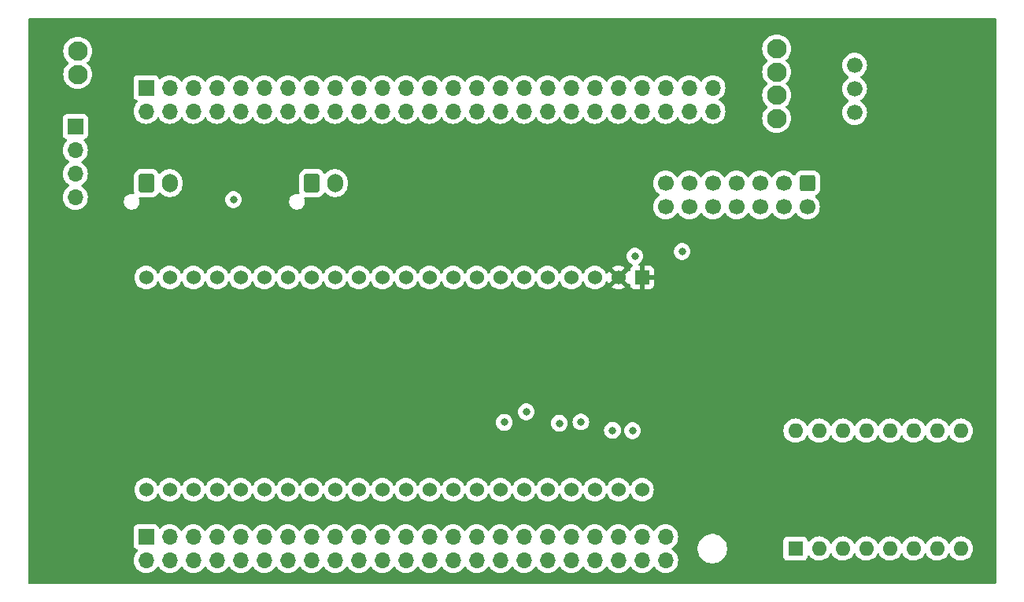
<source format=gbr>
%TF.GenerationSoftware,KiCad,Pcbnew,8.0.5*%
%TF.CreationDate,2024-10-09T10:19:28-04:00*%
%TF.ProjectId,Scout_Board,53636f75-745f-4426-9f61-72642e6b6963,rev?*%
%TF.SameCoordinates,Original*%
%TF.FileFunction,Copper,L3,Inr*%
%TF.FilePolarity,Positive*%
%FSLAX46Y46*%
G04 Gerber Fmt 4.6, Leading zero omitted, Abs format (unit mm)*
G04 Created by KiCad (PCBNEW 8.0.5) date 2024-10-09 10:19:28*
%MOMM*%
%LPD*%
G01*
G04 APERTURE LIST*
G04 Aperture macros list*
%AMRoundRect*
0 Rectangle with rounded corners*
0 $1 Rounding radius*
0 $2 $3 $4 $5 $6 $7 $8 $9 X,Y pos of 4 corners*
0 Add a 4 corners polygon primitive as box body*
4,1,4,$2,$3,$4,$5,$6,$7,$8,$9,$2,$3,0*
0 Add four circle primitives for the rounded corners*
1,1,$1+$1,$2,$3*
1,1,$1+$1,$4,$5*
1,1,$1+$1,$6,$7*
1,1,$1+$1,$8,$9*
0 Add four rect primitives between the rounded corners*
20,1,$1+$1,$2,$3,$4,$5,0*
20,1,$1+$1,$4,$5,$6,$7,0*
20,1,$1+$1,$6,$7,$8,$9,0*
20,1,$1+$1,$8,$9,$2,$3,0*%
G04 Aperture macros list end*
%TA.AperFunction,ComponentPad*%
%ADD10R,1.700000X1.700000*%
%TD*%
%TA.AperFunction,ComponentPad*%
%ADD11O,1.700000X1.700000*%
%TD*%
%TA.AperFunction,ComponentPad*%
%ADD12RoundRect,0.250000X-0.600000X0.600000X-0.600000X-0.600000X0.600000X-0.600000X0.600000X0.600000X0*%
%TD*%
%TA.AperFunction,ComponentPad*%
%ADD13C,1.700000*%
%TD*%
%TA.AperFunction,ComponentPad*%
%ADD14R,1.600000X1.600000*%
%TD*%
%TA.AperFunction,ComponentPad*%
%ADD15O,1.600000X1.600000*%
%TD*%
%TA.AperFunction,ComponentPad*%
%ADD16C,2.100000*%
%TD*%
%TA.AperFunction,ComponentPad*%
%ADD17C,1.676400*%
%TD*%
%TA.AperFunction,ComponentPad*%
%ADD18RoundRect,0.250000X-0.600000X-0.750000X0.600000X-0.750000X0.600000X0.750000X-0.600000X0.750000X0*%
%TD*%
%TA.AperFunction,ComponentPad*%
%ADD19O,1.700000X2.000000*%
%TD*%
%TA.AperFunction,ComponentPad*%
%ADD20R,1.530000X1.530000*%
%TD*%
%TA.AperFunction,ComponentPad*%
%ADD21C,1.530000*%
%TD*%
%TA.AperFunction,ViaPad*%
%ADD22C,0.800000*%
%TD*%
G04 APERTURE END LIST*
D10*
%TO.N,Conn1*%
%TO.C,J1*%
X170180000Y-138684000D03*
D11*
%TO.N,Conn2*%
X170180000Y-141224000D03*
%TO.N,Conn3*%
X170180000Y-143764000D03*
%TO.N,Conn4*%
X170180000Y-146304000D03*
%TD*%
D12*
%TO.N,TL-*%
%TO.C,J2*%
X248920000Y-144780000D03*
D13*
%TO.N,unconnected-(J2-Pin_2-Pad2)*%
X248920000Y-147320000D03*
%TO.N,5V*%
X246380000Y-144780000D03*
X246380000Y-147320000D03*
%TO.N,+12V*%
X243840000Y-144780000D03*
%TO.N,1B*%
X243840000Y-147320000D03*
%TO.N,+12V*%
X241300000Y-144780000D03*
%TO.N,1A*%
X241300000Y-147320000D03*
%TO.N,BL-*%
X238760000Y-144780000D03*
%TO.N,2A*%
X238760000Y-147320000D03*
%TO.N,UV-*%
X236220000Y-144780000D03*
%TO.N,2B*%
X236220000Y-147320000D03*
%TO.N,Sw1*%
X233680000Y-144780000D03*
%TO.N,Sw2*%
X233680000Y-147320000D03*
%TD*%
D14*
%TO.N,EN*%
%TO.C,U2*%
X247650000Y-184140000D03*
D15*
%TO.N,MS1{slash}SDI*%
X250190000Y-184140000D03*
%TO.N,MS2{slash}SCK*%
X252730000Y-184140000D03*
%TO.N,MS3{slash}CS*%
X255270000Y-184140000D03*
%TO.N,RST{slash}SDO*%
X257810000Y-184140000D03*
%TO.N,SLP{slash}NC*%
X260350000Y-184140000D03*
%TO.N,STEP*%
X262890000Y-184140000D03*
%TO.N,DIR*%
X265430000Y-184140000D03*
%TO.N,GND*%
X265430000Y-171440000D03*
%TO.N,5V*%
X262890000Y-171440000D03*
%TO.N,1B*%
X260350000Y-171440000D03*
%TO.N,1A*%
X257810000Y-171440000D03*
%TO.N,2A*%
X255270000Y-171440000D03*
%TO.N,2B*%
X252730000Y-171440000D03*
%TO.N,GND*%
X250190000Y-171440000D03*
%TO.N,+12V*%
X247650000Y-171440000D03*
%TD*%
D16*
%TO.N,I2C1_SCL*%
%TO.C,J7*%
X170434000Y-130556000D03*
%TO.N,I2C1_SDA*%
X170434000Y-133056000D03*
%TD*%
D17*
%TO.N,GND*%
%TO.C,J3*%
X254000000Y-132080000D03*
%TO.N,5V*%
X254000000Y-134620000D03*
%TO.N,+12V*%
X254000000Y-137160000D03*
%TD*%
D10*
%TO.N,GND*%
%TO.C,J11*%
X177800000Y-182880000D03*
D11*
X177800000Y-185420000D03*
%TO.N,unconnected-(J11-GPIO0_20-Pad3)*%
X180340000Y-182880000D03*
%TO.N,unconnected-(J11-GPIO0_48-Pad4)*%
X180340000Y-185420000D03*
%TO.N,unconnected-(J11-GPIO0_33-Pad5)*%
X182880000Y-182880000D03*
%TO.N,unconnected-(J11-GPIO0_34-Pad6)*%
X182880000Y-185420000D03*
%TO.N,SBC_Power*%
X185420000Y-182880000D03*
%TO.N,Wire1*%
X185420000Y-185420000D03*
%TO.N,Wire2*%
X187960000Y-182880000D03*
%TO.N,unconnected-(J11-GPIO0_16-Pad10)*%
X187960000Y-185420000D03*
%TO.N,unconnected-(J11-GPIO0_60-Pad11)*%
X190500000Y-182880000D03*
%TO.N,unconnected-(J11-GPIO0_59-Pad12)*%
X190500000Y-185420000D03*
%TO.N,unconnected-(J11-GPIO0_89-Pad13)*%
X193040000Y-182880000D03*
%TO.N,unconnected-(J11-GPIO0_75-Pad14)*%
X193040000Y-185420000D03*
%TO.N,unconnected-(J11-GPIO0_61-Pad15)*%
X195580000Y-182880000D03*
%TO.N,unconnected-(J11-GPIO0_62-Pad16)*%
X195580000Y-185420000D03*
%TO.N,unconnected-(J11-GPIO0_3-Pad17)*%
X198120000Y-182880000D03*
%TO.N,unconnected-(J11-GPIO0_4-Pad18)*%
X198120000Y-185420000D03*
%TO.N,unconnected-(J11-GPIO0_88-Pad19)*%
X200660000Y-182880000D03*
%TO.N,unconnected-(J11-GPIO0_76-Pad20)*%
X200660000Y-185420000D03*
%TO.N,unconnected-(J11-GPIO0_30-Pad21)*%
X203200000Y-182880000D03*
%TO.N,unconnected-(J11-GPIO0_5-Pad22)*%
X203200000Y-185420000D03*
%TO.N,unconnected-(J11-GPIO0_31-Pad23)*%
X205740000Y-182880000D03*
%TO.N,unconnected-(J11-GPIO0_6-Pad24)*%
X205740000Y-185420000D03*
%TO.N,unconnected-(J11-GPIO0_35-Pad25)*%
X208280000Y-182880000D03*
%TO.N,unconnected-(J11-GPIO0_51-Pad26)*%
X208280000Y-185420000D03*
%TO.N,unconnected-(J11-GPIO0_71-Pad27)*%
X210820000Y-182880000D03*
%TO.N,unconnected-(J11-GPIO0_72-Pad28)*%
X210820000Y-185420000D03*
%TO.N,unconnected-(J11-GPIO0_73-Pad29)*%
X213360000Y-182880000D03*
%TO.N,unconnected-(J11-GPIO0_74-Pad30)*%
X213360000Y-185420000D03*
%TO.N,unconnected-(J11-GPIO0_32-Pad31)*%
X215900000Y-182880000D03*
%TO.N,unconnected-(J11-GPIO0_26-Pad32)*%
X215900000Y-185420000D03*
%TO.N,unconnected-(J11-GPIO0_25-Pad33)*%
X218440000Y-182880000D03*
%TO.N,unconnected-(J11-GPIO0_7-Pad34)*%
X218440000Y-185420000D03*
%TO.N,unconnected-(J11-GPIO0_24-Pad35)*%
X220980000Y-182880000D03*
%TO.N,unconnected-(J11-GPIO0_8-Pad36)*%
X220980000Y-185420000D03*
%TO.N,unconnected-(J11-GPIO0_106-Pad37)*%
X223520000Y-182880000D03*
%TO.N,unconnected-(J11-GPIO0_105-Pad38)*%
X223520000Y-185420000D03*
%TO.N,unconnected-(J11-GPIO0_69-Pad39)*%
X226060000Y-182880000D03*
%TO.N,unconnected-(J11-GPIO0_70-Pad40)*%
X226060000Y-185420000D03*
%TO.N,unconnected-(J11-GPIO0_67-Pad41)*%
X228600000Y-182880000D03*
%TO.N,unconnected-(J11-GPIO0_68-Pad42)*%
X228600000Y-185420000D03*
%TO.N,unconnected-(J11-GPIO0_65-Pad43)*%
X231140000Y-182880000D03*
%TO.N,unconnected-(J11-GPIO0_66-Pad44)*%
X231140000Y-185420000D03*
%TO.N,unconnected-(J11-GPIO0_79-Pad45)*%
X233680000Y-182880000D03*
%TO.N,unconnected-(J11-GPIO0_80-Pad46)*%
X233680000Y-185420000D03*
%TD*%
D18*
%TO.N,5V*%
%TO.C,Conn2*%
X177840000Y-144780000D03*
D19*
%TO.N,CaptureButton*%
X180340000Y-144780000D03*
%TD*%
D16*
%TO.N,SPI1_CS0*%
%TO.C,J8*%
X245618000Y-137802000D03*
%TO.N,SPI1_D1*%
X245618000Y-135302000D03*
%TO.N,SPI1_SCLK*%
X245618000Y-132802000D03*
%TO.N,SPI1_D0*%
X245618000Y-130302000D03*
%TD*%
D18*
%TO.N,5V*%
%TO.C,Conn4*%
X195620000Y-144780000D03*
D19*
%TO.N,FlipButton*%
X198120000Y-144780000D03*
%TD*%
D20*
%TO.N,+3.3V*%
%TO.C,U1*%
X231140000Y-154940000D03*
D21*
X228600000Y-154940000D03*
%TO.N,unconnected-(U1-RST-PadJ1_3)*%
X226060000Y-154940000D03*
%TO.N,Sw2*%
X223520000Y-154940000D03*
%TO.N,Sw1*%
X220980000Y-154940000D03*
%TO.N,TopLightsLV*%
X218440000Y-154940000D03*
%TO.N,BottomLightsLV*%
X215900000Y-154940000D03*
%TO.N,UVLightsLV*%
X213360000Y-154940000D03*
%TO.N,unconnected-(U1-GPIO16-PadJ1_9)*%
X210820000Y-154940000D03*
%TO.N,unconnected-(U1-GPIO17-PadJ1_10)*%
X208280000Y-154940000D03*
%TO.N,unconnected-(U1-GPIO18-PadJ1_11)*%
X205740000Y-154940000D03*
%TO.N,RxD*%
X203200000Y-154940000D03*
%TO.N,TxD*%
X200660000Y-154940000D03*
%TO.N,Sys_reset*%
X198120000Y-154940000D03*
%TO.N,Conn1*%
X195580000Y-154940000D03*
%TO.N,Conn2*%
X193040000Y-154940000D03*
%TO.N,Conn3*%
X190500000Y-154940000D03*
%TO.N,Conn4*%
X187960000Y-154940000D03*
%TO.N,FlipButton*%
X185420000Y-154940000D03*
%TO.N,CaptureButton*%
X182880000Y-154940000D03*
%TO.N,5V*%
X180340000Y-154940000D03*
%TO.N,GND*%
X177800000Y-154940000D03*
X231140000Y-177800000D03*
%TO.N,EN*%
X228600000Y-177800000D03*
%TO.N,MS1{slash}SDI*%
X226060000Y-177800000D03*
%TO.N,unconnected-(U1-GPIO1-PadJ3_4)*%
X223520000Y-177800000D03*
%TO.N,MS2{slash}SCK*%
X220980000Y-177800000D03*
%TO.N,MS3{slash}CS*%
X218440000Y-177800000D03*
%TO.N,SLP{slash}NC*%
X215900000Y-177800000D03*
%TO.N,STEP*%
X213360000Y-177800000D03*
%TO.N,DIR*%
X210820000Y-177800000D03*
%TO.N,RST{slash}SDO*%
X208280000Y-177800000D03*
%TO.N,unconnected-(U1-GPIO37-PadJ3_11)*%
X205740000Y-177800000D03*
%TO.N,unconnected-(U1-GPIO36-PadJ3_12)*%
X203200000Y-177800000D03*
%TO.N,unconnected-(U1-GPIO35-PadJ3_13)*%
X200660000Y-177800000D03*
%TO.N,unconnected-(U1-GPIO0-PadJ3_14)*%
X198120000Y-177800000D03*
%TO.N,unconnected-(U1-GPIO45-PadJ3_15)*%
X195580000Y-177800000D03*
%TO.N,unconnected-(U1-GPIO48-PadJ3_16)*%
X193040000Y-177800000D03*
%TO.N,unconnected-(U1-GPIO47-PadJ3_17)*%
X190500000Y-177800000D03*
%TO.N,Wire2*%
X187960000Y-177800000D03*
%TO.N,SBC_Power*%
X185420000Y-177800000D03*
%TO.N,Wire1*%
X182880000Y-177800000D03*
%TO.N,GND*%
X180340000Y-177800000D03*
X177800000Y-177800000D03*
%TD*%
D10*
%TO.N,unconnected-(J10-GND-Pad1)*%
%TO.C,J10*%
X177800000Y-134500000D03*
D11*
%TO.N,unconnected-(J10-GND-Pad2)*%
X177800000Y-137040000D03*
%TO.N,unconnected-(J10-3.3V-Pad3)*%
X180340000Y-134500000D03*
%TO.N,unconnected-(J10-3.3V-Pad4)*%
X180340000Y-137040000D03*
%TO.N,unconnected-(J10-VIN-Pad5)*%
X182880000Y-134500000D03*
%TO.N,unconnected-(J10-VIN-Pad6)*%
X182880000Y-137040000D03*
%TO.N,unconnected-(J10-VOUT-Pad7)*%
X185420000Y-134500000D03*
%TO.N,unconnected-(J10-VOUT-Pad8)*%
X185420000Y-137040000D03*
%TO.N,unconnected-(J10-Reset-Pad9)*%
X187960000Y-134500000D03*
%TO.N,Sys_reset*%
X187960000Y-137040000D03*
%TO.N,unconnected-(J10-GPIO0_1-Pad11)*%
X190500000Y-134500000D03*
%TO.N,unconnected-(J10-GPIO0_45-Pad12)*%
X190500000Y-137040000D03*
%TO.N,unconnected-(J10-GPIO0_2-Pad13)*%
X193040000Y-134500000D03*
%TO.N,unconnected-(J10-GPIO0_93-Pad14)*%
X193040000Y-137040000D03*
%TO.N,unconnected-(J10-GPIO0_47-Pad15)*%
X195580000Y-134500000D03*
%TO.N,I2C1_SDA*%
X195580000Y-137040000D03*
%TO.N,I2C1_SCL*%
X198120000Y-134500000D03*
%TO.N,unconnected-(J10-GPIO0_40-Pad18)*%
X198120000Y-137040000D03*
%TO.N,unconnected-(J10-GPIO1_1-Pad19)*%
X200660000Y-134500000D03*
%TO.N,unconnected-(J10-GPIO1_2-Pad20)*%
X200660000Y-137040000D03*
%TO.N,unconnected-(J10-GPIO0_39-Pad21)*%
X203200000Y-134500000D03*
%TO.N,unconnected-(J10-GPIO0_38-Pad22)*%
X203200000Y-137040000D03*
%TO.N,unconnected-(J10-GPIO0_10-Pad23)*%
X205740000Y-134500000D03*
%TO.N,TxD*%
X205740000Y-137040000D03*
%TO.N,unconnected-(J10-GPIO0_127-Pad25)*%
X208280000Y-134500000D03*
%TO.N,RxD*%
X208280000Y-137040000D03*
%TO.N,unconnected-(J10-GPIO0_46-Pad27)*%
X210820000Y-134500000D03*
%TO.N,SPI1_CS0*%
X210820000Y-137040000D03*
%TO.N,SPI1_D0*%
X213360000Y-134500000D03*
%TO.N,SPI1_D1*%
X213360000Y-137040000D03*
%TO.N,SPI1_SCLK*%
X215900000Y-134500000D03*
%TO.N,unconnected-(J10-VDD_ADC-Pad32)*%
X215900000Y-137040000D03*
%TO.N,unconnected-(J10-AIN4-Pad33)*%
X218440000Y-134500000D03*
%TO.N,unconnected-(J10-GND-Pad34)*%
X218440000Y-137040000D03*
%TO.N,unconnected-(J10-AIN6-Pad35)*%
X220980000Y-134500000D03*
%TO.N,unconnected-(J10-AIN5-Pad36)*%
X220980000Y-137040000D03*
%TO.N,unconnected-(J10-AIN2-Pad37)*%
X223520000Y-134500000D03*
%TO.N,unconnected-(J10-AIN3-Pad38)*%
X223520000Y-137040000D03*
%TO.N,unconnected-(J10-AIN0-Pad39)*%
X226060000Y-134500000D03*
%TO.N,unconnected-(J10-AIN1-Pad40)*%
X226060000Y-137040000D03*
%TO.N,unconnected-(J10-GPIO1_0-Pad41)*%
X228600000Y-134500000D03*
%TO.N,unconnected-(J10-GPIO0_123-Pad42)*%
X228600000Y-137040000D03*
%TO.N,GND*%
X231140000Y-134500000D03*
X231140000Y-137040000D03*
X233680000Y-134500000D03*
X233680000Y-137040000D03*
%TO.N,N/C*%
X236220000Y-134500000D03*
X236220000Y-137040000D03*
X238760000Y-134500000D03*
X238760000Y-137040000D03*
%TD*%
D22*
%TO.N,GND*%
X216323707Y-170547079D03*
X227960000Y-171406000D03*
X187198000Y-146558000D03*
X224557980Y-170498004D03*
X230378000Y-152654000D03*
%TO.N,+3.3V*%
X214630000Y-164084000D03*
%TO.N,5V*%
X218694000Y-169418000D03*
X235458000Y-152146000D03*
X222250000Y-170644000D03*
X230124000Y-171450000D03*
%TD*%
%TA.AperFunction,Conductor*%
%TO.N,+3.3V*%
G36*
X269183039Y-127019685D02*
G01*
X269228794Y-127072489D01*
X269240000Y-127124000D01*
X269240000Y-187836000D01*
X269220315Y-187903039D01*
X269167511Y-187948794D01*
X269116000Y-187960000D01*
X165224000Y-187960000D01*
X165156961Y-187940315D01*
X165111206Y-187887511D01*
X165100000Y-187836000D01*
X165100000Y-185419999D01*
X176444341Y-185419999D01*
X176444341Y-185420000D01*
X176464936Y-185655403D01*
X176464938Y-185655413D01*
X176526094Y-185883655D01*
X176526096Y-185883659D01*
X176526097Y-185883663D01*
X176530000Y-185892032D01*
X176625965Y-186097830D01*
X176625967Y-186097834D01*
X176734281Y-186252521D01*
X176761505Y-186291401D01*
X176928599Y-186458495D01*
X177025384Y-186526265D01*
X177122165Y-186594032D01*
X177122167Y-186594033D01*
X177122170Y-186594035D01*
X177336337Y-186693903D01*
X177564592Y-186755063D01*
X177752918Y-186771539D01*
X177799999Y-186775659D01*
X177800000Y-186775659D01*
X177800001Y-186775659D01*
X177839234Y-186772226D01*
X178035408Y-186755063D01*
X178263663Y-186693903D01*
X178477830Y-186594035D01*
X178671401Y-186458495D01*
X178838495Y-186291401D01*
X178968425Y-186105842D01*
X179023002Y-186062217D01*
X179092500Y-186055023D01*
X179154855Y-186086546D01*
X179171575Y-186105842D01*
X179301500Y-186291395D01*
X179301505Y-186291401D01*
X179468599Y-186458495D01*
X179565384Y-186526265D01*
X179662165Y-186594032D01*
X179662167Y-186594033D01*
X179662170Y-186594035D01*
X179876337Y-186693903D01*
X180104592Y-186755063D01*
X180292918Y-186771539D01*
X180339999Y-186775659D01*
X180340000Y-186775659D01*
X180340001Y-186775659D01*
X180379234Y-186772226D01*
X180575408Y-186755063D01*
X180803663Y-186693903D01*
X181017830Y-186594035D01*
X181211401Y-186458495D01*
X181378495Y-186291401D01*
X181508425Y-186105842D01*
X181563002Y-186062217D01*
X181632500Y-186055023D01*
X181694855Y-186086546D01*
X181711575Y-186105842D01*
X181841500Y-186291395D01*
X181841505Y-186291401D01*
X182008599Y-186458495D01*
X182105384Y-186526265D01*
X182202165Y-186594032D01*
X182202167Y-186594033D01*
X182202170Y-186594035D01*
X182416337Y-186693903D01*
X182644592Y-186755063D01*
X182832918Y-186771539D01*
X182879999Y-186775659D01*
X182880000Y-186775659D01*
X182880001Y-186775659D01*
X182919234Y-186772226D01*
X183115408Y-186755063D01*
X183343663Y-186693903D01*
X183557830Y-186594035D01*
X183751401Y-186458495D01*
X183918495Y-186291401D01*
X184048425Y-186105842D01*
X184103002Y-186062217D01*
X184172500Y-186055023D01*
X184234855Y-186086546D01*
X184251575Y-186105842D01*
X184381500Y-186291395D01*
X184381505Y-186291401D01*
X184548599Y-186458495D01*
X184645384Y-186526265D01*
X184742165Y-186594032D01*
X184742167Y-186594033D01*
X184742170Y-186594035D01*
X184956337Y-186693903D01*
X185184592Y-186755063D01*
X185372918Y-186771539D01*
X185419999Y-186775659D01*
X185420000Y-186775659D01*
X185420001Y-186775659D01*
X185459234Y-186772226D01*
X185655408Y-186755063D01*
X185883663Y-186693903D01*
X186097830Y-186594035D01*
X186291401Y-186458495D01*
X186458495Y-186291401D01*
X186588425Y-186105842D01*
X186643002Y-186062217D01*
X186712500Y-186055023D01*
X186774855Y-186086546D01*
X186791575Y-186105842D01*
X186921500Y-186291395D01*
X186921505Y-186291401D01*
X187088599Y-186458495D01*
X187185384Y-186526265D01*
X187282165Y-186594032D01*
X187282167Y-186594033D01*
X187282170Y-186594035D01*
X187496337Y-186693903D01*
X187724592Y-186755063D01*
X187912918Y-186771539D01*
X187959999Y-186775659D01*
X187960000Y-186775659D01*
X187960001Y-186775659D01*
X187999234Y-186772226D01*
X188195408Y-186755063D01*
X188423663Y-186693903D01*
X188637830Y-186594035D01*
X188831401Y-186458495D01*
X188998495Y-186291401D01*
X189128425Y-186105842D01*
X189183002Y-186062217D01*
X189252500Y-186055023D01*
X189314855Y-186086546D01*
X189331575Y-186105842D01*
X189461500Y-186291395D01*
X189461505Y-186291401D01*
X189628599Y-186458495D01*
X189725384Y-186526265D01*
X189822165Y-186594032D01*
X189822167Y-186594033D01*
X189822170Y-186594035D01*
X190036337Y-186693903D01*
X190264592Y-186755063D01*
X190452918Y-186771539D01*
X190499999Y-186775659D01*
X190500000Y-186775659D01*
X190500001Y-186775659D01*
X190539234Y-186772226D01*
X190735408Y-186755063D01*
X190963663Y-186693903D01*
X191177830Y-186594035D01*
X191371401Y-186458495D01*
X191538495Y-186291401D01*
X191668425Y-186105842D01*
X191723002Y-186062217D01*
X191792500Y-186055023D01*
X191854855Y-186086546D01*
X191871575Y-186105842D01*
X192001500Y-186291395D01*
X192001505Y-186291401D01*
X192168599Y-186458495D01*
X192265384Y-186526265D01*
X192362165Y-186594032D01*
X192362167Y-186594033D01*
X192362170Y-186594035D01*
X192576337Y-186693903D01*
X192804592Y-186755063D01*
X192992918Y-186771539D01*
X193039999Y-186775659D01*
X193040000Y-186775659D01*
X193040001Y-186775659D01*
X193079234Y-186772226D01*
X193275408Y-186755063D01*
X193503663Y-186693903D01*
X193717830Y-186594035D01*
X193911401Y-186458495D01*
X194078495Y-186291401D01*
X194208425Y-186105842D01*
X194263002Y-186062217D01*
X194332500Y-186055023D01*
X194394855Y-186086546D01*
X194411575Y-186105842D01*
X194541500Y-186291395D01*
X194541505Y-186291401D01*
X194708599Y-186458495D01*
X194805384Y-186526265D01*
X194902165Y-186594032D01*
X194902167Y-186594033D01*
X194902170Y-186594035D01*
X195116337Y-186693903D01*
X195344592Y-186755063D01*
X195532918Y-186771539D01*
X195579999Y-186775659D01*
X195580000Y-186775659D01*
X195580001Y-186775659D01*
X195619234Y-186772226D01*
X195815408Y-186755063D01*
X196043663Y-186693903D01*
X196257830Y-186594035D01*
X196451401Y-186458495D01*
X196618495Y-186291401D01*
X196748425Y-186105842D01*
X196803002Y-186062217D01*
X196872500Y-186055023D01*
X196934855Y-186086546D01*
X196951575Y-186105842D01*
X197081500Y-186291395D01*
X197081505Y-186291401D01*
X197248599Y-186458495D01*
X197345384Y-186526265D01*
X197442165Y-186594032D01*
X197442167Y-186594033D01*
X197442170Y-186594035D01*
X197656337Y-186693903D01*
X197884592Y-186755063D01*
X198072918Y-186771539D01*
X198119999Y-186775659D01*
X198120000Y-186775659D01*
X198120001Y-186775659D01*
X198159234Y-186772226D01*
X198355408Y-186755063D01*
X198583663Y-186693903D01*
X198797830Y-186594035D01*
X198991401Y-186458495D01*
X199158495Y-186291401D01*
X199288425Y-186105842D01*
X199343002Y-186062217D01*
X199412500Y-186055023D01*
X199474855Y-186086546D01*
X199491575Y-186105842D01*
X199621500Y-186291395D01*
X199621505Y-186291401D01*
X199788599Y-186458495D01*
X199885384Y-186526265D01*
X199982165Y-186594032D01*
X199982167Y-186594033D01*
X199982170Y-186594035D01*
X200196337Y-186693903D01*
X200424592Y-186755063D01*
X200612918Y-186771539D01*
X200659999Y-186775659D01*
X200660000Y-186775659D01*
X200660001Y-186775659D01*
X200699234Y-186772226D01*
X200895408Y-186755063D01*
X201123663Y-186693903D01*
X201337830Y-186594035D01*
X201531401Y-186458495D01*
X201698495Y-186291401D01*
X201828425Y-186105842D01*
X201883002Y-186062217D01*
X201952500Y-186055023D01*
X202014855Y-186086546D01*
X202031575Y-186105842D01*
X202161500Y-186291395D01*
X202161505Y-186291401D01*
X202328599Y-186458495D01*
X202425384Y-186526265D01*
X202522165Y-186594032D01*
X202522167Y-186594033D01*
X202522170Y-186594035D01*
X202736337Y-186693903D01*
X202964592Y-186755063D01*
X203152918Y-186771539D01*
X203199999Y-186775659D01*
X203200000Y-186775659D01*
X203200001Y-186775659D01*
X203239234Y-186772226D01*
X203435408Y-186755063D01*
X203663663Y-186693903D01*
X203877830Y-186594035D01*
X204071401Y-186458495D01*
X204238495Y-186291401D01*
X204368425Y-186105842D01*
X204423002Y-186062217D01*
X204492500Y-186055023D01*
X204554855Y-186086546D01*
X204571575Y-186105842D01*
X204701500Y-186291395D01*
X204701505Y-186291401D01*
X204868599Y-186458495D01*
X204965384Y-186526265D01*
X205062165Y-186594032D01*
X205062167Y-186594033D01*
X205062170Y-186594035D01*
X205276337Y-186693903D01*
X205504592Y-186755063D01*
X205692918Y-186771539D01*
X205739999Y-186775659D01*
X205740000Y-186775659D01*
X205740001Y-186775659D01*
X205779234Y-186772226D01*
X205975408Y-186755063D01*
X206203663Y-186693903D01*
X206417830Y-186594035D01*
X206611401Y-186458495D01*
X206778495Y-186291401D01*
X206908425Y-186105842D01*
X206963002Y-186062217D01*
X207032500Y-186055023D01*
X207094855Y-186086546D01*
X207111575Y-186105842D01*
X207241500Y-186291395D01*
X207241505Y-186291401D01*
X207408599Y-186458495D01*
X207505384Y-186526265D01*
X207602165Y-186594032D01*
X207602167Y-186594033D01*
X207602170Y-186594035D01*
X207816337Y-186693903D01*
X208044592Y-186755063D01*
X208232918Y-186771539D01*
X208279999Y-186775659D01*
X208280000Y-186775659D01*
X208280001Y-186775659D01*
X208319234Y-186772226D01*
X208515408Y-186755063D01*
X208743663Y-186693903D01*
X208957830Y-186594035D01*
X209151401Y-186458495D01*
X209318495Y-186291401D01*
X209448425Y-186105842D01*
X209503002Y-186062217D01*
X209572500Y-186055023D01*
X209634855Y-186086546D01*
X209651575Y-186105842D01*
X209781500Y-186291395D01*
X209781505Y-186291401D01*
X209948599Y-186458495D01*
X210045384Y-186526265D01*
X210142165Y-186594032D01*
X210142167Y-186594033D01*
X210142170Y-186594035D01*
X210356337Y-186693903D01*
X210584592Y-186755063D01*
X210772918Y-186771539D01*
X210819999Y-186775659D01*
X210820000Y-186775659D01*
X210820001Y-186775659D01*
X210859234Y-186772226D01*
X211055408Y-186755063D01*
X211283663Y-186693903D01*
X211497830Y-186594035D01*
X211691401Y-186458495D01*
X211858495Y-186291401D01*
X211988425Y-186105842D01*
X212043002Y-186062217D01*
X212112500Y-186055023D01*
X212174855Y-186086546D01*
X212191575Y-186105842D01*
X212321500Y-186291395D01*
X212321505Y-186291401D01*
X212488599Y-186458495D01*
X212585384Y-186526265D01*
X212682165Y-186594032D01*
X212682167Y-186594033D01*
X212682170Y-186594035D01*
X212896337Y-186693903D01*
X213124592Y-186755063D01*
X213312918Y-186771539D01*
X213359999Y-186775659D01*
X213360000Y-186775659D01*
X213360001Y-186775659D01*
X213399234Y-186772226D01*
X213595408Y-186755063D01*
X213823663Y-186693903D01*
X214037830Y-186594035D01*
X214231401Y-186458495D01*
X214398495Y-186291401D01*
X214528425Y-186105842D01*
X214583002Y-186062217D01*
X214652500Y-186055023D01*
X214714855Y-186086546D01*
X214731575Y-186105842D01*
X214861500Y-186291395D01*
X214861505Y-186291401D01*
X215028599Y-186458495D01*
X215125384Y-186526265D01*
X215222165Y-186594032D01*
X215222167Y-186594033D01*
X215222170Y-186594035D01*
X215436337Y-186693903D01*
X215664592Y-186755063D01*
X215852918Y-186771539D01*
X215899999Y-186775659D01*
X215900000Y-186775659D01*
X215900001Y-186775659D01*
X215939234Y-186772226D01*
X216135408Y-186755063D01*
X216363663Y-186693903D01*
X216577830Y-186594035D01*
X216771401Y-186458495D01*
X216938495Y-186291401D01*
X217068425Y-186105842D01*
X217123002Y-186062217D01*
X217192500Y-186055023D01*
X217254855Y-186086546D01*
X217271575Y-186105842D01*
X217401500Y-186291395D01*
X217401505Y-186291401D01*
X217568599Y-186458495D01*
X217665384Y-186526265D01*
X217762165Y-186594032D01*
X217762167Y-186594033D01*
X217762170Y-186594035D01*
X217976337Y-186693903D01*
X218204592Y-186755063D01*
X218392918Y-186771539D01*
X218439999Y-186775659D01*
X218440000Y-186775659D01*
X218440001Y-186775659D01*
X218479234Y-186772226D01*
X218675408Y-186755063D01*
X218903663Y-186693903D01*
X219117830Y-186594035D01*
X219311401Y-186458495D01*
X219478495Y-186291401D01*
X219608425Y-186105842D01*
X219663002Y-186062217D01*
X219732500Y-186055023D01*
X219794855Y-186086546D01*
X219811575Y-186105842D01*
X219941500Y-186291395D01*
X219941505Y-186291401D01*
X220108599Y-186458495D01*
X220205384Y-186526265D01*
X220302165Y-186594032D01*
X220302167Y-186594033D01*
X220302170Y-186594035D01*
X220516337Y-186693903D01*
X220744592Y-186755063D01*
X220932918Y-186771539D01*
X220979999Y-186775659D01*
X220980000Y-186775659D01*
X220980001Y-186775659D01*
X221019234Y-186772226D01*
X221215408Y-186755063D01*
X221443663Y-186693903D01*
X221657830Y-186594035D01*
X221851401Y-186458495D01*
X222018495Y-186291401D01*
X222148425Y-186105842D01*
X222203002Y-186062217D01*
X222272500Y-186055023D01*
X222334855Y-186086546D01*
X222351575Y-186105842D01*
X222481500Y-186291395D01*
X222481505Y-186291401D01*
X222648599Y-186458495D01*
X222745384Y-186526265D01*
X222842165Y-186594032D01*
X222842167Y-186594033D01*
X222842170Y-186594035D01*
X223056337Y-186693903D01*
X223284592Y-186755063D01*
X223472918Y-186771539D01*
X223519999Y-186775659D01*
X223520000Y-186775659D01*
X223520001Y-186775659D01*
X223559234Y-186772226D01*
X223755408Y-186755063D01*
X223983663Y-186693903D01*
X224197830Y-186594035D01*
X224391401Y-186458495D01*
X224558495Y-186291401D01*
X224688425Y-186105842D01*
X224743002Y-186062217D01*
X224812500Y-186055023D01*
X224874855Y-186086546D01*
X224891575Y-186105842D01*
X225021500Y-186291395D01*
X225021505Y-186291401D01*
X225188599Y-186458495D01*
X225285384Y-186526265D01*
X225382165Y-186594032D01*
X225382167Y-186594033D01*
X225382170Y-186594035D01*
X225596337Y-186693903D01*
X225824592Y-186755063D01*
X226012918Y-186771539D01*
X226059999Y-186775659D01*
X226060000Y-186775659D01*
X226060001Y-186775659D01*
X226099234Y-186772226D01*
X226295408Y-186755063D01*
X226523663Y-186693903D01*
X226737830Y-186594035D01*
X226931401Y-186458495D01*
X227098495Y-186291401D01*
X227228425Y-186105842D01*
X227283002Y-186062217D01*
X227352500Y-186055023D01*
X227414855Y-186086546D01*
X227431575Y-186105842D01*
X227561500Y-186291395D01*
X227561505Y-186291401D01*
X227728599Y-186458495D01*
X227825384Y-186526265D01*
X227922165Y-186594032D01*
X227922167Y-186594033D01*
X227922170Y-186594035D01*
X228136337Y-186693903D01*
X228364592Y-186755063D01*
X228552918Y-186771539D01*
X228599999Y-186775659D01*
X228600000Y-186775659D01*
X228600001Y-186775659D01*
X228639234Y-186772226D01*
X228835408Y-186755063D01*
X229063663Y-186693903D01*
X229277830Y-186594035D01*
X229471401Y-186458495D01*
X229638495Y-186291401D01*
X229768425Y-186105842D01*
X229823002Y-186062217D01*
X229892500Y-186055023D01*
X229954855Y-186086546D01*
X229971575Y-186105842D01*
X230101500Y-186291395D01*
X230101505Y-186291401D01*
X230268599Y-186458495D01*
X230365384Y-186526265D01*
X230462165Y-186594032D01*
X230462167Y-186594033D01*
X230462170Y-186594035D01*
X230676337Y-186693903D01*
X230904592Y-186755063D01*
X231092918Y-186771539D01*
X231139999Y-186775659D01*
X231140000Y-186775659D01*
X231140001Y-186775659D01*
X231179234Y-186772226D01*
X231375408Y-186755063D01*
X231603663Y-186693903D01*
X231817830Y-186594035D01*
X232011401Y-186458495D01*
X232178495Y-186291401D01*
X232308425Y-186105842D01*
X232363002Y-186062217D01*
X232432500Y-186055023D01*
X232494855Y-186086546D01*
X232511575Y-186105842D01*
X232641500Y-186291395D01*
X232641505Y-186291401D01*
X232808599Y-186458495D01*
X232905384Y-186526265D01*
X233002165Y-186594032D01*
X233002167Y-186594033D01*
X233002170Y-186594035D01*
X233216337Y-186693903D01*
X233444592Y-186755063D01*
X233632918Y-186771539D01*
X233679999Y-186775659D01*
X233680000Y-186775659D01*
X233680001Y-186775659D01*
X233719234Y-186772226D01*
X233915408Y-186755063D01*
X234143663Y-186693903D01*
X234357830Y-186594035D01*
X234551401Y-186458495D01*
X234718495Y-186291401D01*
X234854035Y-186097830D01*
X234953903Y-185883663D01*
X235015063Y-185655408D01*
X235035659Y-185420000D01*
X235032491Y-185383796D01*
X235030999Y-185366738D01*
X235015063Y-185184592D01*
X234953903Y-184956337D01*
X234854035Y-184742171D01*
X234848822Y-184734725D01*
X234718494Y-184548597D01*
X234551402Y-184381506D01*
X234551396Y-184381501D01*
X234365842Y-184251575D01*
X234322217Y-184196998D01*
X234315023Y-184127500D01*
X234346546Y-184065145D01*
X234365842Y-184048425D01*
X234400346Y-184024265D01*
X237104653Y-184024265D01*
X237104653Y-184275734D01*
X237143988Y-184524090D01*
X237221695Y-184763244D01*
X237294185Y-184905511D01*
X237320085Y-184956344D01*
X237335855Y-184987293D01*
X237483650Y-185190717D01*
X237483654Y-185190722D01*
X237661464Y-185368532D01*
X237661469Y-185368536D01*
X237767358Y-185445468D01*
X237864897Y-185516334D01*
X238007661Y-185589076D01*
X238088942Y-185630491D01*
X238088944Y-185630491D01*
X238088947Y-185630493D01*
X238217136Y-185672144D01*
X238328096Y-185708198D01*
X238576453Y-185747534D01*
X238827916Y-185747534D01*
X238827921Y-185747534D01*
X239076277Y-185708198D01*
X239315427Y-185630493D01*
X239539477Y-185516334D01*
X239742911Y-185368531D01*
X239920718Y-185190724D01*
X240068521Y-184987290D01*
X240182680Y-184763240D01*
X240260385Y-184524090D01*
X240299721Y-184275729D01*
X240302187Y-184150000D01*
X240299721Y-184024271D01*
X240260385Y-183775910D01*
X240182680Y-183536760D01*
X240182678Y-183536757D01*
X240182678Y-183536755D01*
X240100911Y-183376280D01*
X240068521Y-183312710D01*
X240053572Y-183292135D01*
X246349500Y-183292135D01*
X246349500Y-184987870D01*
X246349501Y-184987876D01*
X246355908Y-185047483D01*
X246406202Y-185182328D01*
X246406206Y-185182335D01*
X246492452Y-185297544D01*
X246492455Y-185297547D01*
X246607664Y-185383793D01*
X246607671Y-185383797D01*
X246742517Y-185434091D01*
X246742516Y-185434091D01*
X246749444Y-185434835D01*
X246802127Y-185440500D01*
X248497872Y-185440499D01*
X248557483Y-185434091D01*
X248692331Y-185383796D01*
X248807546Y-185297546D01*
X248893796Y-185182331D01*
X248944091Y-185047483D01*
X248947862Y-185012401D01*
X248974599Y-184947855D01*
X249031990Y-184908006D01*
X249101816Y-184905511D01*
X249161905Y-184941163D01*
X249172726Y-184954536D01*
X249189956Y-184979143D01*
X249350858Y-185140045D01*
X249350861Y-185140047D01*
X249537266Y-185270568D01*
X249743504Y-185366739D01*
X249743509Y-185366740D01*
X249743511Y-185366741D01*
X249796415Y-185380916D01*
X249963308Y-185425635D01*
X250125230Y-185439801D01*
X250189998Y-185445468D01*
X250190000Y-185445468D01*
X250190002Y-185445468D01*
X250246807Y-185440498D01*
X250416692Y-185425635D01*
X250636496Y-185366739D01*
X250842734Y-185270568D01*
X251029139Y-185140047D01*
X251190047Y-184979139D01*
X251320568Y-184792734D01*
X251347618Y-184734724D01*
X251393790Y-184682285D01*
X251460983Y-184663133D01*
X251527865Y-184683348D01*
X251572381Y-184734724D01*
X251586517Y-184765038D01*
X251599429Y-184792728D01*
X251599432Y-184792734D01*
X251729954Y-184979141D01*
X251890858Y-185140045D01*
X251890861Y-185140047D01*
X252077266Y-185270568D01*
X252283504Y-185366739D01*
X252283509Y-185366740D01*
X252283511Y-185366741D01*
X252336415Y-185380916D01*
X252503308Y-185425635D01*
X252665230Y-185439801D01*
X252729998Y-185445468D01*
X252730000Y-185445468D01*
X252730002Y-185445468D01*
X252786807Y-185440498D01*
X252956692Y-185425635D01*
X253176496Y-185366739D01*
X253382734Y-185270568D01*
X253569139Y-185140047D01*
X253730047Y-184979139D01*
X253860568Y-184792734D01*
X253887618Y-184734724D01*
X253933790Y-184682285D01*
X254000983Y-184663133D01*
X254067865Y-184683348D01*
X254112381Y-184734724D01*
X254126517Y-184765038D01*
X254139429Y-184792728D01*
X254139432Y-184792734D01*
X254269954Y-184979141D01*
X254430858Y-185140045D01*
X254430861Y-185140047D01*
X254617266Y-185270568D01*
X254823504Y-185366739D01*
X254823509Y-185366740D01*
X254823511Y-185366741D01*
X254876415Y-185380916D01*
X255043308Y-185425635D01*
X255205230Y-185439801D01*
X255269998Y-185445468D01*
X255270000Y-185445468D01*
X255270002Y-185445468D01*
X255326807Y-185440498D01*
X255496692Y-185425635D01*
X255716496Y-185366739D01*
X255922734Y-185270568D01*
X256109139Y-185140047D01*
X256270047Y-184979139D01*
X256400568Y-184792734D01*
X256427618Y-184734724D01*
X256473790Y-184682285D01*
X256540983Y-184663133D01*
X256607865Y-184683348D01*
X256652381Y-184734724D01*
X256666517Y-184765038D01*
X256679429Y-184792728D01*
X256679432Y-184792734D01*
X256809954Y-184979141D01*
X256970858Y-185140045D01*
X256970861Y-185140047D01*
X257157266Y-185270568D01*
X257363504Y-185366739D01*
X257363509Y-185366740D01*
X257363511Y-185366741D01*
X257416415Y-185380916D01*
X257583308Y-185425635D01*
X257745230Y-185439801D01*
X257809998Y-185445468D01*
X257810000Y-185445468D01*
X257810002Y-185445468D01*
X257866807Y-185440498D01*
X258036692Y-185425635D01*
X258256496Y-185366739D01*
X258462734Y-185270568D01*
X258649139Y-185140047D01*
X258810047Y-184979139D01*
X258940568Y-184792734D01*
X258967618Y-184734724D01*
X259013790Y-184682285D01*
X259080983Y-184663133D01*
X259147865Y-184683348D01*
X259192381Y-184734724D01*
X259206517Y-184765038D01*
X259219429Y-184792728D01*
X259219432Y-184792734D01*
X259349954Y-184979141D01*
X259510858Y-185140045D01*
X259510861Y-185140047D01*
X259697266Y-185270568D01*
X259903504Y-185366739D01*
X259903509Y-185366740D01*
X259903511Y-185366741D01*
X259956415Y-185380916D01*
X260123308Y-185425635D01*
X260285230Y-185439801D01*
X260349998Y-185445468D01*
X260350000Y-185445468D01*
X260350002Y-185445468D01*
X260406807Y-185440498D01*
X260576692Y-185425635D01*
X260796496Y-185366739D01*
X261002734Y-185270568D01*
X261189139Y-185140047D01*
X261350047Y-184979139D01*
X261480568Y-184792734D01*
X261507618Y-184734724D01*
X261553790Y-184682285D01*
X261620983Y-184663133D01*
X261687865Y-184683348D01*
X261732381Y-184734724D01*
X261746517Y-184765038D01*
X261759429Y-184792728D01*
X261759432Y-184792734D01*
X261889954Y-184979141D01*
X262050858Y-185140045D01*
X262050861Y-185140047D01*
X262237266Y-185270568D01*
X262443504Y-185366739D01*
X262443509Y-185366740D01*
X262443511Y-185366741D01*
X262496415Y-185380916D01*
X262663308Y-185425635D01*
X262825230Y-185439801D01*
X262889998Y-185445468D01*
X262890000Y-185445468D01*
X262890002Y-185445468D01*
X262946807Y-185440498D01*
X263116692Y-185425635D01*
X263336496Y-185366739D01*
X263542734Y-185270568D01*
X263729139Y-185140047D01*
X263890047Y-184979139D01*
X264020568Y-184792734D01*
X264047618Y-184734724D01*
X264093790Y-184682285D01*
X264160983Y-184663133D01*
X264227865Y-184683348D01*
X264272381Y-184734724D01*
X264286517Y-184765038D01*
X264299429Y-184792728D01*
X264299432Y-184792734D01*
X264429954Y-184979141D01*
X264590858Y-185140045D01*
X264590861Y-185140047D01*
X264777266Y-185270568D01*
X264983504Y-185366739D01*
X264983509Y-185366740D01*
X264983511Y-185366741D01*
X265036415Y-185380916D01*
X265203308Y-185425635D01*
X265365230Y-185439801D01*
X265429998Y-185445468D01*
X265430000Y-185445468D01*
X265430002Y-185445468D01*
X265486807Y-185440498D01*
X265656692Y-185425635D01*
X265876496Y-185366739D01*
X266082734Y-185270568D01*
X266269139Y-185140047D01*
X266430047Y-184979139D01*
X266560568Y-184792734D01*
X266656739Y-184586496D01*
X266715635Y-184366692D01*
X266735468Y-184140000D01*
X266734374Y-184127500D01*
X266720799Y-183972331D01*
X266715635Y-183913308D01*
X266656739Y-183693504D01*
X266560568Y-183487266D01*
X266430047Y-183300861D01*
X266430045Y-183300858D01*
X266269141Y-183139954D01*
X266082734Y-183009432D01*
X266082732Y-183009431D01*
X265876497Y-182913261D01*
X265876488Y-182913258D01*
X265656697Y-182854366D01*
X265656693Y-182854365D01*
X265656692Y-182854365D01*
X265656691Y-182854364D01*
X265656686Y-182854364D01*
X265430002Y-182834532D01*
X265429998Y-182834532D01*
X265203313Y-182854364D01*
X265203302Y-182854366D01*
X264983511Y-182913258D01*
X264983502Y-182913261D01*
X264777267Y-183009431D01*
X264777265Y-183009432D01*
X264590858Y-183139954D01*
X264429954Y-183300858D01*
X264299432Y-183487265D01*
X264299431Y-183487267D01*
X264283134Y-183522217D01*
X264276353Y-183536760D01*
X264272382Y-183545275D01*
X264226209Y-183597714D01*
X264159016Y-183616866D01*
X264092135Y-183596650D01*
X264047618Y-183545275D01*
X264020568Y-183487266D01*
X263890047Y-183300861D01*
X263890045Y-183300858D01*
X263729141Y-183139954D01*
X263542734Y-183009432D01*
X263542732Y-183009431D01*
X263336497Y-182913261D01*
X263336488Y-182913258D01*
X263116697Y-182854366D01*
X263116693Y-182854365D01*
X263116692Y-182854365D01*
X263116691Y-182854364D01*
X263116686Y-182854364D01*
X262890002Y-182834532D01*
X262889998Y-182834532D01*
X262663313Y-182854364D01*
X262663302Y-182854366D01*
X262443511Y-182913258D01*
X262443502Y-182913261D01*
X262237267Y-183009431D01*
X262237265Y-183009432D01*
X262050858Y-183139954D01*
X261889954Y-183300858D01*
X261759432Y-183487265D01*
X261759431Y-183487267D01*
X261743134Y-183522217D01*
X261736353Y-183536760D01*
X261732382Y-183545275D01*
X261686209Y-183597714D01*
X261619016Y-183616866D01*
X261552135Y-183596650D01*
X261507618Y-183545275D01*
X261480568Y-183487266D01*
X261350047Y-183300861D01*
X261350045Y-183300858D01*
X261189141Y-183139954D01*
X261002734Y-183009432D01*
X261002732Y-183009431D01*
X260796497Y-182913261D01*
X260796488Y-182913258D01*
X260576697Y-182854366D01*
X260576693Y-182854365D01*
X260576692Y-182854365D01*
X260576691Y-182854364D01*
X260576686Y-182854364D01*
X260350002Y-182834532D01*
X260349998Y-182834532D01*
X260123313Y-182854364D01*
X260123302Y-182854366D01*
X259903511Y-182913258D01*
X259903502Y-182913261D01*
X259697267Y-183009431D01*
X259697265Y-183009432D01*
X259510858Y-183139954D01*
X259349954Y-183300858D01*
X259219432Y-183487265D01*
X259219431Y-183487267D01*
X259203134Y-183522217D01*
X259196353Y-183536760D01*
X259192382Y-183545275D01*
X259146209Y-183597714D01*
X259079016Y-183616866D01*
X259012135Y-183596650D01*
X258967618Y-183545275D01*
X258940568Y-183487266D01*
X258810047Y-183300861D01*
X258810045Y-183300858D01*
X258649141Y-183139954D01*
X258462734Y-183009432D01*
X258462732Y-183009431D01*
X258256497Y-182913261D01*
X258256488Y-182913258D01*
X258036697Y-182854366D01*
X258036693Y-182854365D01*
X258036692Y-182854365D01*
X258036691Y-182854364D01*
X258036686Y-182854364D01*
X257810002Y-182834532D01*
X257809998Y-182834532D01*
X257583313Y-182854364D01*
X257583302Y-182854366D01*
X257363511Y-182913258D01*
X257363502Y-182913261D01*
X257157267Y-183009431D01*
X257157265Y-183009432D01*
X256970858Y-183139954D01*
X256809954Y-183300858D01*
X256679432Y-183487265D01*
X256679431Y-183487267D01*
X256663134Y-183522217D01*
X256656353Y-183536760D01*
X256652382Y-183545275D01*
X256606209Y-183597714D01*
X256539016Y-183616866D01*
X256472135Y-183596650D01*
X256427618Y-183545275D01*
X256400568Y-183487266D01*
X256270047Y-183300861D01*
X256270045Y-183300858D01*
X256109141Y-183139954D01*
X255922734Y-183009432D01*
X255922732Y-183009431D01*
X255716497Y-182913261D01*
X255716488Y-182913258D01*
X255496697Y-182854366D01*
X255496693Y-182854365D01*
X255496692Y-182854365D01*
X255496691Y-182854364D01*
X255496686Y-182854364D01*
X255270002Y-182834532D01*
X255269998Y-182834532D01*
X255043313Y-182854364D01*
X255043302Y-182854366D01*
X254823511Y-182913258D01*
X254823502Y-182913261D01*
X254617267Y-183009431D01*
X254617265Y-183009432D01*
X254430858Y-183139954D01*
X254269954Y-183300858D01*
X254139432Y-183487265D01*
X254139431Y-183487267D01*
X254123134Y-183522217D01*
X254116353Y-183536760D01*
X254112382Y-183545275D01*
X254066209Y-183597714D01*
X253999016Y-183616866D01*
X253932135Y-183596650D01*
X253887618Y-183545275D01*
X253860568Y-183487266D01*
X253730047Y-183300861D01*
X253730045Y-183300858D01*
X253569141Y-183139954D01*
X253382734Y-183009432D01*
X253382732Y-183009431D01*
X253176497Y-182913261D01*
X253176488Y-182913258D01*
X252956697Y-182854366D01*
X252956693Y-182854365D01*
X252956692Y-182854365D01*
X252956691Y-182854364D01*
X252956686Y-182854364D01*
X252730002Y-182834532D01*
X252729998Y-182834532D01*
X252503313Y-182854364D01*
X252503302Y-182854366D01*
X252283511Y-182913258D01*
X252283502Y-182913261D01*
X252077267Y-183009431D01*
X252077265Y-183009432D01*
X251890858Y-183139954D01*
X251729954Y-183300858D01*
X251599432Y-183487265D01*
X251599431Y-183487267D01*
X251583134Y-183522217D01*
X251576353Y-183536760D01*
X251572382Y-183545275D01*
X251526209Y-183597714D01*
X251459016Y-183616866D01*
X251392135Y-183596650D01*
X251347618Y-183545275D01*
X251320568Y-183487266D01*
X251190047Y-183300861D01*
X251190045Y-183300858D01*
X251029141Y-183139954D01*
X250842734Y-183009432D01*
X250842732Y-183009431D01*
X250636497Y-182913261D01*
X250636488Y-182913258D01*
X250416697Y-182854366D01*
X250416693Y-182854365D01*
X250416692Y-182854365D01*
X250416691Y-182854364D01*
X250416686Y-182854364D01*
X250190002Y-182834532D01*
X250189998Y-182834532D01*
X249963313Y-182854364D01*
X249963302Y-182854366D01*
X249743511Y-182913258D01*
X249743502Y-182913261D01*
X249537267Y-183009431D01*
X249537265Y-183009432D01*
X249350858Y-183139954D01*
X249189954Y-183300858D01*
X249172725Y-183325464D01*
X249118147Y-183369088D01*
X249048648Y-183376280D01*
X248986294Y-183344757D01*
X248950882Y-183284526D01*
X248947861Y-183267591D01*
X248944091Y-183232516D01*
X248893797Y-183097671D01*
X248893793Y-183097664D01*
X248807547Y-182982455D01*
X248807544Y-182982452D01*
X248692335Y-182896206D01*
X248692328Y-182896202D01*
X248557482Y-182845908D01*
X248557483Y-182845908D01*
X248497883Y-182839501D01*
X248497881Y-182839500D01*
X248497873Y-182839500D01*
X248497864Y-182839500D01*
X246802129Y-182839500D01*
X246802123Y-182839501D01*
X246742516Y-182845908D01*
X246607671Y-182896202D01*
X246607664Y-182896206D01*
X246492455Y-182982452D01*
X246492452Y-182982455D01*
X246406206Y-183097664D01*
X246406202Y-183097671D01*
X246355908Y-183232517D01*
X246349501Y-183292116D01*
X246349500Y-183292135D01*
X240053572Y-183292135D01*
X239925170Y-183115403D01*
X239920723Y-183109282D01*
X239920719Y-183109277D01*
X239742909Y-182931467D01*
X239742904Y-182931463D01*
X239539480Y-182783668D01*
X239539479Y-182783667D01*
X239539477Y-182783666D01*
X239469509Y-182748015D01*
X239315431Y-182669508D01*
X239076277Y-182591801D01*
X238827921Y-182552466D01*
X238827916Y-182552466D01*
X238576458Y-182552466D01*
X238576453Y-182552466D01*
X238328096Y-182591801D01*
X238088942Y-182669508D01*
X237864893Y-182783668D01*
X237661469Y-182931463D01*
X237661464Y-182931467D01*
X237483654Y-183109277D01*
X237483650Y-183109282D01*
X237335855Y-183312706D01*
X237221695Y-183536755D01*
X237143988Y-183775909D01*
X237104653Y-184024265D01*
X234400346Y-184024265D01*
X234551401Y-183918495D01*
X234718495Y-183751401D01*
X234854035Y-183557830D01*
X234953903Y-183343663D01*
X235015063Y-183115408D01*
X235035659Y-182880000D01*
X235015063Y-182644592D01*
X234953903Y-182416337D01*
X234854035Y-182202171D01*
X234848425Y-182194158D01*
X234718494Y-182008597D01*
X234551402Y-181841506D01*
X234551395Y-181841501D01*
X234357834Y-181705967D01*
X234357830Y-181705965D01*
X234357828Y-181705964D01*
X234143663Y-181606097D01*
X234143659Y-181606096D01*
X234143655Y-181606094D01*
X233915413Y-181544938D01*
X233915403Y-181544936D01*
X233680001Y-181524341D01*
X233679999Y-181524341D01*
X233444596Y-181544936D01*
X233444586Y-181544938D01*
X233216344Y-181606094D01*
X233216335Y-181606098D01*
X233002171Y-181705964D01*
X233002169Y-181705965D01*
X232808597Y-181841505D01*
X232641505Y-182008597D01*
X232511575Y-182194158D01*
X232456998Y-182237783D01*
X232387500Y-182244977D01*
X232325145Y-182213454D01*
X232308425Y-182194158D01*
X232178494Y-182008597D01*
X232011402Y-181841506D01*
X232011395Y-181841501D01*
X231817834Y-181705967D01*
X231817830Y-181705965D01*
X231817828Y-181705964D01*
X231603663Y-181606097D01*
X231603659Y-181606096D01*
X231603655Y-181606094D01*
X231375413Y-181544938D01*
X231375403Y-181544936D01*
X231140001Y-181524341D01*
X231139999Y-181524341D01*
X230904596Y-181544936D01*
X230904586Y-181544938D01*
X230676344Y-181606094D01*
X230676335Y-181606098D01*
X230462171Y-181705964D01*
X230462169Y-181705965D01*
X230268597Y-181841505D01*
X230101505Y-182008597D01*
X229971575Y-182194158D01*
X229916998Y-182237783D01*
X229847500Y-182244977D01*
X229785145Y-182213454D01*
X229768425Y-182194158D01*
X229638494Y-182008597D01*
X229471402Y-181841506D01*
X229471395Y-181841501D01*
X229277834Y-181705967D01*
X229277830Y-181705965D01*
X229277828Y-181705964D01*
X229063663Y-181606097D01*
X229063659Y-181606096D01*
X229063655Y-181606094D01*
X228835413Y-181544938D01*
X228835403Y-181544936D01*
X228600001Y-181524341D01*
X228599999Y-181524341D01*
X228364596Y-181544936D01*
X228364586Y-181544938D01*
X228136344Y-181606094D01*
X228136335Y-181606098D01*
X227922171Y-181705964D01*
X227922169Y-181705965D01*
X227728597Y-181841505D01*
X227561505Y-182008597D01*
X227431575Y-182194158D01*
X227376998Y-182237783D01*
X227307500Y-182244977D01*
X227245145Y-182213454D01*
X227228425Y-182194158D01*
X227098494Y-182008597D01*
X226931402Y-181841506D01*
X226931395Y-181841501D01*
X226737834Y-181705967D01*
X226737830Y-181705965D01*
X226737828Y-181705964D01*
X226523663Y-181606097D01*
X226523659Y-181606096D01*
X226523655Y-181606094D01*
X226295413Y-181544938D01*
X226295403Y-181544936D01*
X226060001Y-181524341D01*
X226059999Y-181524341D01*
X225824596Y-181544936D01*
X225824586Y-181544938D01*
X225596344Y-181606094D01*
X225596335Y-181606098D01*
X225382171Y-181705964D01*
X225382169Y-181705965D01*
X225188597Y-181841505D01*
X225021505Y-182008597D01*
X224891575Y-182194158D01*
X224836998Y-182237783D01*
X224767500Y-182244977D01*
X224705145Y-182213454D01*
X224688425Y-182194158D01*
X224558494Y-182008597D01*
X224391402Y-181841506D01*
X224391395Y-181841501D01*
X224197834Y-181705967D01*
X224197830Y-181705965D01*
X224197828Y-181705964D01*
X223983663Y-181606097D01*
X223983659Y-181606096D01*
X223983655Y-181606094D01*
X223755413Y-181544938D01*
X223755403Y-181544936D01*
X223520001Y-181524341D01*
X223519999Y-181524341D01*
X223284596Y-181544936D01*
X223284586Y-181544938D01*
X223056344Y-181606094D01*
X223056335Y-181606098D01*
X222842171Y-181705964D01*
X222842169Y-181705965D01*
X222648597Y-181841505D01*
X222481505Y-182008597D01*
X222351575Y-182194158D01*
X222296998Y-182237783D01*
X222227500Y-182244977D01*
X222165145Y-182213454D01*
X222148425Y-182194158D01*
X222018494Y-182008597D01*
X221851402Y-181841506D01*
X221851395Y-181841501D01*
X221657834Y-181705967D01*
X221657830Y-181705965D01*
X221657828Y-181705964D01*
X221443663Y-181606097D01*
X221443659Y-181606096D01*
X221443655Y-181606094D01*
X221215413Y-181544938D01*
X221215403Y-181544936D01*
X220980001Y-181524341D01*
X220979999Y-181524341D01*
X220744596Y-181544936D01*
X220744586Y-181544938D01*
X220516344Y-181606094D01*
X220516335Y-181606098D01*
X220302171Y-181705964D01*
X220302169Y-181705965D01*
X220108597Y-181841505D01*
X219941505Y-182008597D01*
X219811575Y-182194158D01*
X219756998Y-182237783D01*
X219687500Y-182244977D01*
X219625145Y-182213454D01*
X219608425Y-182194158D01*
X219478494Y-182008597D01*
X219311402Y-181841506D01*
X219311395Y-181841501D01*
X219117834Y-181705967D01*
X219117830Y-181705965D01*
X219117828Y-181705964D01*
X218903663Y-181606097D01*
X218903659Y-181606096D01*
X218903655Y-181606094D01*
X218675413Y-181544938D01*
X218675403Y-181544936D01*
X218440001Y-181524341D01*
X218439999Y-181524341D01*
X218204596Y-181544936D01*
X218204586Y-181544938D01*
X217976344Y-181606094D01*
X217976335Y-181606098D01*
X217762171Y-181705964D01*
X217762169Y-181705965D01*
X217568597Y-181841505D01*
X217401505Y-182008597D01*
X217271575Y-182194158D01*
X217216998Y-182237783D01*
X217147500Y-182244977D01*
X217085145Y-182213454D01*
X217068425Y-182194158D01*
X216938494Y-182008597D01*
X216771402Y-181841506D01*
X216771395Y-181841501D01*
X216577834Y-181705967D01*
X216577830Y-181705965D01*
X216577828Y-181705964D01*
X216363663Y-181606097D01*
X216363659Y-181606096D01*
X216363655Y-181606094D01*
X216135413Y-181544938D01*
X216135403Y-181544936D01*
X215900001Y-181524341D01*
X215899999Y-181524341D01*
X215664596Y-181544936D01*
X215664586Y-181544938D01*
X215436344Y-181606094D01*
X215436335Y-181606098D01*
X215222171Y-181705964D01*
X215222169Y-181705965D01*
X215028597Y-181841505D01*
X214861505Y-182008597D01*
X214731575Y-182194158D01*
X214676998Y-182237783D01*
X214607500Y-182244977D01*
X214545145Y-182213454D01*
X214528425Y-182194158D01*
X214398494Y-182008597D01*
X214231402Y-181841506D01*
X214231395Y-181841501D01*
X214037834Y-181705967D01*
X214037830Y-181705965D01*
X214037828Y-181705964D01*
X213823663Y-181606097D01*
X213823659Y-181606096D01*
X213823655Y-181606094D01*
X213595413Y-181544938D01*
X213595403Y-181544936D01*
X213360001Y-181524341D01*
X213359999Y-181524341D01*
X213124596Y-181544936D01*
X213124586Y-181544938D01*
X212896344Y-181606094D01*
X212896335Y-181606098D01*
X212682171Y-181705964D01*
X212682169Y-181705965D01*
X212488597Y-181841505D01*
X212321505Y-182008597D01*
X212191575Y-182194158D01*
X212136998Y-182237783D01*
X212067500Y-182244977D01*
X212005145Y-182213454D01*
X211988425Y-182194158D01*
X211858494Y-182008597D01*
X211691402Y-181841506D01*
X211691395Y-181841501D01*
X211497834Y-181705967D01*
X211497830Y-181705965D01*
X211497828Y-181705964D01*
X211283663Y-181606097D01*
X211283659Y-181606096D01*
X211283655Y-181606094D01*
X211055413Y-181544938D01*
X211055403Y-181544936D01*
X210820001Y-181524341D01*
X210819999Y-181524341D01*
X210584596Y-181544936D01*
X210584586Y-181544938D01*
X210356344Y-181606094D01*
X210356335Y-181606098D01*
X210142171Y-181705964D01*
X210142169Y-181705965D01*
X209948597Y-181841505D01*
X209781505Y-182008597D01*
X209651575Y-182194158D01*
X209596998Y-182237783D01*
X209527500Y-182244977D01*
X209465145Y-182213454D01*
X209448425Y-182194158D01*
X209318494Y-182008597D01*
X209151402Y-181841506D01*
X209151395Y-181841501D01*
X208957834Y-181705967D01*
X208957830Y-181705965D01*
X208957828Y-181705964D01*
X208743663Y-181606097D01*
X208743659Y-181606096D01*
X208743655Y-181606094D01*
X208515413Y-181544938D01*
X208515403Y-181544936D01*
X208280001Y-181524341D01*
X208279999Y-181524341D01*
X208044596Y-181544936D01*
X208044586Y-181544938D01*
X207816344Y-181606094D01*
X207816335Y-181606098D01*
X207602171Y-181705964D01*
X207602169Y-181705965D01*
X207408597Y-181841505D01*
X207241505Y-182008597D01*
X207111575Y-182194158D01*
X207056998Y-182237783D01*
X206987500Y-182244977D01*
X206925145Y-182213454D01*
X206908425Y-182194158D01*
X206778494Y-182008597D01*
X206611402Y-181841506D01*
X206611395Y-181841501D01*
X206417834Y-181705967D01*
X206417830Y-181705965D01*
X206417828Y-181705964D01*
X206203663Y-181606097D01*
X206203659Y-181606096D01*
X206203655Y-181606094D01*
X205975413Y-181544938D01*
X205975403Y-181544936D01*
X205740001Y-181524341D01*
X205739999Y-181524341D01*
X205504596Y-181544936D01*
X205504586Y-181544938D01*
X205276344Y-181606094D01*
X205276335Y-181606098D01*
X205062171Y-181705964D01*
X205062169Y-181705965D01*
X204868597Y-181841505D01*
X204701505Y-182008597D01*
X204571575Y-182194158D01*
X204516998Y-182237783D01*
X204447500Y-182244977D01*
X204385145Y-182213454D01*
X204368425Y-182194158D01*
X204238494Y-182008597D01*
X204071402Y-181841506D01*
X204071395Y-181841501D01*
X203877834Y-181705967D01*
X203877830Y-181705965D01*
X203877828Y-181705964D01*
X203663663Y-181606097D01*
X203663659Y-181606096D01*
X203663655Y-181606094D01*
X203435413Y-181544938D01*
X203435403Y-181544936D01*
X203200001Y-181524341D01*
X203199999Y-181524341D01*
X202964596Y-181544936D01*
X202964586Y-181544938D01*
X202736344Y-181606094D01*
X202736335Y-181606098D01*
X202522171Y-181705964D01*
X202522169Y-181705965D01*
X202328597Y-181841505D01*
X202161505Y-182008597D01*
X202031575Y-182194158D01*
X201976998Y-182237783D01*
X201907500Y-182244977D01*
X201845145Y-182213454D01*
X201828425Y-182194158D01*
X201698494Y-182008597D01*
X201531402Y-181841506D01*
X201531395Y-181841501D01*
X201337834Y-181705967D01*
X201337830Y-181705965D01*
X201337828Y-181705964D01*
X201123663Y-181606097D01*
X201123659Y-181606096D01*
X201123655Y-181606094D01*
X200895413Y-181544938D01*
X200895403Y-181544936D01*
X200660001Y-181524341D01*
X200659999Y-181524341D01*
X200424596Y-181544936D01*
X200424586Y-181544938D01*
X200196344Y-181606094D01*
X200196335Y-181606098D01*
X199982171Y-181705964D01*
X199982169Y-181705965D01*
X199788597Y-181841505D01*
X199621505Y-182008597D01*
X199491575Y-182194158D01*
X199436998Y-182237783D01*
X199367500Y-182244977D01*
X199305145Y-182213454D01*
X199288425Y-182194158D01*
X199158494Y-182008597D01*
X198991402Y-181841506D01*
X198991395Y-181841501D01*
X198797834Y-181705967D01*
X198797830Y-181705965D01*
X198797828Y-181705964D01*
X198583663Y-181606097D01*
X198583659Y-181606096D01*
X198583655Y-181606094D01*
X198355413Y-181544938D01*
X198355403Y-181544936D01*
X198120001Y-181524341D01*
X198119999Y-181524341D01*
X197884596Y-181544936D01*
X197884586Y-181544938D01*
X197656344Y-181606094D01*
X197656335Y-181606098D01*
X197442171Y-181705964D01*
X197442169Y-181705965D01*
X197248597Y-181841505D01*
X197081505Y-182008597D01*
X196951575Y-182194158D01*
X196896998Y-182237783D01*
X196827500Y-182244977D01*
X196765145Y-182213454D01*
X196748425Y-182194158D01*
X196618494Y-182008597D01*
X196451402Y-181841506D01*
X196451395Y-181841501D01*
X196257834Y-181705967D01*
X196257830Y-181705965D01*
X196257828Y-181705964D01*
X196043663Y-181606097D01*
X196043659Y-181606096D01*
X196043655Y-181606094D01*
X195815413Y-181544938D01*
X195815403Y-181544936D01*
X195580001Y-181524341D01*
X195579999Y-181524341D01*
X195344596Y-181544936D01*
X195344586Y-181544938D01*
X195116344Y-181606094D01*
X195116335Y-181606098D01*
X194902171Y-181705964D01*
X194902169Y-181705965D01*
X194708597Y-181841505D01*
X194541505Y-182008597D01*
X194411575Y-182194158D01*
X194356998Y-182237783D01*
X194287500Y-182244977D01*
X194225145Y-182213454D01*
X194208425Y-182194158D01*
X194078494Y-182008597D01*
X193911402Y-181841506D01*
X193911395Y-181841501D01*
X193717834Y-181705967D01*
X193717830Y-181705965D01*
X193717828Y-181705964D01*
X193503663Y-181606097D01*
X193503659Y-181606096D01*
X193503655Y-181606094D01*
X193275413Y-181544938D01*
X193275403Y-181544936D01*
X193040001Y-181524341D01*
X193039999Y-181524341D01*
X192804596Y-181544936D01*
X192804586Y-181544938D01*
X192576344Y-181606094D01*
X192576335Y-181606098D01*
X192362171Y-181705964D01*
X192362169Y-181705965D01*
X192168597Y-181841505D01*
X192001505Y-182008597D01*
X191871575Y-182194158D01*
X191816998Y-182237783D01*
X191747500Y-182244977D01*
X191685145Y-182213454D01*
X191668425Y-182194158D01*
X191538494Y-182008597D01*
X191371402Y-181841506D01*
X191371395Y-181841501D01*
X191177834Y-181705967D01*
X191177830Y-181705965D01*
X191177828Y-181705964D01*
X190963663Y-181606097D01*
X190963659Y-181606096D01*
X190963655Y-181606094D01*
X190735413Y-181544938D01*
X190735403Y-181544936D01*
X190500001Y-181524341D01*
X190499999Y-181524341D01*
X190264596Y-181544936D01*
X190264586Y-181544938D01*
X190036344Y-181606094D01*
X190036335Y-181606098D01*
X189822171Y-181705964D01*
X189822169Y-181705965D01*
X189628597Y-181841505D01*
X189461505Y-182008597D01*
X189331575Y-182194158D01*
X189276998Y-182237783D01*
X189207500Y-182244977D01*
X189145145Y-182213454D01*
X189128425Y-182194158D01*
X188998494Y-182008597D01*
X188831402Y-181841506D01*
X188831395Y-181841501D01*
X188637834Y-181705967D01*
X188637830Y-181705965D01*
X188637828Y-181705964D01*
X188423663Y-181606097D01*
X188423659Y-181606096D01*
X188423655Y-181606094D01*
X188195413Y-181544938D01*
X188195403Y-181544936D01*
X187960001Y-181524341D01*
X187959999Y-181524341D01*
X187724596Y-181544936D01*
X187724586Y-181544938D01*
X187496344Y-181606094D01*
X187496335Y-181606098D01*
X187282171Y-181705964D01*
X187282169Y-181705965D01*
X187088597Y-181841505D01*
X186921505Y-182008597D01*
X186791575Y-182194158D01*
X186736998Y-182237783D01*
X186667500Y-182244977D01*
X186605145Y-182213454D01*
X186588425Y-182194158D01*
X186458494Y-182008597D01*
X186291402Y-181841506D01*
X186291395Y-181841501D01*
X186097834Y-181705967D01*
X186097830Y-181705965D01*
X186097828Y-181705964D01*
X185883663Y-181606097D01*
X185883659Y-181606096D01*
X185883655Y-181606094D01*
X185655413Y-181544938D01*
X185655403Y-181544936D01*
X185420001Y-181524341D01*
X185419999Y-181524341D01*
X185184596Y-181544936D01*
X185184586Y-181544938D01*
X184956344Y-181606094D01*
X184956335Y-181606098D01*
X184742171Y-181705964D01*
X184742169Y-181705965D01*
X184548597Y-181841505D01*
X184381505Y-182008597D01*
X184251575Y-182194158D01*
X184196998Y-182237783D01*
X184127500Y-182244977D01*
X184065145Y-182213454D01*
X184048425Y-182194158D01*
X183918494Y-182008597D01*
X183751402Y-181841506D01*
X183751395Y-181841501D01*
X183557834Y-181705967D01*
X183557830Y-181705965D01*
X183557828Y-181705964D01*
X183343663Y-181606097D01*
X183343659Y-181606096D01*
X183343655Y-181606094D01*
X183115413Y-181544938D01*
X183115403Y-181544936D01*
X182880001Y-181524341D01*
X182879999Y-181524341D01*
X182644596Y-181544936D01*
X182644586Y-181544938D01*
X182416344Y-181606094D01*
X182416335Y-181606098D01*
X182202171Y-181705964D01*
X182202169Y-181705965D01*
X182008597Y-181841505D01*
X181841505Y-182008597D01*
X181711575Y-182194158D01*
X181656998Y-182237783D01*
X181587500Y-182244977D01*
X181525145Y-182213454D01*
X181508425Y-182194158D01*
X181378494Y-182008597D01*
X181211402Y-181841506D01*
X181211395Y-181841501D01*
X181017834Y-181705967D01*
X181017830Y-181705965D01*
X181017828Y-181705964D01*
X180803663Y-181606097D01*
X180803659Y-181606096D01*
X180803655Y-181606094D01*
X180575413Y-181544938D01*
X180575403Y-181544936D01*
X180340001Y-181524341D01*
X180339999Y-181524341D01*
X180104596Y-181544936D01*
X180104586Y-181544938D01*
X179876344Y-181606094D01*
X179876335Y-181606098D01*
X179662171Y-181705964D01*
X179662169Y-181705965D01*
X179468600Y-181841503D01*
X179346673Y-181963430D01*
X179285350Y-181996914D01*
X179215658Y-181991930D01*
X179159725Y-181950058D01*
X179142810Y-181919081D01*
X179093797Y-181787671D01*
X179093793Y-181787664D01*
X179007547Y-181672455D01*
X179007544Y-181672452D01*
X178892335Y-181586206D01*
X178892328Y-181586202D01*
X178757482Y-181535908D01*
X178757483Y-181535908D01*
X178697883Y-181529501D01*
X178697881Y-181529500D01*
X178697873Y-181529500D01*
X178697864Y-181529500D01*
X176902129Y-181529500D01*
X176902123Y-181529501D01*
X176842516Y-181535908D01*
X176707671Y-181586202D01*
X176707664Y-181586206D01*
X176592455Y-181672452D01*
X176592452Y-181672455D01*
X176506206Y-181787664D01*
X176506202Y-181787671D01*
X176455908Y-181922517D01*
X176449501Y-181982116D01*
X176449500Y-181982135D01*
X176449500Y-183777870D01*
X176449501Y-183777876D01*
X176455908Y-183837483D01*
X176506202Y-183972328D01*
X176506206Y-183972335D01*
X176592452Y-184087544D01*
X176592455Y-184087547D01*
X176707664Y-184173793D01*
X176707671Y-184173797D01*
X176839081Y-184222810D01*
X176895015Y-184264681D01*
X176919432Y-184330145D01*
X176904580Y-184398418D01*
X176883430Y-184426673D01*
X176761503Y-184548600D01*
X176625965Y-184742169D01*
X176625964Y-184742171D01*
X176526098Y-184956335D01*
X176526094Y-184956344D01*
X176464938Y-185184586D01*
X176464936Y-185184596D01*
X176444341Y-185419999D01*
X165100000Y-185419999D01*
X165100000Y-177799998D01*
X176529666Y-177799998D01*
X176529666Y-177800001D01*
X176548964Y-178020585D01*
X176548965Y-178020592D01*
X176606275Y-178234475D01*
X176606279Y-178234486D01*
X176699856Y-178435163D01*
X176699858Y-178435167D01*
X176826868Y-178616555D01*
X176983445Y-178773132D01*
X177164833Y-178900142D01*
X177285572Y-178956443D01*
X177365513Y-178993720D01*
X177365515Y-178993720D01*
X177365520Y-178993723D01*
X177579409Y-179051035D01*
X177736974Y-179064820D01*
X177799998Y-179070334D01*
X177800000Y-179070334D01*
X177800002Y-179070334D01*
X177855147Y-179065509D01*
X178020591Y-179051035D01*
X178234480Y-178993723D01*
X178435167Y-178900142D01*
X178616555Y-178773132D01*
X178773132Y-178616555D01*
X178900142Y-178435167D01*
X178957618Y-178311907D01*
X179003790Y-178259468D01*
X179070983Y-178240316D01*
X179137864Y-178260531D01*
X179182381Y-178311907D01*
X179239858Y-178435167D01*
X179366868Y-178616555D01*
X179523445Y-178773132D01*
X179704833Y-178900142D01*
X179825572Y-178956443D01*
X179905513Y-178993720D01*
X179905515Y-178993720D01*
X179905520Y-178993723D01*
X180119409Y-179051035D01*
X180276974Y-179064820D01*
X180339998Y-179070334D01*
X180340000Y-179070334D01*
X180340002Y-179070334D01*
X180395147Y-179065509D01*
X180560591Y-179051035D01*
X180774480Y-178993723D01*
X180975167Y-178900142D01*
X181156555Y-178773132D01*
X181313132Y-178616555D01*
X181440142Y-178435167D01*
X181497618Y-178311907D01*
X181543790Y-178259468D01*
X181610983Y-178240316D01*
X181677864Y-178260531D01*
X181722381Y-178311907D01*
X181779858Y-178435167D01*
X181906868Y-178616555D01*
X182063445Y-178773132D01*
X182244833Y-178900142D01*
X182365572Y-178956443D01*
X182445513Y-178993720D01*
X182445515Y-178993720D01*
X182445520Y-178993723D01*
X182659409Y-179051035D01*
X182816974Y-179064820D01*
X182879998Y-179070334D01*
X182880000Y-179070334D01*
X182880002Y-179070334D01*
X182935147Y-179065509D01*
X183100591Y-179051035D01*
X183314480Y-178993723D01*
X183515167Y-178900142D01*
X183696555Y-178773132D01*
X183853132Y-178616555D01*
X183980142Y-178435167D01*
X184037618Y-178311907D01*
X184083790Y-178259468D01*
X184150983Y-178240316D01*
X184217864Y-178260531D01*
X184262381Y-178311907D01*
X184319858Y-178435167D01*
X184446868Y-178616555D01*
X184603445Y-178773132D01*
X184784833Y-178900142D01*
X184905572Y-178956443D01*
X184985513Y-178993720D01*
X184985515Y-178993720D01*
X184985520Y-178993723D01*
X185199409Y-179051035D01*
X185356974Y-179064820D01*
X185419998Y-179070334D01*
X185420000Y-179070334D01*
X185420002Y-179070334D01*
X185475147Y-179065509D01*
X185640591Y-179051035D01*
X185854480Y-178993723D01*
X186055167Y-178900142D01*
X186236555Y-178773132D01*
X186393132Y-178616555D01*
X186520142Y-178435167D01*
X186577618Y-178311907D01*
X186623790Y-178259468D01*
X186690983Y-178240316D01*
X186757864Y-178260531D01*
X186802381Y-178311907D01*
X186859858Y-178435167D01*
X186986868Y-178616555D01*
X187143445Y-178773132D01*
X187324833Y-178900142D01*
X187445572Y-178956443D01*
X187525513Y-178993720D01*
X187525515Y-178993720D01*
X187525520Y-178993723D01*
X187739409Y-179051035D01*
X187896974Y-179064820D01*
X187959998Y-179070334D01*
X187960000Y-179070334D01*
X187960002Y-179070334D01*
X188015147Y-179065509D01*
X188180591Y-179051035D01*
X188394480Y-178993723D01*
X188595167Y-178900142D01*
X188776555Y-178773132D01*
X188933132Y-178616555D01*
X189060142Y-178435167D01*
X189117618Y-178311907D01*
X189163790Y-178259468D01*
X189230983Y-178240316D01*
X189297864Y-178260531D01*
X189342381Y-178311907D01*
X189399858Y-178435167D01*
X189526868Y-178616555D01*
X189683445Y-178773132D01*
X189864833Y-178900142D01*
X189985572Y-178956443D01*
X190065513Y-178993720D01*
X190065515Y-178993720D01*
X190065520Y-178993723D01*
X190279409Y-179051035D01*
X190436974Y-179064820D01*
X190499998Y-179070334D01*
X190500000Y-179070334D01*
X190500002Y-179070334D01*
X190555147Y-179065509D01*
X190720591Y-179051035D01*
X190934480Y-178993723D01*
X191135167Y-178900142D01*
X191316555Y-178773132D01*
X191473132Y-178616555D01*
X191600142Y-178435167D01*
X191657618Y-178311907D01*
X191703790Y-178259468D01*
X191770983Y-178240316D01*
X191837864Y-178260531D01*
X191882381Y-178311907D01*
X191939858Y-178435167D01*
X192066868Y-178616555D01*
X192223445Y-178773132D01*
X192404833Y-178900142D01*
X192525572Y-178956443D01*
X192605513Y-178993720D01*
X192605515Y-178993720D01*
X192605520Y-178993723D01*
X192819409Y-179051035D01*
X192976974Y-179064820D01*
X193039998Y-179070334D01*
X193040000Y-179070334D01*
X193040002Y-179070334D01*
X193095147Y-179065509D01*
X193260591Y-179051035D01*
X193474480Y-178993723D01*
X193675167Y-178900142D01*
X193856555Y-178773132D01*
X194013132Y-178616555D01*
X194140142Y-178435167D01*
X194197618Y-178311907D01*
X194243790Y-178259468D01*
X194310983Y-178240316D01*
X194377864Y-178260531D01*
X194422381Y-178311907D01*
X194479858Y-178435167D01*
X194606868Y-178616555D01*
X194763445Y-178773132D01*
X194944833Y-178900142D01*
X195065572Y-178956443D01*
X195145513Y-178993720D01*
X195145515Y-178993720D01*
X195145520Y-178993723D01*
X195359409Y-179051035D01*
X195516974Y-179064820D01*
X195579998Y-179070334D01*
X195580000Y-179070334D01*
X195580002Y-179070334D01*
X195635147Y-179065509D01*
X195800591Y-179051035D01*
X196014480Y-178993723D01*
X196215167Y-178900142D01*
X196396555Y-178773132D01*
X196553132Y-178616555D01*
X196680142Y-178435167D01*
X196737618Y-178311907D01*
X196783790Y-178259468D01*
X196850983Y-178240316D01*
X196917864Y-178260531D01*
X196962381Y-178311907D01*
X197019858Y-178435167D01*
X197146868Y-178616555D01*
X197303445Y-178773132D01*
X197484833Y-178900142D01*
X197605572Y-178956443D01*
X197685513Y-178993720D01*
X197685515Y-178993720D01*
X197685520Y-178993723D01*
X197899409Y-179051035D01*
X198056974Y-179064820D01*
X198119998Y-179070334D01*
X198120000Y-179070334D01*
X198120002Y-179070334D01*
X198175147Y-179065509D01*
X198340591Y-179051035D01*
X198554480Y-178993723D01*
X198755167Y-178900142D01*
X198936555Y-178773132D01*
X199093132Y-178616555D01*
X199220142Y-178435167D01*
X199277618Y-178311907D01*
X199323790Y-178259468D01*
X199390983Y-178240316D01*
X199457864Y-178260531D01*
X199502381Y-178311907D01*
X199559858Y-178435167D01*
X199686868Y-178616555D01*
X199843445Y-178773132D01*
X200024833Y-178900142D01*
X200145572Y-178956443D01*
X200225513Y-178993720D01*
X200225515Y-178993720D01*
X200225520Y-178993723D01*
X200439409Y-179051035D01*
X200596974Y-179064820D01*
X200659998Y-179070334D01*
X200660000Y-179070334D01*
X200660002Y-179070334D01*
X200715147Y-179065509D01*
X200880591Y-179051035D01*
X201094480Y-178993723D01*
X201295167Y-178900142D01*
X201476555Y-178773132D01*
X201633132Y-178616555D01*
X201760142Y-178435167D01*
X201817618Y-178311907D01*
X201863790Y-178259468D01*
X201930983Y-178240316D01*
X201997864Y-178260531D01*
X202042381Y-178311907D01*
X202099858Y-178435167D01*
X202226868Y-178616555D01*
X202383445Y-178773132D01*
X202564833Y-178900142D01*
X202685572Y-178956443D01*
X202765513Y-178993720D01*
X202765515Y-178993720D01*
X202765520Y-178993723D01*
X202979409Y-179051035D01*
X203136974Y-179064820D01*
X203199998Y-179070334D01*
X203200000Y-179070334D01*
X203200002Y-179070334D01*
X203255147Y-179065509D01*
X203420591Y-179051035D01*
X203634480Y-178993723D01*
X203835167Y-178900142D01*
X204016555Y-178773132D01*
X204173132Y-178616555D01*
X204300142Y-178435167D01*
X204357618Y-178311907D01*
X204403790Y-178259468D01*
X204470983Y-178240316D01*
X204537864Y-178260531D01*
X204582381Y-178311907D01*
X204639858Y-178435167D01*
X204766868Y-178616555D01*
X204923445Y-178773132D01*
X205104833Y-178900142D01*
X205225572Y-178956443D01*
X205305513Y-178993720D01*
X205305515Y-178993720D01*
X205305520Y-178993723D01*
X205519409Y-179051035D01*
X205676974Y-179064820D01*
X205739998Y-179070334D01*
X205740000Y-179070334D01*
X205740002Y-179070334D01*
X205795147Y-179065509D01*
X205960591Y-179051035D01*
X206174480Y-178993723D01*
X206375167Y-178900142D01*
X206556555Y-178773132D01*
X206713132Y-178616555D01*
X206840142Y-178435167D01*
X206897618Y-178311907D01*
X206943790Y-178259468D01*
X207010983Y-178240316D01*
X207077864Y-178260531D01*
X207122381Y-178311907D01*
X207179858Y-178435167D01*
X207306868Y-178616555D01*
X207463445Y-178773132D01*
X207644833Y-178900142D01*
X207765572Y-178956443D01*
X207845513Y-178993720D01*
X207845515Y-178993720D01*
X207845520Y-178993723D01*
X208059409Y-179051035D01*
X208216974Y-179064820D01*
X208279998Y-179070334D01*
X208280000Y-179070334D01*
X208280002Y-179070334D01*
X208335147Y-179065509D01*
X208500591Y-179051035D01*
X208714480Y-178993723D01*
X208915167Y-178900142D01*
X209096555Y-178773132D01*
X209253132Y-178616555D01*
X209380142Y-178435167D01*
X209437618Y-178311907D01*
X209483790Y-178259468D01*
X209550983Y-178240316D01*
X209617864Y-178260531D01*
X209662381Y-178311907D01*
X209719858Y-178435167D01*
X209846868Y-178616555D01*
X210003445Y-178773132D01*
X210184833Y-178900142D01*
X210305572Y-178956443D01*
X210385513Y-178993720D01*
X210385515Y-178993720D01*
X210385520Y-178993723D01*
X210599409Y-179051035D01*
X210756974Y-179064820D01*
X210819998Y-179070334D01*
X210820000Y-179070334D01*
X210820002Y-179070334D01*
X210875147Y-179065509D01*
X211040591Y-179051035D01*
X211254480Y-178993723D01*
X211455167Y-178900142D01*
X211636555Y-178773132D01*
X211793132Y-178616555D01*
X211920142Y-178435167D01*
X211977618Y-178311907D01*
X212023790Y-178259468D01*
X212090983Y-178240316D01*
X212157864Y-178260531D01*
X212202381Y-178311907D01*
X212259858Y-178435167D01*
X212386868Y-178616555D01*
X212543445Y-178773132D01*
X212724833Y-178900142D01*
X212845572Y-178956443D01*
X212925513Y-178993720D01*
X212925515Y-178993720D01*
X212925520Y-178993723D01*
X213139409Y-179051035D01*
X213296974Y-179064820D01*
X213359998Y-179070334D01*
X213360000Y-179070334D01*
X213360002Y-179070334D01*
X213415147Y-179065509D01*
X213580591Y-179051035D01*
X213794480Y-178993723D01*
X213995167Y-178900142D01*
X214176555Y-178773132D01*
X214333132Y-178616555D01*
X214460142Y-178435167D01*
X214517618Y-178311907D01*
X214563790Y-178259468D01*
X214630983Y-178240316D01*
X214697864Y-178260531D01*
X214742381Y-178311907D01*
X214799858Y-178435167D01*
X214926868Y-178616555D01*
X215083445Y-178773132D01*
X215264833Y-178900142D01*
X215385572Y-178956443D01*
X215465513Y-178993720D01*
X215465515Y-178993720D01*
X215465520Y-178993723D01*
X215679409Y-179051035D01*
X215836974Y-179064820D01*
X215899998Y-179070334D01*
X215900000Y-179070334D01*
X215900002Y-179070334D01*
X215955147Y-179065509D01*
X216120591Y-179051035D01*
X216334480Y-178993723D01*
X216535167Y-178900142D01*
X216716555Y-178773132D01*
X216873132Y-178616555D01*
X217000142Y-178435167D01*
X217057618Y-178311907D01*
X217103790Y-178259468D01*
X217170983Y-178240316D01*
X217237864Y-178260531D01*
X217282381Y-178311907D01*
X217339858Y-178435167D01*
X217466868Y-178616555D01*
X217623445Y-178773132D01*
X217804833Y-178900142D01*
X217925572Y-178956443D01*
X218005513Y-178993720D01*
X218005515Y-178993720D01*
X218005520Y-178993723D01*
X218219409Y-179051035D01*
X218376974Y-179064820D01*
X218439998Y-179070334D01*
X218440000Y-179070334D01*
X218440002Y-179070334D01*
X218495147Y-179065509D01*
X218660591Y-179051035D01*
X218874480Y-178993723D01*
X219075167Y-178900142D01*
X219256555Y-178773132D01*
X219413132Y-178616555D01*
X219540142Y-178435167D01*
X219597618Y-178311907D01*
X219643790Y-178259468D01*
X219710983Y-178240316D01*
X219777864Y-178260531D01*
X219822381Y-178311907D01*
X219879858Y-178435167D01*
X220006868Y-178616555D01*
X220163445Y-178773132D01*
X220344833Y-178900142D01*
X220465572Y-178956443D01*
X220545513Y-178993720D01*
X220545515Y-178993720D01*
X220545520Y-178993723D01*
X220759409Y-179051035D01*
X220916974Y-179064820D01*
X220979998Y-179070334D01*
X220980000Y-179070334D01*
X220980002Y-179070334D01*
X221035147Y-179065509D01*
X221200591Y-179051035D01*
X221414480Y-178993723D01*
X221615167Y-178900142D01*
X221796555Y-178773132D01*
X221953132Y-178616555D01*
X222080142Y-178435167D01*
X222137618Y-178311907D01*
X222183790Y-178259468D01*
X222250983Y-178240316D01*
X222317864Y-178260531D01*
X222362381Y-178311907D01*
X222419858Y-178435167D01*
X222546868Y-178616555D01*
X222703445Y-178773132D01*
X222884833Y-178900142D01*
X223005572Y-178956443D01*
X223085513Y-178993720D01*
X223085515Y-178993720D01*
X223085520Y-178993723D01*
X223299409Y-179051035D01*
X223456974Y-179064820D01*
X223519998Y-179070334D01*
X223520000Y-179070334D01*
X223520002Y-179070334D01*
X223575147Y-179065509D01*
X223740591Y-179051035D01*
X223954480Y-178993723D01*
X224155167Y-178900142D01*
X224336555Y-178773132D01*
X224493132Y-178616555D01*
X224620142Y-178435167D01*
X224677618Y-178311907D01*
X224723790Y-178259468D01*
X224790983Y-178240316D01*
X224857864Y-178260531D01*
X224902381Y-178311907D01*
X224959858Y-178435167D01*
X225086868Y-178616555D01*
X225243445Y-178773132D01*
X225424833Y-178900142D01*
X225545572Y-178956443D01*
X225625513Y-178993720D01*
X225625515Y-178993720D01*
X225625520Y-178993723D01*
X225839409Y-179051035D01*
X225996974Y-179064820D01*
X226059998Y-179070334D01*
X226060000Y-179070334D01*
X226060002Y-179070334D01*
X226115147Y-179065509D01*
X226280591Y-179051035D01*
X226494480Y-178993723D01*
X226695167Y-178900142D01*
X226876555Y-178773132D01*
X227033132Y-178616555D01*
X227160142Y-178435167D01*
X227217618Y-178311907D01*
X227263790Y-178259468D01*
X227330983Y-178240316D01*
X227397864Y-178260531D01*
X227442381Y-178311907D01*
X227499858Y-178435167D01*
X227626868Y-178616555D01*
X227783445Y-178773132D01*
X227964833Y-178900142D01*
X228085572Y-178956443D01*
X228165513Y-178993720D01*
X228165515Y-178993720D01*
X228165520Y-178993723D01*
X228379409Y-179051035D01*
X228536974Y-179064820D01*
X228599998Y-179070334D01*
X228600000Y-179070334D01*
X228600002Y-179070334D01*
X228655147Y-179065509D01*
X228820591Y-179051035D01*
X229034480Y-178993723D01*
X229235167Y-178900142D01*
X229416555Y-178773132D01*
X229573132Y-178616555D01*
X229700142Y-178435167D01*
X229757618Y-178311907D01*
X229803790Y-178259468D01*
X229870983Y-178240316D01*
X229937864Y-178260531D01*
X229982381Y-178311907D01*
X230039858Y-178435167D01*
X230166868Y-178616555D01*
X230323445Y-178773132D01*
X230504833Y-178900142D01*
X230625572Y-178956443D01*
X230705513Y-178993720D01*
X230705515Y-178993720D01*
X230705520Y-178993723D01*
X230919409Y-179051035D01*
X231076974Y-179064820D01*
X231139998Y-179070334D01*
X231140000Y-179070334D01*
X231140002Y-179070334D01*
X231195147Y-179065509D01*
X231360591Y-179051035D01*
X231574480Y-178993723D01*
X231775167Y-178900142D01*
X231956555Y-178773132D01*
X232113132Y-178616555D01*
X232240142Y-178435167D01*
X232333723Y-178234480D01*
X232391035Y-178020591D01*
X232410334Y-177800000D01*
X232391035Y-177579409D01*
X232333723Y-177365520D01*
X232321574Y-177339467D01*
X232240143Y-177164836D01*
X232240142Y-177164834D01*
X232240142Y-177164833D01*
X232113132Y-176983445D01*
X231956555Y-176826868D01*
X231775167Y-176699858D01*
X231775163Y-176699856D01*
X231574486Y-176606279D01*
X231574475Y-176606275D01*
X231360592Y-176548965D01*
X231360585Y-176548964D01*
X231140002Y-176529666D01*
X231139998Y-176529666D01*
X230919414Y-176548964D01*
X230919407Y-176548965D01*
X230705524Y-176606275D01*
X230705513Y-176606279D01*
X230504836Y-176699856D01*
X230504834Y-176699857D01*
X230323444Y-176826868D01*
X230166868Y-176983444D01*
X230039857Y-177164834D01*
X230039856Y-177164836D01*
X229982382Y-177288091D01*
X229936210Y-177340531D01*
X229869017Y-177359683D01*
X229802135Y-177339467D01*
X229757618Y-177288091D01*
X229700143Y-177164836D01*
X229700142Y-177164834D01*
X229700142Y-177164833D01*
X229573132Y-176983445D01*
X229416555Y-176826868D01*
X229235167Y-176699858D01*
X229235163Y-176699856D01*
X229034486Y-176606279D01*
X229034475Y-176606275D01*
X228820592Y-176548965D01*
X228820585Y-176548964D01*
X228600002Y-176529666D01*
X228599998Y-176529666D01*
X228379414Y-176548964D01*
X228379407Y-176548965D01*
X228165524Y-176606275D01*
X228165513Y-176606279D01*
X227964836Y-176699856D01*
X227964834Y-176699857D01*
X227783444Y-176826868D01*
X227626868Y-176983444D01*
X227499857Y-177164834D01*
X227499856Y-177164836D01*
X227442382Y-177288091D01*
X227396210Y-177340531D01*
X227329017Y-177359683D01*
X227262135Y-177339467D01*
X227217618Y-177288091D01*
X227160143Y-177164836D01*
X227160142Y-177164834D01*
X227160142Y-177164833D01*
X227033132Y-176983445D01*
X226876555Y-176826868D01*
X226695167Y-176699858D01*
X226695163Y-176699856D01*
X226494486Y-176606279D01*
X226494475Y-176606275D01*
X226280592Y-176548965D01*
X226280585Y-176548964D01*
X226060002Y-176529666D01*
X226059998Y-176529666D01*
X225839414Y-176548964D01*
X225839407Y-176548965D01*
X225625524Y-176606275D01*
X225625513Y-176606279D01*
X225424836Y-176699856D01*
X225424834Y-176699857D01*
X225243444Y-176826868D01*
X225086868Y-176983444D01*
X224959857Y-177164834D01*
X224959856Y-177164836D01*
X224902382Y-177288091D01*
X224856210Y-177340531D01*
X224789017Y-177359683D01*
X224722135Y-177339467D01*
X224677618Y-177288091D01*
X224620143Y-177164836D01*
X224620142Y-177164834D01*
X224620142Y-177164833D01*
X224493132Y-176983445D01*
X224336555Y-176826868D01*
X224155167Y-176699858D01*
X224155163Y-176699856D01*
X223954486Y-176606279D01*
X223954475Y-176606275D01*
X223740592Y-176548965D01*
X223740585Y-176548964D01*
X223520002Y-176529666D01*
X223519998Y-176529666D01*
X223299414Y-176548964D01*
X223299407Y-176548965D01*
X223085524Y-176606275D01*
X223085513Y-176606279D01*
X222884836Y-176699856D01*
X222884834Y-176699857D01*
X222703444Y-176826868D01*
X222546868Y-176983444D01*
X222419857Y-177164834D01*
X222419856Y-177164836D01*
X222362382Y-177288091D01*
X222316210Y-177340531D01*
X222249017Y-177359683D01*
X222182135Y-177339467D01*
X222137618Y-177288091D01*
X222080143Y-177164836D01*
X222080142Y-177164834D01*
X222080142Y-177164833D01*
X221953132Y-176983445D01*
X221796555Y-176826868D01*
X221615167Y-176699858D01*
X221615163Y-176699856D01*
X221414486Y-176606279D01*
X221414475Y-176606275D01*
X221200592Y-176548965D01*
X221200585Y-176548964D01*
X220980002Y-176529666D01*
X220979998Y-176529666D01*
X220759414Y-176548964D01*
X220759407Y-176548965D01*
X220545524Y-176606275D01*
X220545513Y-176606279D01*
X220344836Y-176699856D01*
X220344834Y-176699857D01*
X220163444Y-176826868D01*
X220006868Y-176983444D01*
X219879857Y-177164834D01*
X219879856Y-177164836D01*
X219822382Y-177288091D01*
X219776210Y-177340531D01*
X219709017Y-177359683D01*
X219642135Y-177339467D01*
X219597618Y-177288091D01*
X219540143Y-177164836D01*
X219540142Y-177164834D01*
X219540142Y-177164833D01*
X219413132Y-176983445D01*
X219256555Y-176826868D01*
X219075167Y-176699858D01*
X219075163Y-176699856D01*
X218874486Y-176606279D01*
X218874475Y-176606275D01*
X218660592Y-176548965D01*
X218660585Y-176548964D01*
X218440002Y-176529666D01*
X218439998Y-176529666D01*
X218219414Y-176548964D01*
X218219407Y-176548965D01*
X218005524Y-176606275D01*
X218005513Y-176606279D01*
X217804836Y-176699856D01*
X217804834Y-176699857D01*
X217623444Y-176826868D01*
X217466868Y-176983444D01*
X217339857Y-177164834D01*
X217339856Y-177164836D01*
X217282382Y-177288091D01*
X217236210Y-177340531D01*
X217169017Y-177359683D01*
X217102135Y-177339467D01*
X217057618Y-177288091D01*
X217000143Y-177164836D01*
X217000142Y-177164834D01*
X217000142Y-177164833D01*
X216873132Y-176983445D01*
X216716555Y-176826868D01*
X216535167Y-176699858D01*
X216535163Y-176699856D01*
X216334486Y-176606279D01*
X216334475Y-176606275D01*
X216120592Y-176548965D01*
X216120585Y-176548964D01*
X215900002Y-176529666D01*
X215899998Y-176529666D01*
X215679414Y-176548964D01*
X215679407Y-176548965D01*
X215465524Y-176606275D01*
X215465513Y-176606279D01*
X215264836Y-176699856D01*
X215264834Y-176699857D01*
X215083444Y-176826868D01*
X214926868Y-176983444D01*
X214799857Y-177164834D01*
X214799856Y-177164836D01*
X214742382Y-177288091D01*
X214696210Y-177340531D01*
X214629017Y-177359683D01*
X214562135Y-177339467D01*
X214517618Y-177288091D01*
X214460143Y-177164836D01*
X214460142Y-177164834D01*
X214460142Y-177164833D01*
X214333132Y-176983445D01*
X214176555Y-176826868D01*
X213995167Y-176699858D01*
X213995163Y-176699856D01*
X213794486Y-176606279D01*
X213794475Y-176606275D01*
X213580592Y-176548965D01*
X213580585Y-176548964D01*
X213360002Y-176529666D01*
X213359998Y-176529666D01*
X213139414Y-176548964D01*
X213139407Y-176548965D01*
X212925524Y-176606275D01*
X212925513Y-176606279D01*
X212724836Y-176699856D01*
X212724834Y-176699857D01*
X212543444Y-176826868D01*
X212386868Y-176983444D01*
X212259857Y-177164834D01*
X212259856Y-177164836D01*
X212202382Y-177288091D01*
X212156210Y-177340531D01*
X212089017Y-177359683D01*
X212022135Y-177339467D01*
X211977618Y-177288091D01*
X211920143Y-177164836D01*
X211920142Y-177164834D01*
X211920142Y-177164833D01*
X211793132Y-176983445D01*
X211636555Y-176826868D01*
X211455167Y-176699858D01*
X211455163Y-176699856D01*
X211254486Y-176606279D01*
X211254475Y-176606275D01*
X211040592Y-176548965D01*
X211040585Y-176548964D01*
X210820002Y-176529666D01*
X210819998Y-176529666D01*
X210599414Y-176548964D01*
X210599407Y-176548965D01*
X210385524Y-176606275D01*
X210385513Y-176606279D01*
X210184836Y-176699856D01*
X210184834Y-176699857D01*
X210003444Y-176826868D01*
X209846868Y-176983444D01*
X209719857Y-177164834D01*
X209719856Y-177164836D01*
X209662382Y-177288091D01*
X209616210Y-177340531D01*
X209549017Y-177359683D01*
X209482135Y-177339467D01*
X209437618Y-177288091D01*
X209380143Y-177164836D01*
X209380142Y-177164834D01*
X209380142Y-177164833D01*
X209253132Y-176983445D01*
X209096555Y-176826868D01*
X208915167Y-176699858D01*
X208915163Y-176699856D01*
X208714486Y-176606279D01*
X208714475Y-176606275D01*
X208500592Y-176548965D01*
X208500585Y-176548964D01*
X208280002Y-176529666D01*
X208279998Y-176529666D01*
X208059414Y-176548964D01*
X208059407Y-176548965D01*
X207845524Y-176606275D01*
X207845513Y-176606279D01*
X207644836Y-176699856D01*
X207644834Y-176699857D01*
X207463444Y-176826868D01*
X207306868Y-176983444D01*
X207179857Y-177164834D01*
X207179856Y-177164836D01*
X207122382Y-177288091D01*
X207076210Y-177340531D01*
X207009017Y-177359683D01*
X206942135Y-177339467D01*
X206897618Y-177288091D01*
X206840143Y-177164836D01*
X206840142Y-177164834D01*
X206840142Y-177164833D01*
X206713132Y-176983445D01*
X206556555Y-176826868D01*
X206375167Y-176699858D01*
X206375163Y-176699856D01*
X206174486Y-176606279D01*
X206174475Y-176606275D01*
X205960592Y-176548965D01*
X205960585Y-176548964D01*
X205740002Y-176529666D01*
X205739998Y-176529666D01*
X205519414Y-176548964D01*
X205519407Y-176548965D01*
X205305524Y-176606275D01*
X205305513Y-176606279D01*
X205104836Y-176699856D01*
X205104834Y-176699857D01*
X204923444Y-176826868D01*
X204766868Y-176983444D01*
X204639857Y-177164834D01*
X204639856Y-177164836D01*
X204582382Y-177288091D01*
X204536210Y-177340531D01*
X204469017Y-177359683D01*
X204402135Y-177339467D01*
X204357618Y-177288091D01*
X204300143Y-177164836D01*
X204300142Y-177164834D01*
X204300142Y-177164833D01*
X204173132Y-176983445D01*
X204016555Y-176826868D01*
X203835167Y-176699858D01*
X203835163Y-176699856D01*
X203634486Y-176606279D01*
X203634475Y-176606275D01*
X203420592Y-176548965D01*
X203420585Y-176548964D01*
X203200002Y-176529666D01*
X203199998Y-176529666D01*
X202979414Y-176548964D01*
X202979407Y-176548965D01*
X202765524Y-176606275D01*
X202765513Y-176606279D01*
X202564836Y-176699856D01*
X202564834Y-176699857D01*
X202383444Y-176826868D01*
X202226868Y-176983444D01*
X202099857Y-177164834D01*
X202099856Y-177164836D01*
X202042382Y-177288091D01*
X201996210Y-177340531D01*
X201929017Y-177359683D01*
X201862135Y-177339467D01*
X201817618Y-177288091D01*
X201760143Y-177164836D01*
X201760142Y-177164834D01*
X201760142Y-177164833D01*
X201633132Y-176983445D01*
X201476555Y-176826868D01*
X201295167Y-176699858D01*
X201295163Y-176699856D01*
X201094486Y-176606279D01*
X201094475Y-176606275D01*
X200880592Y-176548965D01*
X200880585Y-176548964D01*
X200660002Y-176529666D01*
X200659998Y-176529666D01*
X200439414Y-176548964D01*
X200439407Y-176548965D01*
X200225524Y-176606275D01*
X200225513Y-176606279D01*
X200024836Y-176699856D01*
X200024834Y-176699857D01*
X199843444Y-176826868D01*
X199686868Y-176983444D01*
X199559857Y-177164834D01*
X199559856Y-177164836D01*
X199502382Y-177288091D01*
X199456210Y-177340531D01*
X199389017Y-177359683D01*
X199322135Y-177339467D01*
X199277618Y-177288091D01*
X199220143Y-177164836D01*
X199220142Y-177164834D01*
X199220142Y-177164833D01*
X199093132Y-176983445D01*
X198936555Y-176826868D01*
X198755167Y-176699858D01*
X198755163Y-176699856D01*
X198554486Y-176606279D01*
X198554475Y-176606275D01*
X198340592Y-176548965D01*
X198340585Y-176548964D01*
X198120002Y-176529666D01*
X198119998Y-176529666D01*
X197899414Y-176548964D01*
X197899407Y-176548965D01*
X197685524Y-176606275D01*
X197685513Y-176606279D01*
X197484836Y-176699856D01*
X197484834Y-176699857D01*
X197303444Y-176826868D01*
X197146868Y-176983444D01*
X197019857Y-177164834D01*
X197019856Y-177164836D01*
X196962382Y-177288091D01*
X196916210Y-177340531D01*
X196849017Y-177359683D01*
X196782135Y-177339467D01*
X196737618Y-177288091D01*
X196680143Y-177164836D01*
X196680142Y-177164834D01*
X196680142Y-177164833D01*
X196553132Y-176983445D01*
X196396555Y-176826868D01*
X196215167Y-176699858D01*
X196215163Y-176699856D01*
X196014486Y-176606279D01*
X196014475Y-176606275D01*
X195800592Y-176548965D01*
X195800585Y-176548964D01*
X195580002Y-176529666D01*
X195579998Y-176529666D01*
X195359414Y-176548964D01*
X195359407Y-176548965D01*
X195145524Y-176606275D01*
X195145513Y-176606279D01*
X194944836Y-176699856D01*
X194944834Y-176699857D01*
X194763444Y-176826868D01*
X194606868Y-176983444D01*
X194479857Y-177164834D01*
X194479856Y-177164836D01*
X194422382Y-177288091D01*
X194376210Y-177340531D01*
X194309017Y-177359683D01*
X194242135Y-177339467D01*
X194197618Y-177288091D01*
X194140143Y-177164836D01*
X194140142Y-177164834D01*
X194140142Y-177164833D01*
X194013132Y-176983445D01*
X193856555Y-176826868D01*
X193675167Y-176699858D01*
X193675163Y-176699856D01*
X193474486Y-176606279D01*
X193474475Y-176606275D01*
X193260592Y-176548965D01*
X193260585Y-176548964D01*
X193040002Y-176529666D01*
X193039998Y-176529666D01*
X192819414Y-176548964D01*
X192819407Y-176548965D01*
X192605524Y-176606275D01*
X192605513Y-176606279D01*
X192404836Y-176699856D01*
X192404834Y-176699857D01*
X192223444Y-176826868D01*
X192066868Y-176983444D01*
X191939857Y-177164834D01*
X191939856Y-177164836D01*
X191882382Y-177288091D01*
X191836210Y-177340531D01*
X191769017Y-177359683D01*
X191702135Y-177339467D01*
X191657618Y-177288091D01*
X191600143Y-177164836D01*
X191600142Y-177164834D01*
X191600142Y-177164833D01*
X191473132Y-176983445D01*
X191316555Y-176826868D01*
X191135167Y-176699858D01*
X191135163Y-176699856D01*
X190934486Y-176606279D01*
X190934475Y-176606275D01*
X190720592Y-176548965D01*
X190720585Y-176548964D01*
X190500002Y-176529666D01*
X190499998Y-176529666D01*
X190279414Y-176548964D01*
X190279407Y-176548965D01*
X190065524Y-176606275D01*
X190065513Y-176606279D01*
X189864836Y-176699856D01*
X189864834Y-176699857D01*
X189683444Y-176826868D01*
X189526868Y-176983444D01*
X189399857Y-177164834D01*
X189399856Y-177164836D01*
X189342382Y-177288091D01*
X189296210Y-177340531D01*
X189229017Y-177359683D01*
X189162135Y-177339467D01*
X189117618Y-177288091D01*
X189060143Y-177164836D01*
X189060142Y-177164834D01*
X189060142Y-177164833D01*
X188933132Y-176983445D01*
X188776555Y-176826868D01*
X188595167Y-176699858D01*
X188595163Y-176699856D01*
X188394486Y-176606279D01*
X188394475Y-176606275D01*
X188180592Y-176548965D01*
X188180585Y-176548964D01*
X187960002Y-176529666D01*
X187959998Y-176529666D01*
X187739414Y-176548964D01*
X187739407Y-176548965D01*
X187525524Y-176606275D01*
X187525513Y-176606279D01*
X187324836Y-176699856D01*
X187324834Y-176699857D01*
X187143444Y-176826868D01*
X186986868Y-176983444D01*
X186859857Y-177164834D01*
X186859856Y-177164836D01*
X186802382Y-177288091D01*
X186756210Y-177340531D01*
X186689017Y-177359683D01*
X186622135Y-177339467D01*
X186577618Y-177288091D01*
X186520143Y-177164836D01*
X186520142Y-177164834D01*
X186520142Y-177164833D01*
X186393132Y-176983445D01*
X186236555Y-176826868D01*
X186055167Y-176699858D01*
X186055163Y-176699856D01*
X185854486Y-176606279D01*
X185854475Y-176606275D01*
X185640592Y-176548965D01*
X185640585Y-176548964D01*
X185420002Y-176529666D01*
X185419998Y-176529666D01*
X185199414Y-176548964D01*
X185199407Y-176548965D01*
X184985524Y-176606275D01*
X184985513Y-176606279D01*
X184784836Y-176699856D01*
X184784834Y-176699857D01*
X184603444Y-176826868D01*
X184446868Y-176983444D01*
X184319857Y-177164834D01*
X184319856Y-177164836D01*
X184262382Y-177288091D01*
X184216210Y-177340531D01*
X184149017Y-177359683D01*
X184082135Y-177339467D01*
X184037618Y-177288091D01*
X183980143Y-177164836D01*
X183980142Y-177164834D01*
X183980142Y-177164833D01*
X183853132Y-176983445D01*
X183696555Y-176826868D01*
X183515167Y-176699858D01*
X183515163Y-176699856D01*
X183314486Y-176606279D01*
X183314475Y-176606275D01*
X183100592Y-176548965D01*
X183100585Y-176548964D01*
X182880002Y-176529666D01*
X182879998Y-176529666D01*
X182659414Y-176548964D01*
X182659407Y-176548965D01*
X182445524Y-176606275D01*
X182445513Y-176606279D01*
X182244836Y-176699856D01*
X182244834Y-176699857D01*
X182063444Y-176826868D01*
X181906868Y-176983444D01*
X181779857Y-177164834D01*
X181779856Y-177164836D01*
X181722382Y-177288091D01*
X181676210Y-177340531D01*
X181609017Y-177359683D01*
X181542135Y-177339467D01*
X181497618Y-177288091D01*
X181440143Y-177164836D01*
X181440142Y-177164834D01*
X181440142Y-177164833D01*
X181313132Y-176983445D01*
X181156555Y-176826868D01*
X180975167Y-176699858D01*
X180975163Y-176699856D01*
X180774486Y-176606279D01*
X180774475Y-176606275D01*
X180560592Y-176548965D01*
X180560585Y-176548964D01*
X180340002Y-176529666D01*
X180339998Y-176529666D01*
X180119414Y-176548964D01*
X180119407Y-176548965D01*
X179905524Y-176606275D01*
X179905513Y-176606279D01*
X179704836Y-176699856D01*
X179704834Y-176699857D01*
X179523444Y-176826868D01*
X179366868Y-176983444D01*
X179239857Y-177164834D01*
X179239856Y-177164836D01*
X179182382Y-177288091D01*
X179136210Y-177340531D01*
X179069017Y-177359683D01*
X179002135Y-177339467D01*
X178957618Y-177288091D01*
X178900143Y-177164836D01*
X178900142Y-177164834D01*
X178900142Y-177164833D01*
X178773132Y-176983445D01*
X178616555Y-176826868D01*
X178435167Y-176699858D01*
X178435163Y-176699856D01*
X178234486Y-176606279D01*
X178234475Y-176606275D01*
X178020592Y-176548965D01*
X178020585Y-176548964D01*
X177800002Y-176529666D01*
X177799998Y-176529666D01*
X177579414Y-176548964D01*
X177579407Y-176548965D01*
X177365524Y-176606275D01*
X177365513Y-176606279D01*
X177164836Y-176699856D01*
X177164834Y-176699857D01*
X176983444Y-176826868D01*
X176826868Y-176983444D01*
X176699857Y-177164834D01*
X176699856Y-177164836D01*
X176606279Y-177365513D01*
X176606275Y-177365524D01*
X176548965Y-177579407D01*
X176548964Y-177579414D01*
X176529666Y-177799998D01*
X165100000Y-177799998D01*
X165100000Y-170547079D01*
X215418247Y-170547079D01*
X215438033Y-170735335D01*
X215438034Y-170735338D01*
X215496525Y-170915356D01*
X215496528Y-170915363D01*
X215591174Y-171079295D01*
X215711835Y-171213302D01*
X215717836Y-171219967D01*
X215870972Y-171331227D01*
X215870977Y-171331230D01*
X216043899Y-171408221D01*
X216043904Y-171408223D01*
X216229061Y-171447579D01*
X216229062Y-171447579D01*
X216418351Y-171447579D01*
X216418353Y-171447579D01*
X216603510Y-171408223D01*
X216776437Y-171331230D01*
X216929578Y-171219967D01*
X217056240Y-171079295D01*
X217150886Y-170915363D01*
X217209381Y-170735335D01*
X217218980Y-170644000D01*
X221344540Y-170644000D01*
X221364326Y-170832256D01*
X221364327Y-170832259D01*
X221422818Y-171012277D01*
X221422821Y-171012284D01*
X221517467Y-171176216D01*
X221612855Y-171282155D01*
X221644129Y-171316888D01*
X221797265Y-171428148D01*
X221797270Y-171428151D01*
X221970192Y-171505142D01*
X221970197Y-171505144D01*
X222155354Y-171544500D01*
X222155355Y-171544500D01*
X222344644Y-171544500D01*
X222344646Y-171544500D01*
X222529803Y-171505144D01*
X222702730Y-171428151D01*
X222733218Y-171406000D01*
X227054540Y-171406000D01*
X227074326Y-171594256D01*
X227074327Y-171594259D01*
X227132818Y-171774277D01*
X227132821Y-171774284D01*
X227227467Y-171938216D01*
X227354129Y-172078888D01*
X227507265Y-172190148D01*
X227507270Y-172190151D01*
X227680192Y-172267142D01*
X227680197Y-172267144D01*
X227865354Y-172306500D01*
X227865355Y-172306500D01*
X228054644Y-172306500D01*
X228054646Y-172306500D01*
X228239803Y-172267144D01*
X228412730Y-172190151D01*
X228565871Y-172078888D01*
X228692533Y-171938216D01*
X228787179Y-171774284D01*
X228845674Y-171594256D01*
X228860836Y-171450000D01*
X229218540Y-171450000D01*
X229238326Y-171638256D01*
X229238327Y-171638259D01*
X229296818Y-171818277D01*
X229296821Y-171818284D01*
X229391467Y-171982216D01*
X229490978Y-172092734D01*
X229518129Y-172122888D01*
X229671265Y-172234148D01*
X229671270Y-172234151D01*
X229844192Y-172311142D01*
X229844197Y-172311144D01*
X230029354Y-172350500D01*
X230029355Y-172350500D01*
X230218644Y-172350500D01*
X230218646Y-172350500D01*
X230403803Y-172311144D01*
X230576730Y-172234151D01*
X230729871Y-172122888D01*
X230856533Y-171982216D01*
X230951179Y-171818284D01*
X231009674Y-171638256D01*
X231029460Y-171450000D01*
X231028409Y-171439998D01*
X246344532Y-171439998D01*
X246344532Y-171440001D01*
X246364364Y-171666686D01*
X246364366Y-171666697D01*
X246423258Y-171886488D01*
X246423261Y-171886497D01*
X246519431Y-172092732D01*
X246519432Y-172092734D01*
X246649954Y-172279141D01*
X246810858Y-172440045D01*
X246810861Y-172440047D01*
X246997266Y-172570568D01*
X247203504Y-172666739D01*
X247423308Y-172725635D01*
X247585230Y-172739801D01*
X247649998Y-172745468D01*
X247650000Y-172745468D01*
X247650002Y-172745468D01*
X247706673Y-172740509D01*
X247876692Y-172725635D01*
X248096496Y-172666739D01*
X248302734Y-172570568D01*
X248489139Y-172440047D01*
X248650047Y-172279139D01*
X248780568Y-172092734D01*
X248807618Y-172034724D01*
X248853790Y-171982285D01*
X248920983Y-171963133D01*
X248987865Y-171983348D01*
X249032382Y-172034725D01*
X249059429Y-172092728D01*
X249059432Y-172092734D01*
X249189954Y-172279141D01*
X249350858Y-172440045D01*
X249350861Y-172440047D01*
X249537266Y-172570568D01*
X249743504Y-172666739D01*
X249963308Y-172725635D01*
X250125230Y-172739801D01*
X250189998Y-172745468D01*
X250190000Y-172745468D01*
X250190002Y-172745468D01*
X250246673Y-172740509D01*
X250416692Y-172725635D01*
X250636496Y-172666739D01*
X250842734Y-172570568D01*
X251029139Y-172440047D01*
X251190047Y-172279139D01*
X251320568Y-172092734D01*
X251347618Y-172034724D01*
X251393790Y-171982285D01*
X251460983Y-171963133D01*
X251527865Y-171983348D01*
X251572382Y-172034725D01*
X251599429Y-172092728D01*
X251599432Y-172092734D01*
X251729954Y-172279141D01*
X251890858Y-172440045D01*
X251890861Y-172440047D01*
X252077266Y-172570568D01*
X252283504Y-172666739D01*
X252503308Y-172725635D01*
X252665230Y-172739801D01*
X252729998Y-172745468D01*
X252730000Y-172745468D01*
X252730002Y-172745468D01*
X252786673Y-172740509D01*
X252956692Y-172725635D01*
X253176496Y-172666739D01*
X253382734Y-172570568D01*
X253569139Y-172440047D01*
X253730047Y-172279139D01*
X253860568Y-172092734D01*
X253887618Y-172034724D01*
X253933790Y-171982285D01*
X254000983Y-171963133D01*
X254067865Y-171983348D01*
X254112382Y-172034725D01*
X254139429Y-172092728D01*
X254139432Y-172092734D01*
X254269954Y-172279141D01*
X254430858Y-172440045D01*
X254430861Y-172440047D01*
X254617266Y-172570568D01*
X254823504Y-172666739D01*
X255043308Y-172725635D01*
X255205230Y-172739801D01*
X255269998Y-172745468D01*
X255270000Y-172745468D01*
X255270002Y-172745468D01*
X255326673Y-172740509D01*
X255496692Y-172725635D01*
X255716496Y-172666739D01*
X255922734Y-172570568D01*
X256109139Y-172440047D01*
X256270047Y-172279139D01*
X256400568Y-172092734D01*
X256427618Y-172034724D01*
X256473790Y-171982285D01*
X256540983Y-171963133D01*
X256607865Y-171983348D01*
X256652382Y-172034725D01*
X256679429Y-172092728D01*
X256679432Y-172092734D01*
X256809954Y-172279141D01*
X256970858Y-172440045D01*
X256970861Y-172440047D01*
X257157266Y-172570568D01*
X257363504Y-172666739D01*
X257583308Y-172725635D01*
X257745230Y-172739801D01*
X257809998Y-172745468D01*
X257810000Y-172745468D01*
X257810002Y-172745468D01*
X257866673Y-172740509D01*
X258036692Y-172725635D01*
X258256496Y-172666739D01*
X258462734Y-172570568D01*
X258649139Y-172440047D01*
X258810047Y-172279139D01*
X258940568Y-172092734D01*
X258967618Y-172034724D01*
X259013790Y-171982285D01*
X259080983Y-171963133D01*
X259147865Y-171983348D01*
X259192382Y-172034725D01*
X259219429Y-172092728D01*
X259219432Y-172092734D01*
X259349954Y-172279141D01*
X259510858Y-172440045D01*
X259510861Y-172440047D01*
X259697266Y-172570568D01*
X259903504Y-172666739D01*
X260123308Y-172725635D01*
X260285230Y-172739801D01*
X260349998Y-172745468D01*
X260350000Y-172745468D01*
X260350002Y-172745468D01*
X260406673Y-172740509D01*
X260576692Y-172725635D01*
X260796496Y-172666739D01*
X261002734Y-172570568D01*
X261189139Y-172440047D01*
X261350047Y-172279139D01*
X261480568Y-172092734D01*
X261507618Y-172034724D01*
X261553790Y-171982285D01*
X261620983Y-171963133D01*
X261687865Y-171983348D01*
X261732382Y-172034725D01*
X261759429Y-172092728D01*
X261759432Y-172092734D01*
X261889954Y-172279141D01*
X262050858Y-172440045D01*
X262050861Y-172440047D01*
X262237266Y-172570568D01*
X262443504Y-172666739D01*
X262663308Y-172725635D01*
X262825230Y-172739801D01*
X262889998Y-172745468D01*
X262890000Y-172745468D01*
X262890002Y-172745468D01*
X262946673Y-172740509D01*
X263116692Y-172725635D01*
X263336496Y-172666739D01*
X263542734Y-172570568D01*
X263729139Y-172440047D01*
X263890047Y-172279139D01*
X264020568Y-172092734D01*
X264047618Y-172034724D01*
X264093790Y-171982285D01*
X264160983Y-171963133D01*
X264227865Y-171983348D01*
X264272382Y-172034725D01*
X264299429Y-172092728D01*
X264299432Y-172092734D01*
X264429954Y-172279141D01*
X264590858Y-172440045D01*
X264590861Y-172440047D01*
X264777266Y-172570568D01*
X264983504Y-172666739D01*
X265203308Y-172725635D01*
X265365230Y-172739801D01*
X265429998Y-172745468D01*
X265430000Y-172745468D01*
X265430002Y-172745468D01*
X265486673Y-172740509D01*
X265656692Y-172725635D01*
X265876496Y-172666739D01*
X266082734Y-172570568D01*
X266269139Y-172440047D01*
X266430047Y-172279139D01*
X266560568Y-172092734D01*
X266656739Y-171886496D01*
X266715635Y-171666692D01*
X266735468Y-171440000D01*
X266715635Y-171213308D01*
X266656739Y-170993504D01*
X266560568Y-170787266D01*
X266430047Y-170600861D01*
X266430045Y-170600858D01*
X266269141Y-170439954D01*
X266082734Y-170309432D01*
X266082732Y-170309431D01*
X265876497Y-170213261D01*
X265876488Y-170213258D01*
X265656697Y-170154366D01*
X265656693Y-170154365D01*
X265656692Y-170154365D01*
X265656691Y-170154364D01*
X265656686Y-170154364D01*
X265430002Y-170134532D01*
X265429998Y-170134532D01*
X265203313Y-170154364D01*
X265203302Y-170154366D01*
X264983511Y-170213258D01*
X264983502Y-170213261D01*
X264777267Y-170309431D01*
X264777265Y-170309432D01*
X264590858Y-170439954D01*
X264429954Y-170600858D01*
X264299432Y-170787265D01*
X264299431Y-170787267D01*
X264272382Y-170845275D01*
X264226209Y-170897714D01*
X264159016Y-170916866D01*
X264092135Y-170896650D01*
X264047618Y-170845275D01*
X264020568Y-170787266D01*
X263890047Y-170600861D01*
X263890045Y-170600858D01*
X263729141Y-170439954D01*
X263542734Y-170309432D01*
X263542732Y-170309431D01*
X263336497Y-170213261D01*
X263336488Y-170213258D01*
X263116697Y-170154366D01*
X263116693Y-170154365D01*
X263116692Y-170154365D01*
X263116691Y-170154364D01*
X263116686Y-170154364D01*
X262890002Y-170134532D01*
X262889998Y-170134532D01*
X262663313Y-170154364D01*
X262663302Y-170154366D01*
X262443511Y-170213258D01*
X262443502Y-170213261D01*
X262237267Y-170309431D01*
X262237265Y-170309432D01*
X262050858Y-170439954D01*
X261889954Y-170600858D01*
X261759432Y-170787265D01*
X261759431Y-170787267D01*
X261732382Y-170845275D01*
X261686209Y-170897714D01*
X261619016Y-170916866D01*
X261552135Y-170896650D01*
X261507618Y-170845275D01*
X261480568Y-170787266D01*
X261350047Y-170600861D01*
X261350045Y-170600858D01*
X261189141Y-170439954D01*
X261002734Y-170309432D01*
X261002732Y-170309431D01*
X260796497Y-170213261D01*
X260796488Y-170213258D01*
X260576697Y-170154366D01*
X260576693Y-170154365D01*
X260576692Y-170154365D01*
X260576691Y-170154364D01*
X260576686Y-170154364D01*
X260350002Y-170134532D01*
X260349998Y-170134532D01*
X260123313Y-170154364D01*
X260123302Y-170154366D01*
X259903511Y-170213258D01*
X259903502Y-170213261D01*
X259697267Y-170309431D01*
X259697265Y-170309432D01*
X259510858Y-170439954D01*
X259349954Y-170600858D01*
X259219432Y-170787265D01*
X259219431Y-170787267D01*
X259192382Y-170845275D01*
X259146209Y-170897714D01*
X259079016Y-170916866D01*
X259012135Y-170896650D01*
X258967618Y-170845275D01*
X258940568Y-170787266D01*
X258810047Y-170600861D01*
X258810045Y-170600858D01*
X258649141Y-170439954D01*
X258462734Y-170309432D01*
X258462732Y-170309431D01*
X258256497Y-170213261D01*
X258256488Y-170213258D01*
X258036697Y-170154366D01*
X258036693Y-170154365D01*
X258036692Y-170154365D01*
X258036691Y-170154364D01*
X258036686Y-170154364D01*
X257810002Y-170134532D01*
X257809998Y-170134532D01*
X257583313Y-170154364D01*
X257583302Y-170154366D01*
X257363511Y-170213258D01*
X257363502Y-170213261D01*
X257157267Y-170309431D01*
X257157265Y-170309432D01*
X256970858Y-170439954D01*
X256809954Y-170600858D01*
X256679432Y-170787265D01*
X256679431Y-170787267D01*
X256652382Y-170845275D01*
X256606209Y-170897714D01*
X256539016Y-170916866D01*
X256472135Y-170896650D01*
X256427618Y-170845275D01*
X256400568Y-170787266D01*
X256270047Y-170600861D01*
X256270045Y-170600858D01*
X256109141Y-170439954D01*
X255922734Y-170309432D01*
X255922732Y-170309431D01*
X255716497Y-170213261D01*
X255716488Y-170213258D01*
X255496697Y-170154366D01*
X255496693Y-170154365D01*
X255496692Y-170154365D01*
X255496691Y-170154364D01*
X255496686Y-170154364D01*
X255270002Y-170134532D01*
X255269998Y-170134532D01*
X255043313Y-170154364D01*
X255043302Y-170154366D01*
X254823511Y-170213258D01*
X254823502Y-170213261D01*
X254617267Y-170309431D01*
X254617265Y-170309432D01*
X254430858Y-170439954D01*
X254269954Y-170600858D01*
X254139432Y-170787265D01*
X254139431Y-170787267D01*
X254112382Y-170845275D01*
X254066209Y-170897714D01*
X253999016Y-170916866D01*
X253932135Y-170896650D01*
X253887618Y-170845275D01*
X253860568Y-170787266D01*
X253730047Y-170600861D01*
X253730045Y-170600858D01*
X253569141Y-170439954D01*
X253382734Y-170309432D01*
X253382732Y-170309431D01*
X253176497Y-170213261D01*
X253176488Y-170213258D01*
X252956697Y-170154366D01*
X252956693Y-170154365D01*
X252956692Y-170154365D01*
X252956691Y-170154364D01*
X252956686Y-170154364D01*
X252730002Y-170134532D01*
X252729998Y-170134532D01*
X252503313Y-170154364D01*
X252503302Y-170154366D01*
X252283511Y-170213258D01*
X252283502Y-170213261D01*
X252077267Y-170309431D01*
X252077265Y-170309432D01*
X251890858Y-170439954D01*
X251729954Y-170600858D01*
X251599432Y-170787265D01*
X251599431Y-170787267D01*
X251572382Y-170845275D01*
X251526209Y-170897714D01*
X251459016Y-170916866D01*
X251392135Y-170896650D01*
X251347618Y-170845275D01*
X251320568Y-170787266D01*
X251190047Y-170600861D01*
X251190045Y-170600858D01*
X251029141Y-170439954D01*
X250842734Y-170309432D01*
X250842732Y-170309431D01*
X250636497Y-170213261D01*
X250636488Y-170213258D01*
X250416697Y-170154366D01*
X250416693Y-170154365D01*
X250416692Y-170154365D01*
X250416691Y-170154364D01*
X250416686Y-170154364D01*
X250190002Y-170134532D01*
X250189998Y-170134532D01*
X249963313Y-170154364D01*
X249963302Y-170154366D01*
X249743511Y-170213258D01*
X249743502Y-170213261D01*
X249537267Y-170309431D01*
X249537265Y-170309432D01*
X249350858Y-170439954D01*
X249189954Y-170600858D01*
X249059432Y-170787265D01*
X249059431Y-170787267D01*
X249032382Y-170845275D01*
X248986209Y-170897714D01*
X248919016Y-170916866D01*
X248852135Y-170896650D01*
X248807618Y-170845275D01*
X248780568Y-170787266D01*
X248650047Y-170600861D01*
X248650045Y-170600858D01*
X248489141Y-170439954D01*
X248302734Y-170309432D01*
X248302732Y-170309431D01*
X248096497Y-170213261D01*
X248096488Y-170213258D01*
X247876697Y-170154366D01*
X247876693Y-170154365D01*
X247876692Y-170154365D01*
X247876691Y-170154364D01*
X247876686Y-170154364D01*
X247650002Y-170134532D01*
X247649998Y-170134532D01*
X247423313Y-170154364D01*
X247423302Y-170154366D01*
X247203511Y-170213258D01*
X247203502Y-170213261D01*
X246997267Y-170309431D01*
X246997265Y-170309432D01*
X246810858Y-170439954D01*
X246649954Y-170600858D01*
X246519432Y-170787265D01*
X246519431Y-170787267D01*
X246423261Y-170993502D01*
X246423258Y-170993511D01*
X246364366Y-171213302D01*
X246364364Y-171213313D01*
X246344532Y-171439998D01*
X231028409Y-171439998D01*
X231009674Y-171261744D01*
X230951179Y-171081716D01*
X230856533Y-170917784D01*
X230729871Y-170777112D01*
X230672370Y-170735335D01*
X230576734Y-170665851D01*
X230576729Y-170665848D01*
X230403807Y-170588857D01*
X230403802Y-170588855D01*
X230258001Y-170557865D01*
X230218646Y-170549500D01*
X230029354Y-170549500D01*
X229996897Y-170556398D01*
X229844197Y-170588855D01*
X229844192Y-170588857D01*
X229671270Y-170665848D01*
X229671265Y-170665851D01*
X229518129Y-170777111D01*
X229391466Y-170917785D01*
X229296821Y-171081715D01*
X229296818Y-171081722D01*
X229251900Y-171219967D01*
X229238326Y-171261744D01*
X229218540Y-171450000D01*
X228860836Y-171450000D01*
X228865460Y-171406000D01*
X228845674Y-171217744D01*
X228787179Y-171037716D01*
X228692533Y-170873784D01*
X228565871Y-170733112D01*
X228501389Y-170686263D01*
X228412734Y-170621851D01*
X228412729Y-170621848D01*
X228239807Y-170544857D01*
X228239802Y-170544855D01*
X228094001Y-170513865D01*
X228054646Y-170505500D01*
X227865354Y-170505500D01*
X227832897Y-170512398D01*
X227680197Y-170544855D01*
X227680192Y-170544857D01*
X227507270Y-170621848D01*
X227507265Y-170621851D01*
X227354129Y-170733111D01*
X227227466Y-170873785D01*
X227132821Y-171037715D01*
X227132818Y-171037722D01*
X227074327Y-171217740D01*
X227074326Y-171217744D01*
X227054540Y-171406000D01*
X222733218Y-171406000D01*
X222855871Y-171316888D01*
X222982533Y-171176216D01*
X223077179Y-171012284D01*
X223135674Y-170832256D01*
X223155460Y-170644000D01*
X223140116Y-170498004D01*
X223652520Y-170498004D01*
X223672306Y-170686260D01*
X223672307Y-170686263D01*
X223730798Y-170866281D01*
X223730801Y-170866288D01*
X223825447Y-171030220D01*
X223871820Y-171081722D01*
X223952109Y-171170892D01*
X224105245Y-171282152D01*
X224105250Y-171282155D01*
X224278172Y-171359146D01*
X224278177Y-171359148D01*
X224463334Y-171398504D01*
X224463335Y-171398504D01*
X224652624Y-171398504D01*
X224652626Y-171398504D01*
X224837783Y-171359148D01*
X225010710Y-171282155D01*
X225163851Y-171170892D01*
X225290513Y-171030220D01*
X225385159Y-170866288D01*
X225443654Y-170686260D01*
X225463440Y-170498004D01*
X225443654Y-170309748D01*
X225385159Y-170129720D01*
X225290513Y-169965788D01*
X225163851Y-169825116D01*
X225163850Y-169825115D01*
X225010714Y-169713855D01*
X225010709Y-169713852D01*
X224837787Y-169636861D01*
X224837782Y-169636859D01*
X224691981Y-169605869D01*
X224652626Y-169597504D01*
X224463334Y-169597504D01*
X224430877Y-169604402D01*
X224278177Y-169636859D01*
X224278172Y-169636861D01*
X224105250Y-169713852D01*
X224105245Y-169713855D01*
X223952109Y-169825115D01*
X223825446Y-169965789D01*
X223730801Y-170129719D01*
X223730798Y-170129726D01*
X223672307Y-170309744D01*
X223672306Y-170309748D01*
X223652520Y-170498004D01*
X223140116Y-170498004D01*
X223135674Y-170455744D01*
X223077179Y-170275716D01*
X222982533Y-170111784D01*
X222855871Y-169971112D01*
X222855870Y-169971111D01*
X222702734Y-169859851D01*
X222702729Y-169859848D01*
X222529807Y-169782857D01*
X222529802Y-169782855D01*
X222384001Y-169751865D01*
X222344646Y-169743500D01*
X222155354Y-169743500D01*
X222122897Y-169750398D01*
X221970197Y-169782855D01*
X221970192Y-169782857D01*
X221797270Y-169859848D01*
X221797265Y-169859851D01*
X221644129Y-169971111D01*
X221517466Y-170111785D01*
X221422821Y-170275715D01*
X221422818Y-170275722D01*
X221364327Y-170455740D01*
X221364326Y-170455744D01*
X221344540Y-170644000D01*
X217218980Y-170644000D01*
X217229167Y-170547079D01*
X217209381Y-170358823D01*
X217150886Y-170178795D01*
X217056240Y-170014863D01*
X216929578Y-169874191D01*
X216909838Y-169859849D01*
X216776441Y-169762930D01*
X216776436Y-169762927D01*
X216603514Y-169685936D01*
X216603509Y-169685934D01*
X216457708Y-169654944D01*
X216418353Y-169646579D01*
X216229061Y-169646579D01*
X216196604Y-169653477D01*
X216043904Y-169685934D01*
X216043899Y-169685936D01*
X215870977Y-169762927D01*
X215870972Y-169762930D01*
X215717836Y-169874190D01*
X215591173Y-170014864D01*
X215496528Y-170178794D01*
X215496525Y-170178801D01*
X215438034Y-170358819D01*
X215438033Y-170358823D01*
X215418247Y-170547079D01*
X165100000Y-170547079D01*
X165100000Y-169418000D01*
X217788540Y-169418000D01*
X217808326Y-169606256D01*
X217808327Y-169606259D01*
X217866818Y-169786277D01*
X217866821Y-169786284D01*
X217961467Y-169950216D01*
X218088129Y-170090888D01*
X218241265Y-170202148D01*
X218241270Y-170202151D01*
X218414192Y-170279142D01*
X218414197Y-170279144D01*
X218599354Y-170318500D01*
X218599355Y-170318500D01*
X218788644Y-170318500D01*
X218788646Y-170318500D01*
X218973803Y-170279144D01*
X219146730Y-170202151D01*
X219299871Y-170090888D01*
X219426533Y-169950216D01*
X219521179Y-169786284D01*
X219579674Y-169606256D01*
X219599460Y-169418000D01*
X219579674Y-169229744D01*
X219521179Y-169049716D01*
X219426533Y-168885784D01*
X219299871Y-168745112D01*
X219299870Y-168745111D01*
X219146734Y-168633851D01*
X219146729Y-168633848D01*
X218973807Y-168556857D01*
X218973802Y-168556855D01*
X218828001Y-168525865D01*
X218788646Y-168517500D01*
X218599354Y-168517500D01*
X218566897Y-168524398D01*
X218414197Y-168556855D01*
X218414192Y-168556857D01*
X218241270Y-168633848D01*
X218241265Y-168633851D01*
X218088129Y-168745111D01*
X217961466Y-168885785D01*
X217866821Y-169049715D01*
X217866818Y-169049722D01*
X217808327Y-169229740D01*
X217808326Y-169229744D01*
X217788540Y-169418000D01*
X165100000Y-169418000D01*
X165100000Y-154939998D01*
X176529666Y-154939998D01*
X176529666Y-154940001D01*
X176548964Y-155160585D01*
X176548965Y-155160592D01*
X176606275Y-155374475D01*
X176606279Y-155374486D01*
X176699742Y-155574919D01*
X176699858Y-155575167D01*
X176826868Y-155756555D01*
X176983445Y-155913132D01*
X177164833Y-156040142D01*
X177212116Y-156062190D01*
X177365513Y-156133720D01*
X177365515Y-156133720D01*
X177365520Y-156133723D01*
X177579409Y-156191035D01*
X177736974Y-156204820D01*
X177799998Y-156210334D01*
X177800000Y-156210334D01*
X177800002Y-156210334D01*
X177855147Y-156205509D01*
X178020591Y-156191035D01*
X178234480Y-156133723D01*
X178435167Y-156040142D01*
X178616555Y-155913132D01*
X178773132Y-155756555D01*
X178900142Y-155575167D01*
X178957618Y-155451907D01*
X179003790Y-155399468D01*
X179070983Y-155380316D01*
X179137864Y-155400531D01*
X179182381Y-155451907D01*
X179239858Y-155575167D01*
X179366868Y-155756555D01*
X179523445Y-155913132D01*
X179704833Y-156040142D01*
X179752116Y-156062190D01*
X179905513Y-156133720D01*
X179905515Y-156133720D01*
X179905520Y-156133723D01*
X180119409Y-156191035D01*
X180276974Y-156204820D01*
X180339998Y-156210334D01*
X180340000Y-156210334D01*
X180340002Y-156210334D01*
X180395147Y-156205509D01*
X180560591Y-156191035D01*
X180774480Y-156133723D01*
X180975167Y-156040142D01*
X181156555Y-155913132D01*
X181313132Y-155756555D01*
X181440142Y-155575167D01*
X181497618Y-155451907D01*
X181543790Y-155399468D01*
X181610983Y-155380316D01*
X181677864Y-155400531D01*
X181722381Y-155451907D01*
X181779858Y-155575167D01*
X181906868Y-155756555D01*
X182063445Y-155913132D01*
X182244833Y-156040142D01*
X182292116Y-156062190D01*
X182445513Y-156133720D01*
X182445515Y-156133720D01*
X182445520Y-156133723D01*
X182659409Y-156191035D01*
X182816974Y-156204820D01*
X182879998Y-156210334D01*
X182880000Y-156210334D01*
X182880002Y-156210334D01*
X182935147Y-156205509D01*
X183100591Y-156191035D01*
X183314480Y-156133723D01*
X183515167Y-156040142D01*
X183696555Y-155913132D01*
X183853132Y-155756555D01*
X183980142Y-155575167D01*
X184037618Y-155451907D01*
X184083790Y-155399468D01*
X184150983Y-155380316D01*
X184217864Y-155400531D01*
X184262381Y-155451907D01*
X184319858Y-155575167D01*
X184446868Y-155756555D01*
X184603445Y-155913132D01*
X184784833Y-156040142D01*
X184832116Y-156062190D01*
X184985513Y-156133720D01*
X184985515Y-156133720D01*
X184985520Y-156133723D01*
X185199409Y-156191035D01*
X185356974Y-156204820D01*
X185419998Y-156210334D01*
X185420000Y-156210334D01*
X185420002Y-156210334D01*
X185475147Y-156205509D01*
X185640591Y-156191035D01*
X185854480Y-156133723D01*
X186055167Y-156040142D01*
X186236555Y-155913132D01*
X186393132Y-155756555D01*
X186520142Y-155575167D01*
X186577618Y-155451907D01*
X186623790Y-155399468D01*
X186690983Y-155380316D01*
X186757864Y-155400531D01*
X186802381Y-155451907D01*
X186859858Y-155575167D01*
X186986868Y-155756555D01*
X187143445Y-155913132D01*
X187324833Y-156040142D01*
X187372116Y-156062190D01*
X187525513Y-156133720D01*
X187525515Y-156133720D01*
X187525520Y-156133723D01*
X187739409Y-156191035D01*
X187896974Y-156204820D01*
X187959998Y-156210334D01*
X187960000Y-156210334D01*
X187960002Y-156210334D01*
X188015147Y-156205509D01*
X188180591Y-156191035D01*
X188394480Y-156133723D01*
X188595167Y-156040142D01*
X188776555Y-155913132D01*
X188933132Y-155756555D01*
X189060142Y-155575167D01*
X189117618Y-155451907D01*
X189163790Y-155399468D01*
X189230983Y-155380316D01*
X189297864Y-155400531D01*
X189342381Y-155451907D01*
X189399858Y-155575167D01*
X189526868Y-155756555D01*
X189683445Y-155913132D01*
X189864833Y-156040142D01*
X189912116Y-156062190D01*
X190065513Y-156133720D01*
X190065515Y-156133720D01*
X190065520Y-156133723D01*
X190279409Y-156191035D01*
X190436974Y-156204820D01*
X190499998Y-156210334D01*
X190500000Y-156210334D01*
X190500002Y-156210334D01*
X190555147Y-156205509D01*
X190720591Y-156191035D01*
X190934480Y-156133723D01*
X191135167Y-156040142D01*
X191316555Y-155913132D01*
X191473132Y-155756555D01*
X191600142Y-155575167D01*
X191657618Y-155451907D01*
X191703790Y-155399468D01*
X191770983Y-155380316D01*
X191837864Y-155400531D01*
X191882381Y-155451907D01*
X191939858Y-155575167D01*
X192066868Y-155756555D01*
X192223445Y-155913132D01*
X192404833Y-156040142D01*
X192452116Y-156062190D01*
X192605513Y-156133720D01*
X192605515Y-156133720D01*
X192605520Y-156133723D01*
X192819409Y-156191035D01*
X192976974Y-156204820D01*
X193039998Y-156210334D01*
X193040000Y-156210334D01*
X193040002Y-156210334D01*
X193095147Y-156205509D01*
X193260591Y-156191035D01*
X193474480Y-156133723D01*
X193675167Y-156040142D01*
X193856555Y-155913132D01*
X194013132Y-155756555D01*
X194140142Y-155575167D01*
X194197618Y-155451907D01*
X194243790Y-155399468D01*
X194310983Y-155380316D01*
X194377864Y-155400531D01*
X194422381Y-155451907D01*
X194479858Y-155575167D01*
X194606868Y-155756555D01*
X194763445Y-155913132D01*
X194944833Y-156040142D01*
X194992116Y-156062190D01*
X195145513Y-156133720D01*
X195145515Y-156133720D01*
X195145520Y-156133723D01*
X195359409Y-156191035D01*
X195516974Y-156204820D01*
X195579998Y-156210334D01*
X195580000Y-156210334D01*
X195580002Y-156210334D01*
X195635147Y-156205509D01*
X195800591Y-156191035D01*
X196014480Y-156133723D01*
X196215167Y-156040142D01*
X196396555Y-155913132D01*
X196553132Y-155756555D01*
X196680142Y-155575167D01*
X196737618Y-155451907D01*
X196783790Y-155399468D01*
X196850983Y-155380316D01*
X196917864Y-155400531D01*
X196962381Y-155451907D01*
X197019858Y-155575167D01*
X197146868Y-155756555D01*
X197303445Y-155913132D01*
X197484833Y-156040142D01*
X197532116Y-156062190D01*
X197685513Y-156133720D01*
X197685515Y-156133720D01*
X197685520Y-156133723D01*
X197899409Y-156191035D01*
X198056974Y-156204820D01*
X198119998Y-156210334D01*
X198120000Y-156210334D01*
X198120002Y-156210334D01*
X198175147Y-156205509D01*
X198340591Y-156191035D01*
X198554480Y-156133723D01*
X198755167Y-156040142D01*
X198936555Y-155913132D01*
X199093132Y-155756555D01*
X199220142Y-155575167D01*
X199277618Y-155451907D01*
X199323790Y-155399468D01*
X199390983Y-155380316D01*
X199457864Y-155400531D01*
X199502381Y-155451907D01*
X199559858Y-155575167D01*
X199686868Y-155756555D01*
X199843445Y-155913132D01*
X200024833Y-156040142D01*
X200072116Y-156062190D01*
X200225513Y-156133720D01*
X200225515Y-156133720D01*
X200225520Y-156133723D01*
X200439409Y-156191035D01*
X200596974Y-156204820D01*
X200659998Y-156210334D01*
X200660000Y-156210334D01*
X200660002Y-156210334D01*
X200715147Y-156205509D01*
X200880591Y-156191035D01*
X201094480Y-156133723D01*
X201295167Y-156040142D01*
X201476555Y-155913132D01*
X201633132Y-155756555D01*
X201760142Y-155575167D01*
X201817618Y-155451907D01*
X201863790Y-155399468D01*
X201930983Y-155380316D01*
X201997864Y-155400531D01*
X202042381Y-155451907D01*
X202099858Y-155575167D01*
X202226868Y-155756555D01*
X202383445Y-155913132D01*
X202564833Y-156040142D01*
X202612116Y-156062190D01*
X202765513Y-156133720D01*
X202765515Y-156133720D01*
X202765520Y-156133723D01*
X202979409Y-156191035D01*
X203136974Y-156204820D01*
X203199998Y-156210334D01*
X203200000Y-156210334D01*
X203200002Y-156210334D01*
X203255147Y-156205509D01*
X203420591Y-156191035D01*
X203634480Y-156133723D01*
X203835167Y-156040142D01*
X204016555Y-155913132D01*
X204173132Y-155756555D01*
X204300142Y-155575167D01*
X204357618Y-155451907D01*
X204403790Y-155399468D01*
X204470983Y-155380316D01*
X204537864Y-155400531D01*
X204582381Y-155451907D01*
X204639858Y-155575167D01*
X204766868Y-155756555D01*
X204923445Y-155913132D01*
X205104833Y-156040142D01*
X205152116Y-156062190D01*
X205305513Y-156133720D01*
X205305515Y-156133720D01*
X205305520Y-156133723D01*
X205519409Y-156191035D01*
X205676974Y-156204820D01*
X205739998Y-156210334D01*
X205740000Y-156210334D01*
X205740002Y-156210334D01*
X205795147Y-156205509D01*
X205960591Y-156191035D01*
X206174480Y-156133723D01*
X206375167Y-156040142D01*
X206556555Y-155913132D01*
X206713132Y-155756555D01*
X206840142Y-155575167D01*
X206897618Y-155451907D01*
X206943790Y-155399468D01*
X207010983Y-155380316D01*
X207077864Y-155400531D01*
X207122381Y-155451907D01*
X207179858Y-155575167D01*
X207306868Y-155756555D01*
X207463445Y-155913132D01*
X207644833Y-156040142D01*
X207692116Y-156062190D01*
X207845513Y-156133720D01*
X207845515Y-156133720D01*
X207845520Y-156133723D01*
X208059409Y-156191035D01*
X208216974Y-156204820D01*
X208279998Y-156210334D01*
X208280000Y-156210334D01*
X208280002Y-156210334D01*
X208335147Y-156205509D01*
X208500591Y-156191035D01*
X208714480Y-156133723D01*
X208915167Y-156040142D01*
X209096555Y-155913132D01*
X209253132Y-155756555D01*
X209380142Y-155575167D01*
X209437618Y-155451907D01*
X209483790Y-155399468D01*
X209550983Y-155380316D01*
X209617864Y-155400531D01*
X209662381Y-155451907D01*
X209719858Y-155575167D01*
X209846868Y-155756555D01*
X210003445Y-155913132D01*
X210184833Y-156040142D01*
X210232116Y-156062190D01*
X210385513Y-156133720D01*
X210385515Y-156133720D01*
X210385520Y-156133723D01*
X210599409Y-156191035D01*
X210756974Y-156204820D01*
X210819998Y-156210334D01*
X210820000Y-156210334D01*
X210820002Y-156210334D01*
X210875147Y-156205509D01*
X211040591Y-156191035D01*
X211254480Y-156133723D01*
X211455167Y-156040142D01*
X211636555Y-155913132D01*
X211793132Y-155756555D01*
X211920142Y-155575167D01*
X211977618Y-155451907D01*
X212023790Y-155399468D01*
X212090983Y-155380316D01*
X212157864Y-155400531D01*
X212202381Y-155451907D01*
X212259858Y-155575167D01*
X212386868Y-155756555D01*
X212543445Y-155913132D01*
X212724833Y-156040142D01*
X212772116Y-156062190D01*
X212925513Y-156133720D01*
X212925515Y-156133720D01*
X212925520Y-156133723D01*
X213139409Y-156191035D01*
X213296974Y-156204820D01*
X213359998Y-156210334D01*
X213360000Y-156210334D01*
X213360002Y-156210334D01*
X213415147Y-156205509D01*
X213580591Y-156191035D01*
X213794480Y-156133723D01*
X213995167Y-156040142D01*
X214176555Y-155913132D01*
X214333132Y-155756555D01*
X214460142Y-155575167D01*
X214517618Y-155451907D01*
X214563790Y-155399468D01*
X214630983Y-155380316D01*
X214697864Y-155400531D01*
X214742381Y-155451907D01*
X214799858Y-155575167D01*
X214926868Y-155756555D01*
X215083445Y-155913132D01*
X215264833Y-156040142D01*
X215312116Y-156062190D01*
X215465513Y-156133720D01*
X215465515Y-156133720D01*
X215465520Y-156133723D01*
X215679409Y-156191035D01*
X215836974Y-156204820D01*
X215899998Y-156210334D01*
X215900000Y-156210334D01*
X215900002Y-156210334D01*
X215955147Y-156205509D01*
X216120591Y-156191035D01*
X216334480Y-156133723D01*
X216535167Y-156040142D01*
X216716555Y-155913132D01*
X216873132Y-155756555D01*
X217000142Y-155575167D01*
X217057618Y-155451907D01*
X217103790Y-155399468D01*
X217170983Y-155380316D01*
X217237864Y-155400531D01*
X217282381Y-155451907D01*
X217339858Y-155575167D01*
X217466868Y-155756555D01*
X217623445Y-155913132D01*
X217804833Y-156040142D01*
X217852116Y-156062190D01*
X218005513Y-156133720D01*
X218005515Y-156133720D01*
X218005520Y-156133723D01*
X218219409Y-156191035D01*
X218376974Y-156204820D01*
X218439998Y-156210334D01*
X218440000Y-156210334D01*
X218440002Y-156210334D01*
X218495147Y-156205509D01*
X218660591Y-156191035D01*
X218874480Y-156133723D01*
X219075167Y-156040142D01*
X219256555Y-155913132D01*
X219413132Y-155756555D01*
X219540142Y-155575167D01*
X219597618Y-155451907D01*
X219643790Y-155399468D01*
X219710983Y-155380316D01*
X219777864Y-155400531D01*
X219822381Y-155451907D01*
X219879858Y-155575167D01*
X220006868Y-155756555D01*
X220163445Y-155913132D01*
X220344833Y-156040142D01*
X220392116Y-156062190D01*
X220545513Y-156133720D01*
X220545515Y-156133720D01*
X220545520Y-156133723D01*
X220759409Y-156191035D01*
X220916974Y-156204820D01*
X220979998Y-156210334D01*
X220980000Y-156210334D01*
X220980002Y-156210334D01*
X221035147Y-156205509D01*
X221200591Y-156191035D01*
X221414480Y-156133723D01*
X221615167Y-156040142D01*
X221796555Y-155913132D01*
X221953132Y-155756555D01*
X222080142Y-155575167D01*
X222137618Y-155451907D01*
X222183790Y-155399468D01*
X222250983Y-155380316D01*
X222317864Y-155400531D01*
X222362381Y-155451907D01*
X222419858Y-155575167D01*
X222546868Y-155756555D01*
X222703445Y-155913132D01*
X222884833Y-156040142D01*
X222932116Y-156062190D01*
X223085513Y-156133720D01*
X223085515Y-156133720D01*
X223085520Y-156133723D01*
X223299409Y-156191035D01*
X223456974Y-156204820D01*
X223519998Y-156210334D01*
X223520000Y-156210334D01*
X223520002Y-156210334D01*
X223575147Y-156205509D01*
X223740591Y-156191035D01*
X223954480Y-156133723D01*
X224155167Y-156040142D01*
X224336555Y-155913132D01*
X224493132Y-155756555D01*
X224620142Y-155575167D01*
X224677618Y-155451907D01*
X224723790Y-155399468D01*
X224790983Y-155380316D01*
X224857864Y-155400531D01*
X224902381Y-155451907D01*
X224959858Y-155575167D01*
X225086868Y-155756555D01*
X225243445Y-155913132D01*
X225424833Y-156040142D01*
X225472116Y-156062190D01*
X225625513Y-156133720D01*
X225625515Y-156133720D01*
X225625520Y-156133723D01*
X225839409Y-156191035D01*
X225996974Y-156204820D01*
X226059998Y-156210334D01*
X226060000Y-156210334D01*
X226060002Y-156210334D01*
X226115147Y-156205509D01*
X226280591Y-156191035D01*
X226494480Y-156133723D01*
X226695167Y-156040142D01*
X226876555Y-155913132D01*
X227033132Y-155756555D01*
X227160142Y-155575167D01*
X227217895Y-155451312D01*
X227264064Y-155398878D01*
X227331258Y-155379725D01*
X227398139Y-155399940D01*
X227442657Y-155451316D01*
X227500295Y-155574919D01*
X227546103Y-155640341D01*
X227546105Y-155640342D01*
X228108871Y-155077575D01*
X228124755Y-155136853D01*
X228191898Y-155253147D01*
X228286853Y-155348102D01*
X228403147Y-155415245D01*
X228462424Y-155431128D01*
X227899656Y-155993894D01*
X227965083Y-156039706D01*
X227965085Y-156039707D01*
X228165690Y-156133250D01*
X228165699Y-156133254D01*
X228379490Y-156190538D01*
X228379500Y-156190540D01*
X228599999Y-156209832D01*
X228600001Y-156209832D01*
X228820499Y-156190540D01*
X228820509Y-156190538D01*
X229034300Y-156133254D01*
X229034309Y-156133250D01*
X229234915Y-156039706D01*
X229300342Y-155993894D01*
X228737575Y-155431127D01*
X228796853Y-155415245D01*
X228913147Y-155348102D01*
X229008102Y-155253147D01*
X229075245Y-155136853D01*
X229091128Y-155077575D01*
X229653894Y-155640342D01*
X229657842Y-155639997D01*
X229704002Y-155603101D01*
X229773501Y-155595908D01*
X229835855Y-155627430D01*
X229871269Y-155687660D01*
X229875000Y-155717849D01*
X229875000Y-155752844D01*
X229881401Y-155812372D01*
X229881403Y-155812379D01*
X229931645Y-155947086D01*
X229931649Y-155947093D01*
X230017809Y-156062187D01*
X230017812Y-156062190D01*
X230132906Y-156148350D01*
X230132913Y-156148354D01*
X230267620Y-156198596D01*
X230267627Y-156198598D01*
X230327155Y-156204999D01*
X230327172Y-156205000D01*
X230890000Y-156205000D01*
X230890000Y-155384560D01*
X230943147Y-155415245D01*
X231072857Y-155450000D01*
X231207143Y-155450000D01*
X231336853Y-155415245D01*
X231390000Y-155384560D01*
X231390000Y-156205000D01*
X231952828Y-156205000D01*
X231952844Y-156204999D01*
X232012372Y-156198598D01*
X232012379Y-156198596D01*
X232147086Y-156148354D01*
X232147093Y-156148350D01*
X232262187Y-156062190D01*
X232262190Y-156062187D01*
X232348350Y-155947093D01*
X232348354Y-155947086D01*
X232398596Y-155812379D01*
X232398598Y-155812372D01*
X232404999Y-155752844D01*
X232405000Y-155752827D01*
X232405000Y-155190000D01*
X231584560Y-155190000D01*
X231615245Y-155136853D01*
X231650000Y-155007143D01*
X231650000Y-154872857D01*
X231615245Y-154743147D01*
X231584560Y-154690000D01*
X232405000Y-154690000D01*
X232405000Y-154127172D01*
X232404999Y-154127155D01*
X232398598Y-154067627D01*
X232398596Y-154067620D01*
X232348354Y-153932913D01*
X232348350Y-153932906D01*
X232262190Y-153817812D01*
X232262187Y-153817809D01*
X232147093Y-153731649D01*
X232147086Y-153731645D01*
X232012379Y-153681403D01*
X232012372Y-153681401D01*
X231952844Y-153675000D01*
X231390000Y-153675000D01*
X231390000Y-154495439D01*
X231336853Y-154464755D01*
X231207143Y-154430000D01*
X231072857Y-154430000D01*
X230943147Y-154464755D01*
X230890000Y-154495439D01*
X230890000Y-153675000D01*
X230882132Y-153675000D01*
X230815093Y-153655315D01*
X230769338Y-153602511D01*
X230759394Y-153533353D01*
X230788419Y-153469797D01*
X230825594Y-153442242D01*
X230825107Y-153441397D01*
X230830724Y-153438153D01*
X230830730Y-153438151D01*
X230983871Y-153326888D01*
X231110533Y-153186216D01*
X231205179Y-153022284D01*
X231263674Y-152842256D01*
X231283460Y-152654000D01*
X231263674Y-152465744D01*
X231205179Y-152285716D01*
X231124514Y-152146000D01*
X234552540Y-152146000D01*
X234572326Y-152334256D01*
X234572327Y-152334259D01*
X234630818Y-152514277D01*
X234630821Y-152514284D01*
X234725467Y-152678216D01*
X234852129Y-152818888D01*
X235005265Y-152930148D01*
X235005270Y-152930151D01*
X235178192Y-153007142D01*
X235178197Y-153007144D01*
X235363354Y-153046500D01*
X235363355Y-153046500D01*
X235552644Y-153046500D01*
X235552646Y-153046500D01*
X235737803Y-153007144D01*
X235910730Y-152930151D01*
X236063871Y-152818888D01*
X236190533Y-152678216D01*
X236285179Y-152514284D01*
X236343674Y-152334256D01*
X236363460Y-152146000D01*
X236343674Y-151957744D01*
X236285179Y-151777716D01*
X236190533Y-151613784D01*
X236063871Y-151473112D01*
X236063870Y-151473111D01*
X235910734Y-151361851D01*
X235910729Y-151361848D01*
X235737807Y-151284857D01*
X235737802Y-151284855D01*
X235592001Y-151253865D01*
X235552646Y-151245500D01*
X235363354Y-151245500D01*
X235330897Y-151252398D01*
X235178197Y-151284855D01*
X235178192Y-151284857D01*
X235005270Y-151361848D01*
X235005265Y-151361851D01*
X234852129Y-151473111D01*
X234725466Y-151613785D01*
X234630821Y-151777715D01*
X234630818Y-151777722D01*
X234600884Y-151869851D01*
X234572326Y-151957744D01*
X234552540Y-152146000D01*
X231124514Y-152146000D01*
X231110533Y-152121784D01*
X230983871Y-151981112D01*
X230951708Y-151957744D01*
X230830734Y-151869851D01*
X230830729Y-151869848D01*
X230657807Y-151792857D01*
X230657802Y-151792855D01*
X230512001Y-151761865D01*
X230472646Y-151753500D01*
X230283354Y-151753500D01*
X230250897Y-151760398D01*
X230098197Y-151792855D01*
X230098192Y-151792857D01*
X229925270Y-151869848D01*
X229925265Y-151869851D01*
X229772129Y-151981111D01*
X229645466Y-152121785D01*
X229550821Y-152285715D01*
X229550818Y-152285722D01*
X229492327Y-152465740D01*
X229492326Y-152465744D01*
X229472540Y-152654000D01*
X229492326Y-152842256D01*
X229492327Y-152842259D01*
X229550818Y-153022277D01*
X229550821Y-153022284D01*
X229645467Y-153186216D01*
X229772129Y-153326888D01*
X229925265Y-153438148D01*
X229925270Y-153438151D01*
X230104134Y-153517788D01*
X230103462Y-153519296D01*
X230154333Y-153554082D01*
X230181531Y-153618441D01*
X230169616Y-153687287D01*
X230132651Y-153731841D01*
X230017809Y-153817812D01*
X229931649Y-153932906D01*
X229931645Y-153932913D01*
X229881403Y-154067620D01*
X229881401Y-154067627D01*
X229875000Y-154127155D01*
X229875000Y-154162150D01*
X229855315Y-154229189D01*
X229802511Y-154274944D01*
X229733353Y-154284888D01*
X229669797Y-154255863D01*
X229655292Y-154239779D01*
X229653894Y-154239656D01*
X229091127Y-154802423D01*
X229075245Y-154743147D01*
X229008102Y-154626853D01*
X228913147Y-154531898D01*
X228796853Y-154464755D01*
X228737575Y-154448872D01*
X229300342Y-153886105D01*
X229300341Y-153886103D01*
X229234919Y-153840295D01*
X229034309Y-153746749D01*
X229034300Y-153746745D01*
X228820509Y-153689461D01*
X228820499Y-153689459D01*
X228600001Y-153670168D01*
X228599999Y-153670168D01*
X228379500Y-153689459D01*
X228379490Y-153689461D01*
X228165699Y-153746745D01*
X228165690Y-153746749D01*
X227965084Y-153840293D01*
X227899657Y-153886104D01*
X228462424Y-154448871D01*
X228403147Y-154464755D01*
X228286853Y-154531898D01*
X228191898Y-154626853D01*
X228124755Y-154743147D01*
X228108871Y-154802424D01*
X227546104Y-154239657D01*
X227500293Y-154305084D01*
X227442657Y-154428683D01*
X227396484Y-154481122D01*
X227329290Y-154500274D01*
X227262409Y-154480058D01*
X227217893Y-154428682D01*
X227160142Y-154304833D01*
X227033132Y-154123445D01*
X226876555Y-153966868D01*
X226695167Y-153839858D01*
X226647889Y-153817812D01*
X226494486Y-153746279D01*
X226494475Y-153746275D01*
X226280592Y-153688965D01*
X226280585Y-153688964D01*
X226060002Y-153669666D01*
X226059998Y-153669666D01*
X225839414Y-153688964D01*
X225839407Y-153688965D01*
X225625524Y-153746275D01*
X225625513Y-153746279D01*
X225424836Y-153839856D01*
X225424834Y-153839857D01*
X225243444Y-153966868D01*
X225086868Y-154123444D01*
X224959857Y-154304834D01*
X224959856Y-154304836D01*
X224902382Y-154428091D01*
X224856210Y-154480531D01*
X224789017Y-154499683D01*
X224722135Y-154479467D01*
X224677618Y-154428091D01*
X224620143Y-154304836D01*
X224620142Y-154304834D01*
X224620142Y-154304833D01*
X224493132Y-154123445D01*
X224336555Y-153966868D01*
X224155167Y-153839858D01*
X224107889Y-153817812D01*
X223954486Y-153746279D01*
X223954475Y-153746275D01*
X223740592Y-153688965D01*
X223740585Y-153688964D01*
X223520002Y-153669666D01*
X223519998Y-153669666D01*
X223299414Y-153688964D01*
X223299407Y-153688965D01*
X223085524Y-153746275D01*
X223085513Y-153746279D01*
X222884836Y-153839856D01*
X222884834Y-153839857D01*
X222703444Y-153966868D01*
X222546868Y-154123444D01*
X222419857Y-154304834D01*
X222419856Y-154304836D01*
X222362382Y-154428091D01*
X222316210Y-154480531D01*
X222249017Y-154499683D01*
X222182135Y-154479467D01*
X222137618Y-154428091D01*
X222080143Y-154304836D01*
X222080142Y-154304834D01*
X222080142Y-154304833D01*
X221953132Y-154123445D01*
X221796555Y-153966868D01*
X221615167Y-153839858D01*
X221567889Y-153817812D01*
X221414486Y-153746279D01*
X221414475Y-153746275D01*
X221200592Y-153688965D01*
X221200585Y-153688964D01*
X220980002Y-153669666D01*
X220979998Y-153669666D01*
X220759414Y-153688964D01*
X220759407Y-153688965D01*
X220545524Y-153746275D01*
X220545513Y-153746279D01*
X220344836Y-153839856D01*
X220344834Y-153839857D01*
X220163444Y-153966868D01*
X220006868Y-154123444D01*
X219879857Y-154304834D01*
X219879856Y-154304836D01*
X219822382Y-154428091D01*
X219776210Y-154480531D01*
X219709017Y-154499683D01*
X219642135Y-154479467D01*
X219597618Y-154428091D01*
X219540143Y-154304836D01*
X219540142Y-154304834D01*
X219540142Y-154304833D01*
X219413132Y-154123445D01*
X219256555Y-153966868D01*
X219075167Y-153839858D01*
X219027889Y-153817812D01*
X218874486Y-153746279D01*
X218874475Y-153746275D01*
X218660592Y-153688965D01*
X218660585Y-153688964D01*
X218440002Y-153669666D01*
X218439998Y-153669666D01*
X218219414Y-153688964D01*
X218219407Y-153688965D01*
X218005524Y-153746275D01*
X218005513Y-153746279D01*
X217804836Y-153839856D01*
X217804834Y-153839857D01*
X217623444Y-153966868D01*
X217466868Y-154123444D01*
X217339857Y-154304834D01*
X217339856Y-154304836D01*
X217282382Y-154428091D01*
X217236210Y-154480531D01*
X217169017Y-154499683D01*
X217102135Y-154479467D01*
X217057618Y-154428091D01*
X217000143Y-154304836D01*
X217000142Y-154304834D01*
X217000142Y-154304833D01*
X216873132Y-154123445D01*
X216716555Y-153966868D01*
X216535167Y-153839858D01*
X216487889Y-153817812D01*
X216334486Y-153746279D01*
X216334475Y-153746275D01*
X216120592Y-153688965D01*
X216120585Y-153688964D01*
X215900002Y-153669666D01*
X215899998Y-153669666D01*
X215679414Y-153688964D01*
X215679407Y-153688965D01*
X215465524Y-153746275D01*
X215465513Y-153746279D01*
X215264836Y-153839856D01*
X215264834Y-153839857D01*
X215083444Y-153966868D01*
X214926868Y-154123444D01*
X214799857Y-154304834D01*
X214799856Y-154304836D01*
X214742382Y-154428091D01*
X214696210Y-154480531D01*
X214629017Y-154499683D01*
X214562135Y-154479467D01*
X214517618Y-154428091D01*
X214460143Y-154304836D01*
X214460142Y-154304834D01*
X214460142Y-154304833D01*
X214333132Y-154123445D01*
X214176555Y-153966868D01*
X213995167Y-153839858D01*
X213947889Y-153817812D01*
X213794486Y-153746279D01*
X213794475Y-153746275D01*
X213580592Y-153688965D01*
X213580585Y-153688964D01*
X213360002Y-153669666D01*
X213359998Y-153669666D01*
X213139414Y-153688964D01*
X213139407Y-153688965D01*
X212925524Y-153746275D01*
X212925513Y-153746279D01*
X212724836Y-153839856D01*
X212724834Y-153839857D01*
X212543444Y-153966868D01*
X212386868Y-154123444D01*
X212259857Y-154304834D01*
X212259856Y-154304836D01*
X212202382Y-154428091D01*
X212156210Y-154480531D01*
X212089017Y-154499683D01*
X212022135Y-154479467D01*
X211977618Y-154428091D01*
X211920143Y-154304836D01*
X211920142Y-154304834D01*
X211920142Y-154304833D01*
X211793132Y-154123445D01*
X211636555Y-153966868D01*
X211455167Y-153839858D01*
X211407889Y-153817812D01*
X211254486Y-153746279D01*
X211254475Y-153746275D01*
X211040592Y-153688965D01*
X211040585Y-153688964D01*
X210820002Y-153669666D01*
X210819998Y-153669666D01*
X210599414Y-153688964D01*
X210599407Y-153688965D01*
X210385524Y-153746275D01*
X210385513Y-153746279D01*
X210184836Y-153839856D01*
X210184834Y-153839857D01*
X210003444Y-153966868D01*
X209846868Y-154123444D01*
X209719857Y-154304834D01*
X209719856Y-154304836D01*
X209662382Y-154428091D01*
X209616210Y-154480531D01*
X209549017Y-154499683D01*
X209482135Y-154479467D01*
X209437618Y-154428091D01*
X209380143Y-154304836D01*
X209380142Y-154304834D01*
X209380142Y-154304833D01*
X209253132Y-154123445D01*
X209096555Y-153966868D01*
X208915167Y-153839858D01*
X208867889Y-153817812D01*
X208714486Y-153746279D01*
X208714475Y-153746275D01*
X208500592Y-153688965D01*
X208500585Y-153688964D01*
X208280002Y-153669666D01*
X208279998Y-153669666D01*
X208059414Y-153688964D01*
X208059407Y-153688965D01*
X207845524Y-153746275D01*
X207845513Y-153746279D01*
X207644836Y-153839856D01*
X207644834Y-153839857D01*
X207463444Y-153966868D01*
X207306868Y-154123444D01*
X207179857Y-154304834D01*
X207179856Y-154304836D01*
X207122382Y-154428091D01*
X207076210Y-154480531D01*
X207009017Y-154499683D01*
X206942135Y-154479467D01*
X206897618Y-154428091D01*
X206840143Y-154304836D01*
X206840142Y-154304834D01*
X206840142Y-154304833D01*
X206713132Y-154123445D01*
X206556555Y-153966868D01*
X206375167Y-153839858D01*
X206327889Y-153817812D01*
X206174486Y-153746279D01*
X206174475Y-153746275D01*
X205960592Y-153688965D01*
X205960585Y-153688964D01*
X205740002Y-153669666D01*
X205739998Y-153669666D01*
X205519414Y-153688964D01*
X205519407Y-153688965D01*
X205305524Y-153746275D01*
X205305513Y-153746279D01*
X205104836Y-153839856D01*
X205104834Y-153839857D01*
X204923444Y-153966868D01*
X204766868Y-154123444D01*
X204639857Y-154304834D01*
X204639856Y-154304836D01*
X204582382Y-154428091D01*
X204536210Y-154480531D01*
X204469017Y-154499683D01*
X204402135Y-154479467D01*
X204357618Y-154428091D01*
X204300143Y-154304836D01*
X204300142Y-154304834D01*
X204300142Y-154304833D01*
X204173132Y-154123445D01*
X204016555Y-153966868D01*
X203835167Y-153839858D01*
X203787889Y-153817812D01*
X203634486Y-153746279D01*
X203634475Y-153746275D01*
X203420592Y-153688965D01*
X203420585Y-153688964D01*
X203200002Y-153669666D01*
X203199998Y-153669666D01*
X202979414Y-153688964D01*
X202979407Y-153688965D01*
X202765524Y-153746275D01*
X202765513Y-153746279D01*
X202564836Y-153839856D01*
X202564834Y-153839857D01*
X202383444Y-153966868D01*
X202226868Y-154123444D01*
X202099857Y-154304834D01*
X202099856Y-154304836D01*
X202042382Y-154428091D01*
X201996210Y-154480531D01*
X201929017Y-154499683D01*
X201862135Y-154479467D01*
X201817618Y-154428091D01*
X201760143Y-154304836D01*
X201760142Y-154304834D01*
X201760142Y-154304833D01*
X201633132Y-154123445D01*
X201476555Y-153966868D01*
X201295167Y-153839858D01*
X201247889Y-153817812D01*
X201094486Y-153746279D01*
X201094475Y-153746275D01*
X200880592Y-153688965D01*
X200880585Y-153688964D01*
X200660002Y-153669666D01*
X200659998Y-153669666D01*
X200439414Y-153688964D01*
X200439407Y-153688965D01*
X200225524Y-153746275D01*
X200225513Y-153746279D01*
X200024836Y-153839856D01*
X200024834Y-153839857D01*
X199843444Y-153966868D01*
X199686868Y-154123444D01*
X199559857Y-154304834D01*
X199559856Y-154304836D01*
X199502382Y-154428091D01*
X199456210Y-154480531D01*
X199389017Y-154499683D01*
X199322135Y-154479467D01*
X199277618Y-154428091D01*
X199220143Y-154304836D01*
X199220142Y-154304834D01*
X199220142Y-154304833D01*
X199093132Y-154123445D01*
X198936555Y-153966868D01*
X198755167Y-153839858D01*
X198707889Y-153817812D01*
X198554486Y-153746279D01*
X198554475Y-153746275D01*
X198340592Y-153688965D01*
X198340585Y-153688964D01*
X198120002Y-153669666D01*
X198119998Y-153669666D01*
X197899414Y-153688964D01*
X197899407Y-153688965D01*
X197685524Y-153746275D01*
X197685513Y-153746279D01*
X197484836Y-153839856D01*
X197484834Y-153839857D01*
X197303444Y-153966868D01*
X197146868Y-154123444D01*
X197019857Y-154304834D01*
X197019856Y-154304836D01*
X196962382Y-154428091D01*
X196916210Y-154480531D01*
X196849017Y-154499683D01*
X196782135Y-154479467D01*
X196737618Y-154428091D01*
X196680143Y-154304836D01*
X196680142Y-154304834D01*
X196680142Y-154304833D01*
X196553132Y-154123445D01*
X196396555Y-153966868D01*
X196215167Y-153839858D01*
X196167889Y-153817812D01*
X196014486Y-153746279D01*
X196014475Y-153746275D01*
X195800592Y-153688965D01*
X195800585Y-153688964D01*
X195580002Y-153669666D01*
X195579998Y-153669666D01*
X195359414Y-153688964D01*
X195359407Y-153688965D01*
X195145524Y-153746275D01*
X195145513Y-153746279D01*
X194944836Y-153839856D01*
X194944834Y-153839857D01*
X194763444Y-153966868D01*
X194606868Y-154123444D01*
X194479857Y-154304834D01*
X194479856Y-154304836D01*
X194422382Y-154428091D01*
X194376210Y-154480531D01*
X194309017Y-154499683D01*
X194242135Y-154479467D01*
X194197618Y-154428091D01*
X194140143Y-154304836D01*
X194140142Y-154304834D01*
X194140142Y-154304833D01*
X194013132Y-154123445D01*
X193856555Y-153966868D01*
X193675167Y-153839858D01*
X193627889Y-153817812D01*
X193474486Y-153746279D01*
X193474475Y-153746275D01*
X193260592Y-153688965D01*
X193260585Y-153688964D01*
X193040002Y-153669666D01*
X193039998Y-153669666D01*
X192819414Y-153688964D01*
X192819407Y-153688965D01*
X192605524Y-153746275D01*
X192605513Y-153746279D01*
X192404836Y-153839856D01*
X192404834Y-153839857D01*
X192223444Y-153966868D01*
X192066868Y-154123444D01*
X191939857Y-154304834D01*
X191939856Y-154304836D01*
X191882382Y-154428091D01*
X191836210Y-154480531D01*
X191769017Y-154499683D01*
X191702135Y-154479467D01*
X191657618Y-154428091D01*
X191600143Y-154304836D01*
X191600142Y-154304834D01*
X191600142Y-154304833D01*
X191473132Y-154123445D01*
X191316555Y-153966868D01*
X191135167Y-153839858D01*
X191087889Y-153817812D01*
X190934486Y-153746279D01*
X190934475Y-153746275D01*
X190720592Y-153688965D01*
X190720585Y-153688964D01*
X190500002Y-153669666D01*
X190499998Y-153669666D01*
X190279414Y-153688964D01*
X190279407Y-153688965D01*
X190065524Y-153746275D01*
X190065513Y-153746279D01*
X189864836Y-153839856D01*
X189864834Y-153839857D01*
X189683444Y-153966868D01*
X189526868Y-154123444D01*
X189399857Y-154304834D01*
X189399856Y-154304836D01*
X189342382Y-154428091D01*
X189296210Y-154480531D01*
X189229017Y-154499683D01*
X189162135Y-154479467D01*
X189117618Y-154428091D01*
X189060143Y-154304836D01*
X189060142Y-154304834D01*
X189060142Y-154304833D01*
X188933132Y-154123445D01*
X188776555Y-153966868D01*
X188595167Y-153839858D01*
X188547889Y-153817812D01*
X188394486Y-153746279D01*
X188394475Y-153746275D01*
X188180592Y-153688965D01*
X188180585Y-153688964D01*
X187960002Y-153669666D01*
X187959998Y-153669666D01*
X187739414Y-153688964D01*
X187739407Y-153688965D01*
X187525524Y-153746275D01*
X187525513Y-153746279D01*
X187324836Y-153839856D01*
X187324834Y-153839857D01*
X187143444Y-153966868D01*
X186986868Y-154123444D01*
X186859857Y-154304834D01*
X186859856Y-154304836D01*
X186802382Y-154428091D01*
X186756210Y-154480531D01*
X186689017Y-154499683D01*
X186622135Y-154479467D01*
X186577618Y-154428091D01*
X186520143Y-154304836D01*
X186520142Y-154304834D01*
X186520142Y-154304833D01*
X186393132Y-154123445D01*
X186236555Y-153966868D01*
X186055167Y-153839858D01*
X186007889Y-153817812D01*
X185854486Y-153746279D01*
X185854475Y-153746275D01*
X185640592Y-153688965D01*
X185640585Y-153688964D01*
X185420002Y-153669666D01*
X185419998Y-153669666D01*
X185199414Y-153688964D01*
X185199407Y-153688965D01*
X184985524Y-153746275D01*
X184985513Y-153746279D01*
X184784836Y-153839856D01*
X184784834Y-153839857D01*
X184603444Y-153966868D01*
X184446868Y-154123444D01*
X184319857Y-154304834D01*
X184319856Y-154304836D01*
X184262382Y-154428091D01*
X184216210Y-154480531D01*
X184149017Y-154499683D01*
X184082135Y-154479467D01*
X184037618Y-154428091D01*
X183980143Y-154304836D01*
X183980142Y-154304834D01*
X183980142Y-154304833D01*
X183853132Y-154123445D01*
X183696555Y-153966868D01*
X183515167Y-153839858D01*
X183467889Y-153817812D01*
X183314486Y-153746279D01*
X183314475Y-153746275D01*
X183100592Y-153688965D01*
X183100585Y-153688964D01*
X182880002Y-153669666D01*
X182879998Y-153669666D01*
X182659414Y-153688964D01*
X182659407Y-153688965D01*
X182445524Y-153746275D01*
X182445513Y-153746279D01*
X182244836Y-153839856D01*
X182244834Y-153839857D01*
X182063444Y-153966868D01*
X181906868Y-154123444D01*
X181779857Y-154304834D01*
X181779856Y-154304836D01*
X181722382Y-154428091D01*
X181676210Y-154480531D01*
X181609017Y-154499683D01*
X181542135Y-154479467D01*
X181497618Y-154428091D01*
X181440143Y-154304836D01*
X181440142Y-154304834D01*
X181440142Y-154304833D01*
X181313132Y-154123445D01*
X181156555Y-153966868D01*
X180975167Y-153839858D01*
X180927889Y-153817812D01*
X180774486Y-153746279D01*
X180774475Y-153746275D01*
X180560592Y-153688965D01*
X180560585Y-153688964D01*
X180340002Y-153669666D01*
X180339998Y-153669666D01*
X180119414Y-153688964D01*
X180119407Y-153688965D01*
X179905524Y-153746275D01*
X179905513Y-153746279D01*
X179704836Y-153839856D01*
X179704834Y-153839857D01*
X179523444Y-153966868D01*
X179366868Y-154123444D01*
X179239857Y-154304834D01*
X179239856Y-154304836D01*
X179182382Y-154428091D01*
X179136210Y-154480531D01*
X179069017Y-154499683D01*
X179002135Y-154479467D01*
X178957618Y-154428091D01*
X178900143Y-154304836D01*
X178900142Y-154304834D01*
X178900142Y-154304833D01*
X178773132Y-154123445D01*
X178616555Y-153966868D01*
X178435167Y-153839858D01*
X178387889Y-153817812D01*
X178234486Y-153746279D01*
X178234475Y-153746275D01*
X178020592Y-153688965D01*
X178020585Y-153688964D01*
X177800002Y-153669666D01*
X177799998Y-153669666D01*
X177579414Y-153688964D01*
X177579407Y-153688965D01*
X177365524Y-153746275D01*
X177365513Y-153746279D01*
X177164836Y-153839856D01*
X177164834Y-153839857D01*
X176983444Y-153966868D01*
X176826868Y-154123444D01*
X176699857Y-154304834D01*
X176699856Y-154304836D01*
X176606279Y-154505513D01*
X176606275Y-154505524D01*
X176548965Y-154719407D01*
X176548964Y-154719414D01*
X176529666Y-154939998D01*
X165100000Y-154939998D01*
X165100000Y-141223999D01*
X168824341Y-141223999D01*
X168824341Y-141224000D01*
X168844936Y-141459403D01*
X168844938Y-141459413D01*
X168906094Y-141687655D01*
X168906096Y-141687659D01*
X168906097Y-141687663D01*
X169005965Y-141901830D01*
X169005967Y-141901834D01*
X169141501Y-142095395D01*
X169141506Y-142095402D01*
X169308597Y-142262493D01*
X169308603Y-142262498D01*
X169494158Y-142392425D01*
X169537783Y-142447002D01*
X169544977Y-142516500D01*
X169513454Y-142578855D01*
X169494158Y-142595575D01*
X169308597Y-142725505D01*
X169141505Y-142892597D01*
X169005965Y-143086169D01*
X169005964Y-143086171D01*
X168906098Y-143300335D01*
X168906096Y-143300341D01*
X168844938Y-143528586D01*
X168844936Y-143528596D01*
X168824341Y-143763999D01*
X168824341Y-143764000D01*
X168844936Y-143999403D01*
X168844938Y-143999413D01*
X168906094Y-144227655D01*
X168906096Y-144227659D01*
X168906097Y-144227663D01*
X168947450Y-144316344D01*
X169005965Y-144441830D01*
X169005967Y-144441834D01*
X169141501Y-144635395D01*
X169141506Y-144635402D01*
X169308597Y-144802493D01*
X169308603Y-144802498D01*
X169494158Y-144932425D01*
X169537783Y-144987002D01*
X169544977Y-145056500D01*
X169513454Y-145118855D01*
X169494158Y-145135575D01*
X169308597Y-145265505D01*
X169141505Y-145432597D01*
X169005965Y-145626169D01*
X169005964Y-145626171D01*
X168906098Y-145840335D01*
X168906094Y-145840344D01*
X168844938Y-146068586D01*
X168844936Y-146068596D01*
X168824341Y-146303999D01*
X168824341Y-146304000D01*
X168844936Y-146539403D01*
X168844938Y-146539413D01*
X168906094Y-146767655D01*
X168906096Y-146767659D01*
X168906097Y-146767663D01*
X169005965Y-146981830D01*
X169005967Y-146981834D01*
X169081856Y-147090214D01*
X169141505Y-147175401D01*
X169308599Y-147342495D01*
X169405384Y-147410265D01*
X169502165Y-147478032D01*
X169502167Y-147478033D01*
X169502170Y-147478035D01*
X169716337Y-147577903D01*
X169944592Y-147639063D01*
X170132918Y-147655539D01*
X170179999Y-147659659D01*
X170180000Y-147659659D01*
X170180001Y-147659659D01*
X170219234Y-147656226D01*
X170415408Y-147639063D01*
X170643663Y-147577903D01*
X170857830Y-147478035D01*
X171051401Y-147342495D01*
X171218495Y-147175401D01*
X171354035Y-146981830D01*
X171453903Y-146767663D01*
X171473044Y-146696228D01*
X175389500Y-146696228D01*
X175389500Y-146863771D01*
X175422182Y-147028074D01*
X175422184Y-147028082D01*
X175486295Y-147182860D01*
X175579373Y-147322162D01*
X175697837Y-147440626D01*
X175753824Y-147478035D01*
X175837137Y-147533703D01*
X175991918Y-147597816D01*
X176156228Y-147630499D01*
X176156232Y-147630500D01*
X176156233Y-147630500D01*
X176323768Y-147630500D01*
X176323769Y-147630499D01*
X176488082Y-147597816D01*
X176642863Y-147533703D01*
X176782162Y-147440626D01*
X176900626Y-147322162D01*
X176993703Y-147182863D01*
X177057816Y-147028082D01*
X177090500Y-146863767D01*
X177090500Y-146696233D01*
X177063004Y-146558000D01*
X186292540Y-146558000D01*
X186312326Y-146746256D01*
X186312327Y-146746259D01*
X186370818Y-146926277D01*
X186370821Y-146926284D01*
X186465467Y-147090216D01*
X186548887Y-147182863D01*
X186592129Y-147230888D01*
X186745265Y-147342148D01*
X186745270Y-147342151D01*
X186918192Y-147419142D01*
X186918197Y-147419144D01*
X187103354Y-147458500D01*
X187103355Y-147458500D01*
X187292644Y-147458500D01*
X187292646Y-147458500D01*
X187477803Y-147419144D01*
X187650730Y-147342151D01*
X187803871Y-147230888D01*
X187930533Y-147090216D01*
X188025179Y-146926284D01*
X188083674Y-146746256D01*
X188088932Y-146696228D01*
X193169500Y-146696228D01*
X193169500Y-146863771D01*
X193202182Y-147028074D01*
X193202184Y-147028082D01*
X193266295Y-147182860D01*
X193359373Y-147322162D01*
X193477837Y-147440626D01*
X193533824Y-147478035D01*
X193617137Y-147533703D01*
X193771918Y-147597816D01*
X193936228Y-147630499D01*
X193936232Y-147630500D01*
X193936233Y-147630500D01*
X194103768Y-147630500D01*
X194103769Y-147630499D01*
X194268082Y-147597816D01*
X194422863Y-147533703D01*
X194562162Y-147440626D01*
X194680626Y-147322162D01*
X194773703Y-147182863D01*
X194837816Y-147028082D01*
X194870500Y-146863767D01*
X194870500Y-146696233D01*
X194837816Y-146531918D01*
X194802729Y-146447213D01*
X194795261Y-146377745D01*
X194826536Y-146315265D01*
X194886625Y-146279613D01*
X194929891Y-146276403D01*
X194969991Y-146280500D01*
X196270008Y-146280499D01*
X196271428Y-146280354D01*
X196297634Y-146277677D01*
X196372797Y-146269999D01*
X196539334Y-146214814D01*
X196688656Y-146122712D01*
X196812712Y-145998656D01*
X196904814Y-145849334D01*
X196904814Y-145849331D01*
X196908178Y-145843879D01*
X196960126Y-145797154D01*
X197029088Y-145785931D01*
X197093170Y-145813774D01*
X197101398Y-145821294D01*
X197240213Y-145960109D01*
X197412179Y-146085048D01*
X197412181Y-146085049D01*
X197412184Y-146085051D01*
X197601588Y-146181557D01*
X197803757Y-146247246D01*
X198013713Y-146280500D01*
X198013714Y-146280500D01*
X198226286Y-146280500D01*
X198226287Y-146280500D01*
X198436243Y-146247246D01*
X198638412Y-146181557D01*
X198827816Y-146085051D01*
X198908685Y-146026297D01*
X198999786Y-145960109D01*
X198999788Y-145960106D01*
X198999792Y-145960104D01*
X199150104Y-145809792D01*
X199150106Y-145809788D01*
X199150109Y-145809786D01*
X199275048Y-145637820D01*
X199275047Y-145637820D01*
X199275051Y-145637816D01*
X199371557Y-145448412D01*
X199437246Y-145246243D01*
X199470500Y-145036287D01*
X199470500Y-144779999D01*
X232324341Y-144779999D01*
X232324341Y-144780000D01*
X232344936Y-145015403D01*
X232344938Y-145015413D01*
X232406094Y-145243655D01*
X232406096Y-145243659D01*
X232406097Y-145243663D01*
X232416283Y-145265506D01*
X232505965Y-145457830D01*
X232505967Y-145457834D01*
X232591510Y-145580001D01*
X232641501Y-145651396D01*
X232641506Y-145651402D01*
X232808597Y-145818493D01*
X232808603Y-145818498D01*
X232994158Y-145948425D01*
X233037783Y-146003002D01*
X233044977Y-146072500D01*
X233013454Y-146134855D01*
X232994158Y-146151575D01*
X232808597Y-146281505D01*
X232641505Y-146448597D01*
X232505965Y-146642169D01*
X232505964Y-146642171D01*
X232406098Y-146856335D01*
X232406094Y-146856344D01*
X232344938Y-147084586D01*
X232344936Y-147084596D01*
X232324341Y-147319999D01*
X232324341Y-147320000D01*
X232344936Y-147555403D01*
X232344938Y-147555413D01*
X232406094Y-147783655D01*
X232406096Y-147783659D01*
X232406097Y-147783663D01*
X232410000Y-147792032D01*
X232505965Y-147997830D01*
X232505967Y-147997834D01*
X232614281Y-148152521D01*
X232641505Y-148191401D01*
X232808599Y-148358495D01*
X232905384Y-148426265D01*
X233002165Y-148494032D01*
X233002167Y-148494033D01*
X233002170Y-148494035D01*
X233216337Y-148593903D01*
X233444592Y-148655063D01*
X233632918Y-148671539D01*
X233679999Y-148675659D01*
X233680000Y-148675659D01*
X233680001Y-148675659D01*
X233719234Y-148672226D01*
X233915408Y-148655063D01*
X234143663Y-148593903D01*
X234357830Y-148494035D01*
X234551401Y-148358495D01*
X234718495Y-148191401D01*
X234848425Y-148005842D01*
X234903002Y-147962217D01*
X234972500Y-147955023D01*
X235034855Y-147986546D01*
X235051575Y-148005842D01*
X235181500Y-148191395D01*
X235181505Y-148191401D01*
X235348599Y-148358495D01*
X235445384Y-148426265D01*
X235542165Y-148494032D01*
X235542167Y-148494033D01*
X235542170Y-148494035D01*
X235756337Y-148593903D01*
X235984592Y-148655063D01*
X236172918Y-148671539D01*
X236219999Y-148675659D01*
X236220000Y-148675659D01*
X236220001Y-148675659D01*
X236259234Y-148672226D01*
X236455408Y-148655063D01*
X236683663Y-148593903D01*
X236897830Y-148494035D01*
X237091401Y-148358495D01*
X237258495Y-148191401D01*
X237388425Y-148005842D01*
X237443002Y-147962217D01*
X237512500Y-147955023D01*
X237574855Y-147986546D01*
X237591575Y-148005842D01*
X237721500Y-148191395D01*
X237721505Y-148191401D01*
X237888599Y-148358495D01*
X237985384Y-148426265D01*
X238082165Y-148494032D01*
X238082167Y-148494033D01*
X238082170Y-148494035D01*
X238296337Y-148593903D01*
X238524592Y-148655063D01*
X238712918Y-148671539D01*
X238759999Y-148675659D01*
X238760000Y-148675659D01*
X238760001Y-148675659D01*
X238799234Y-148672226D01*
X238995408Y-148655063D01*
X239223663Y-148593903D01*
X239437830Y-148494035D01*
X239631401Y-148358495D01*
X239798495Y-148191401D01*
X239928425Y-148005842D01*
X239983002Y-147962217D01*
X240052500Y-147955023D01*
X240114855Y-147986546D01*
X240131575Y-148005842D01*
X240261500Y-148191395D01*
X240261505Y-148191401D01*
X240428599Y-148358495D01*
X240525384Y-148426265D01*
X240622165Y-148494032D01*
X240622167Y-148494033D01*
X240622170Y-148494035D01*
X240836337Y-148593903D01*
X241064592Y-148655063D01*
X241252918Y-148671539D01*
X241299999Y-148675659D01*
X241300000Y-148675659D01*
X241300001Y-148675659D01*
X241339234Y-148672226D01*
X241535408Y-148655063D01*
X241763663Y-148593903D01*
X241977830Y-148494035D01*
X242171401Y-148358495D01*
X242338495Y-148191401D01*
X242468425Y-148005842D01*
X242523002Y-147962217D01*
X242592500Y-147955023D01*
X242654855Y-147986546D01*
X242671575Y-148005842D01*
X242801500Y-148191395D01*
X242801505Y-148191401D01*
X242968599Y-148358495D01*
X243065384Y-148426265D01*
X243162165Y-148494032D01*
X243162167Y-148494033D01*
X243162170Y-148494035D01*
X243376337Y-148593903D01*
X243604592Y-148655063D01*
X243792918Y-148671539D01*
X243839999Y-148675659D01*
X243840000Y-148675659D01*
X243840001Y-148675659D01*
X243879234Y-148672226D01*
X244075408Y-148655063D01*
X244303663Y-148593903D01*
X244517830Y-148494035D01*
X244711401Y-148358495D01*
X244878495Y-148191401D01*
X245008425Y-148005842D01*
X245063002Y-147962217D01*
X245132500Y-147955023D01*
X245194855Y-147986546D01*
X245211575Y-148005842D01*
X245341500Y-148191395D01*
X245341505Y-148191401D01*
X245508599Y-148358495D01*
X245605384Y-148426265D01*
X245702165Y-148494032D01*
X245702167Y-148494033D01*
X245702170Y-148494035D01*
X245916337Y-148593903D01*
X246144592Y-148655063D01*
X246332918Y-148671539D01*
X246379999Y-148675659D01*
X246380000Y-148675659D01*
X246380001Y-148675659D01*
X246419234Y-148672226D01*
X246615408Y-148655063D01*
X246843663Y-148593903D01*
X247057830Y-148494035D01*
X247251401Y-148358495D01*
X247418495Y-148191401D01*
X247548425Y-148005842D01*
X247603002Y-147962217D01*
X247672500Y-147955023D01*
X247734855Y-147986546D01*
X247751575Y-148005842D01*
X247881500Y-148191395D01*
X247881505Y-148191401D01*
X248048599Y-148358495D01*
X248145384Y-148426265D01*
X248242165Y-148494032D01*
X248242167Y-148494033D01*
X248242170Y-148494035D01*
X248456337Y-148593903D01*
X248684592Y-148655063D01*
X248872918Y-148671539D01*
X248919999Y-148675659D01*
X248920000Y-148675659D01*
X248920001Y-148675659D01*
X248959234Y-148672226D01*
X249155408Y-148655063D01*
X249383663Y-148593903D01*
X249597830Y-148494035D01*
X249791401Y-148358495D01*
X249958495Y-148191401D01*
X250094035Y-147997830D01*
X250193903Y-147783663D01*
X250255063Y-147555408D01*
X250275659Y-147320000D01*
X250255063Y-147084592D01*
X250193903Y-146856337D01*
X250094035Y-146642171D01*
X250088425Y-146634158D01*
X249958494Y-146448597D01*
X249791398Y-146281501D01*
X249790030Y-146280354D01*
X249789592Y-146279696D01*
X249787573Y-146277677D01*
X249787978Y-146277271D01*
X249751330Y-146222182D01*
X249750224Y-146152321D01*
X249787063Y-146092952D01*
X249830737Y-146067662D01*
X249839334Y-146064814D01*
X249988656Y-145972712D01*
X250112712Y-145848656D01*
X250204814Y-145699334D01*
X250259999Y-145532797D01*
X250270500Y-145430009D01*
X250270499Y-144129992D01*
X250259999Y-144027203D01*
X250204814Y-143860666D01*
X250112712Y-143711344D01*
X249988656Y-143587288D01*
X249893484Y-143528586D01*
X249839336Y-143495187D01*
X249839331Y-143495185D01*
X249837862Y-143494698D01*
X249672797Y-143440001D01*
X249672795Y-143440000D01*
X249570010Y-143429500D01*
X248269998Y-143429500D01*
X248269981Y-143429501D01*
X248167203Y-143440000D01*
X248167200Y-143440001D01*
X248000668Y-143495185D01*
X248000663Y-143495187D01*
X247851342Y-143587289D01*
X247727289Y-143711342D01*
X247635187Y-143860663D01*
X247635183Y-143860673D01*
X247632335Y-143869268D01*
X247592560Y-143926711D01*
X247528044Y-143953531D01*
X247459268Y-143941214D01*
X247422517Y-143912233D01*
X247422324Y-143912427D01*
X247420682Y-143910785D01*
X247419642Y-143909965D01*
X247418494Y-143908597D01*
X247251402Y-143741506D01*
X247251395Y-143741501D01*
X247247403Y-143738706D01*
X247207354Y-143710663D01*
X247057834Y-143605967D01*
X247057830Y-143605965D01*
X246962140Y-143561344D01*
X246843663Y-143506097D01*
X246843659Y-143506096D01*
X246843655Y-143506094D01*
X246615413Y-143444938D01*
X246615403Y-143444936D01*
X246380001Y-143424341D01*
X246379999Y-143424341D01*
X246144596Y-143444936D01*
X246144586Y-143444938D01*
X245916344Y-143506094D01*
X245916335Y-143506098D01*
X245702171Y-143605964D01*
X245702169Y-143605965D01*
X245508597Y-143741505D01*
X245341505Y-143908597D01*
X245211575Y-144094158D01*
X245156998Y-144137783D01*
X245087500Y-144144977D01*
X245025145Y-144113454D01*
X245008425Y-144094158D01*
X244878494Y-143908597D01*
X244711402Y-143741506D01*
X244711395Y-143741501D01*
X244707403Y-143738706D01*
X244667354Y-143710663D01*
X244517834Y-143605967D01*
X244517830Y-143605965D01*
X244422140Y-143561344D01*
X244303663Y-143506097D01*
X244303659Y-143506096D01*
X244303655Y-143506094D01*
X244075413Y-143444938D01*
X244075403Y-143444936D01*
X243840001Y-143424341D01*
X243839999Y-143424341D01*
X243604596Y-143444936D01*
X243604586Y-143444938D01*
X243376344Y-143506094D01*
X243376335Y-143506098D01*
X243162171Y-143605964D01*
X243162169Y-143605965D01*
X242968597Y-143741505D01*
X242801505Y-143908597D01*
X242671575Y-144094158D01*
X242616998Y-144137783D01*
X242547500Y-144144977D01*
X242485145Y-144113454D01*
X242468425Y-144094158D01*
X242338494Y-143908597D01*
X242171402Y-143741506D01*
X242171395Y-143741501D01*
X242167403Y-143738706D01*
X242127354Y-143710663D01*
X241977834Y-143605967D01*
X241977830Y-143605965D01*
X241882140Y-143561344D01*
X241763663Y-143506097D01*
X241763659Y-143506096D01*
X241763655Y-143506094D01*
X241535413Y-143444938D01*
X241535403Y-143444936D01*
X241300001Y-143424341D01*
X241299999Y-143424341D01*
X241064596Y-143444936D01*
X241064586Y-143444938D01*
X240836344Y-143506094D01*
X240836335Y-143506098D01*
X240622171Y-143605964D01*
X240622169Y-143605965D01*
X240428597Y-143741505D01*
X240261505Y-143908597D01*
X240131575Y-144094158D01*
X240076998Y-144137783D01*
X240007500Y-144144977D01*
X239945145Y-144113454D01*
X239928425Y-144094158D01*
X239798494Y-143908597D01*
X239631402Y-143741506D01*
X239631395Y-143741501D01*
X239627403Y-143738706D01*
X239587354Y-143710663D01*
X239437834Y-143605967D01*
X239437830Y-143605965D01*
X239342140Y-143561344D01*
X239223663Y-143506097D01*
X239223659Y-143506096D01*
X239223655Y-143506094D01*
X238995413Y-143444938D01*
X238995403Y-143444936D01*
X238760001Y-143424341D01*
X238759999Y-143424341D01*
X238524596Y-143444936D01*
X238524586Y-143444938D01*
X238296344Y-143506094D01*
X238296335Y-143506098D01*
X238082171Y-143605964D01*
X238082169Y-143605965D01*
X237888597Y-143741505D01*
X237721505Y-143908597D01*
X237591575Y-144094158D01*
X237536998Y-144137783D01*
X237467500Y-144144977D01*
X237405145Y-144113454D01*
X237388425Y-144094158D01*
X237258494Y-143908597D01*
X237091402Y-143741506D01*
X237091395Y-143741501D01*
X237087403Y-143738706D01*
X237047354Y-143710663D01*
X236897834Y-143605967D01*
X236897830Y-143605965D01*
X236802140Y-143561344D01*
X236683663Y-143506097D01*
X236683659Y-143506096D01*
X236683655Y-143506094D01*
X236455413Y-143444938D01*
X236455403Y-143444936D01*
X236220001Y-143424341D01*
X236219999Y-143424341D01*
X235984596Y-143444936D01*
X235984586Y-143444938D01*
X235756344Y-143506094D01*
X235756335Y-143506098D01*
X235542171Y-143605964D01*
X235542169Y-143605965D01*
X235348597Y-143741505D01*
X235181505Y-143908597D01*
X235051575Y-144094158D01*
X234996998Y-144137783D01*
X234927500Y-144144977D01*
X234865145Y-144113454D01*
X234848425Y-144094158D01*
X234718494Y-143908597D01*
X234551402Y-143741506D01*
X234551395Y-143741501D01*
X234547403Y-143738706D01*
X234507354Y-143710663D01*
X234357834Y-143605967D01*
X234357830Y-143605965D01*
X234262140Y-143561344D01*
X234143663Y-143506097D01*
X234143659Y-143506096D01*
X234143655Y-143506094D01*
X233915413Y-143444938D01*
X233915403Y-143444936D01*
X233680001Y-143424341D01*
X233679999Y-143424341D01*
X233444596Y-143444936D01*
X233444586Y-143444938D01*
X233216344Y-143506094D01*
X233216335Y-143506098D01*
X233002171Y-143605964D01*
X233002169Y-143605965D01*
X232808597Y-143741505D01*
X232641505Y-143908597D01*
X232505965Y-144102169D01*
X232505964Y-144102171D01*
X232406098Y-144316335D01*
X232406094Y-144316344D01*
X232344938Y-144544586D01*
X232344936Y-144544596D01*
X232324341Y-144779999D01*
X199470500Y-144779999D01*
X199470500Y-144523713D01*
X199437246Y-144313757D01*
X199371557Y-144111588D01*
X199275051Y-143922184D01*
X199275049Y-143922181D01*
X199275048Y-143922179D01*
X199150109Y-143750213D01*
X198999786Y-143599890D01*
X198827820Y-143474951D01*
X198638414Y-143378444D01*
X198638413Y-143378443D01*
X198638412Y-143378443D01*
X198436243Y-143312754D01*
X198436241Y-143312753D01*
X198436240Y-143312753D01*
X198274957Y-143287208D01*
X198226287Y-143279500D01*
X198013713Y-143279500D01*
X197965042Y-143287208D01*
X197803760Y-143312753D01*
X197601585Y-143378444D01*
X197412179Y-143474951D01*
X197240215Y-143599889D01*
X197101398Y-143738706D01*
X197040075Y-143772190D01*
X196970383Y-143767206D01*
X196914450Y-143725334D01*
X196908178Y-143716120D01*
X196812712Y-143561344D01*
X196688657Y-143437289D01*
X196688656Y-143437288D01*
X196539334Y-143345186D01*
X196372797Y-143290001D01*
X196372795Y-143290000D01*
X196270010Y-143279500D01*
X194969998Y-143279500D01*
X194969981Y-143279501D01*
X194867203Y-143290000D01*
X194867200Y-143290001D01*
X194700668Y-143345185D01*
X194700663Y-143345187D01*
X194551342Y-143437289D01*
X194427289Y-143561342D01*
X194335187Y-143710663D01*
X194335185Y-143710668D01*
X194322083Y-143750208D01*
X194280001Y-143877203D01*
X194280001Y-143877204D01*
X194280000Y-143877204D01*
X194269500Y-143979983D01*
X194269500Y-145580001D01*
X194269501Y-145580018D01*
X194280000Y-145682796D01*
X194280001Y-145682799D01*
X194312961Y-145782264D01*
X194315363Y-145852092D01*
X194279631Y-145912134D01*
X194217111Y-145943327D01*
X194171065Y-145942886D01*
X194131286Y-145934973D01*
X194103767Y-145929500D01*
X193936233Y-145929500D01*
X193936228Y-145929500D01*
X193771925Y-145962182D01*
X193771917Y-145962184D01*
X193617139Y-146026295D01*
X193477837Y-146119373D01*
X193359373Y-146237837D01*
X193266295Y-146377139D01*
X193202184Y-146531917D01*
X193202182Y-146531925D01*
X193169500Y-146696228D01*
X188088932Y-146696228D01*
X188103460Y-146558000D01*
X188083674Y-146369744D01*
X188025179Y-146189716D01*
X187930533Y-146025784D01*
X187803871Y-145885112D01*
X187753695Y-145848657D01*
X187650734Y-145773851D01*
X187650729Y-145773848D01*
X187477807Y-145696857D01*
X187477802Y-145696855D01*
X187332001Y-145665865D01*
X187292646Y-145657500D01*
X187103354Y-145657500D01*
X187070897Y-145664398D01*
X186918197Y-145696855D01*
X186918192Y-145696857D01*
X186745270Y-145773848D01*
X186745265Y-145773851D01*
X186592129Y-145885111D01*
X186465466Y-146025785D01*
X186370821Y-146189715D01*
X186370818Y-146189722D01*
X186330027Y-146315265D01*
X186312326Y-146369744D01*
X186292540Y-146558000D01*
X177063004Y-146558000D01*
X177057816Y-146531918D01*
X177022729Y-146447213D01*
X177015261Y-146377745D01*
X177046536Y-146315265D01*
X177106625Y-146279613D01*
X177149891Y-146276403D01*
X177189991Y-146280500D01*
X178490008Y-146280499D01*
X178491428Y-146280354D01*
X178517634Y-146277677D01*
X178592797Y-146269999D01*
X178759334Y-146214814D01*
X178908656Y-146122712D01*
X179032712Y-145998656D01*
X179124814Y-145849334D01*
X179124814Y-145849331D01*
X179128178Y-145843879D01*
X179180126Y-145797154D01*
X179249088Y-145785931D01*
X179313170Y-145813774D01*
X179321398Y-145821294D01*
X179460213Y-145960109D01*
X179632179Y-146085048D01*
X179632181Y-146085049D01*
X179632184Y-146085051D01*
X179821588Y-146181557D01*
X180023757Y-146247246D01*
X180233713Y-146280500D01*
X180233714Y-146280500D01*
X180446286Y-146280500D01*
X180446287Y-146280500D01*
X180656243Y-146247246D01*
X180858412Y-146181557D01*
X181047816Y-146085051D01*
X181128685Y-146026297D01*
X181219786Y-145960109D01*
X181219788Y-145960106D01*
X181219792Y-145960104D01*
X181370104Y-145809792D01*
X181370106Y-145809788D01*
X181370109Y-145809786D01*
X181495048Y-145637820D01*
X181495047Y-145637820D01*
X181495051Y-145637816D01*
X181591557Y-145448412D01*
X181657246Y-145246243D01*
X181690500Y-145036287D01*
X181690500Y-144523713D01*
X181657246Y-144313757D01*
X181591557Y-144111588D01*
X181495051Y-143922184D01*
X181495049Y-143922181D01*
X181495048Y-143922179D01*
X181370109Y-143750213D01*
X181219786Y-143599890D01*
X181047820Y-143474951D01*
X180858414Y-143378444D01*
X180858413Y-143378443D01*
X180858412Y-143378443D01*
X180656243Y-143312754D01*
X180656241Y-143312753D01*
X180656240Y-143312753D01*
X180494957Y-143287208D01*
X180446287Y-143279500D01*
X180233713Y-143279500D01*
X180185042Y-143287208D01*
X180023760Y-143312753D01*
X179821585Y-143378444D01*
X179632179Y-143474951D01*
X179460215Y-143599889D01*
X179321398Y-143738706D01*
X179260075Y-143772190D01*
X179190383Y-143767206D01*
X179134450Y-143725334D01*
X179128178Y-143716120D01*
X179032712Y-143561344D01*
X178908657Y-143437289D01*
X178908656Y-143437288D01*
X178759334Y-143345186D01*
X178592797Y-143290001D01*
X178592795Y-143290000D01*
X178490010Y-143279500D01*
X177189998Y-143279500D01*
X177189981Y-143279501D01*
X177087203Y-143290000D01*
X177087200Y-143290001D01*
X176920668Y-143345185D01*
X176920663Y-143345187D01*
X176771342Y-143437289D01*
X176647289Y-143561342D01*
X176555187Y-143710663D01*
X176555185Y-143710668D01*
X176542083Y-143750208D01*
X176500001Y-143877203D01*
X176500001Y-143877204D01*
X176500000Y-143877204D01*
X176489500Y-143979983D01*
X176489500Y-145580001D01*
X176489501Y-145580018D01*
X176500000Y-145682796D01*
X176500001Y-145682799D01*
X176532961Y-145782264D01*
X176535363Y-145852092D01*
X176499631Y-145912134D01*
X176437111Y-145943327D01*
X176391065Y-145942886D01*
X176351286Y-145934973D01*
X176323767Y-145929500D01*
X176156233Y-145929500D01*
X176156228Y-145929500D01*
X175991925Y-145962182D01*
X175991917Y-145962184D01*
X175837139Y-146026295D01*
X175697837Y-146119373D01*
X175579373Y-146237837D01*
X175486295Y-146377139D01*
X175422184Y-146531917D01*
X175422182Y-146531925D01*
X175389500Y-146696228D01*
X171473044Y-146696228D01*
X171515063Y-146539408D01*
X171535659Y-146304000D01*
X171533320Y-146277271D01*
X171524106Y-146171948D01*
X171515063Y-146068592D01*
X171453903Y-145840337D01*
X171354035Y-145626171D01*
X171321719Y-145580018D01*
X171218494Y-145432597D01*
X171051402Y-145265506D01*
X171051396Y-145265501D01*
X170865842Y-145135575D01*
X170822217Y-145080998D01*
X170815023Y-145011500D01*
X170846546Y-144949145D01*
X170865842Y-144932425D01*
X170888026Y-144916891D01*
X171051401Y-144802495D01*
X171218495Y-144635401D01*
X171354035Y-144441830D01*
X171453903Y-144227663D01*
X171515063Y-143999408D01*
X171535659Y-143764000D01*
X171515063Y-143528592D01*
X171453903Y-143300337D01*
X171354035Y-143086171D01*
X171218495Y-142892599D01*
X171218494Y-142892597D01*
X171051402Y-142725506D01*
X171051396Y-142725501D01*
X170865842Y-142595575D01*
X170822217Y-142540998D01*
X170815023Y-142471500D01*
X170846546Y-142409145D01*
X170865842Y-142392425D01*
X170888026Y-142376891D01*
X171051401Y-142262495D01*
X171218495Y-142095401D01*
X171354035Y-141901830D01*
X171453903Y-141687663D01*
X171515063Y-141459408D01*
X171535659Y-141224000D01*
X171515063Y-140988592D01*
X171453903Y-140760337D01*
X171354035Y-140546171D01*
X171218495Y-140352599D01*
X171096567Y-140230671D01*
X171063084Y-140169351D01*
X171068068Y-140099659D01*
X171109939Y-140043725D01*
X171140915Y-140026810D01*
X171272331Y-139977796D01*
X171387546Y-139891546D01*
X171473796Y-139776331D01*
X171524091Y-139641483D01*
X171530500Y-139581873D01*
X171530499Y-137786128D01*
X171524091Y-137726517D01*
X171523839Y-137725842D01*
X171473797Y-137591671D01*
X171473793Y-137591664D01*
X171387547Y-137476455D01*
X171387544Y-137476452D01*
X171272335Y-137390206D01*
X171272328Y-137390202D01*
X171137482Y-137339908D01*
X171137483Y-137339908D01*
X171077883Y-137333501D01*
X171077881Y-137333500D01*
X171077873Y-137333500D01*
X171077864Y-137333500D01*
X169282129Y-137333500D01*
X169282123Y-137333501D01*
X169222516Y-137339908D01*
X169087671Y-137390202D01*
X169087664Y-137390206D01*
X168972455Y-137476452D01*
X168972452Y-137476455D01*
X168886206Y-137591664D01*
X168886202Y-137591671D01*
X168835908Y-137726517D01*
X168829501Y-137786116D01*
X168829501Y-137786123D01*
X168829500Y-137786135D01*
X168829500Y-139581870D01*
X168829501Y-139581876D01*
X168835908Y-139641483D01*
X168886202Y-139776328D01*
X168886206Y-139776335D01*
X168972452Y-139891544D01*
X168972455Y-139891547D01*
X169087664Y-139977793D01*
X169087671Y-139977797D01*
X169219081Y-140026810D01*
X169275015Y-140068681D01*
X169299432Y-140134145D01*
X169284580Y-140202418D01*
X169263430Y-140230673D01*
X169141503Y-140352600D01*
X169005965Y-140546169D01*
X169005964Y-140546171D01*
X168906098Y-140760335D01*
X168906094Y-140760344D01*
X168844938Y-140988586D01*
X168844936Y-140988596D01*
X168824341Y-141223999D01*
X165100000Y-141223999D01*
X165100000Y-137039999D01*
X176444341Y-137039999D01*
X176444341Y-137040000D01*
X176464936Y-137275403D01*
X176464938Y-137275413D01*
X176526094Y-137503655D01*
X176526096Y-137503659D01*
X176526097Y-137503663D01*
X176567133Y-137591664D01*
X176625965Y-137717830D01*
X176625967Y-137717834D01*
X176734281Y-137872521D01*
X176761505Y-137911401D01*
X176928599Y-138078495D01*
X177025384Y-138146265D01*
X177122165Y-138214032D01*
X177122167Y-138214033D01*
X177122170Y-138214035D01*
X177336337Y-138313903D01*
X177564592Y-138375063D01*
X177752918Y-138391539D01*
X177799999Y-138395659D01*
X177800000Y-138395659D01*
X177800001Y-138395659D01*
X177839234Y-138392226D01*
X178035408Y-138375063D01*
X178263663Y-138313903D01*
X178477830Y-138214035D01*
X178671401Y-138078495D01*
X178838495Y-137911401D01*
X178968425Y-137725842D01*
X179023002Y-137682217D01*
X179092500Y-137675023D01*
X179154855Y-137706546D01*
X179171575Y-137725842D01*
X179301500Y-137911395D01*
X179301505Y-137911401D01*
X179468599Y-138078495D01*
X179565384Y-138146265D01*
X179662165Y-138214032D01*
X179662167Y-138214033D01*
X179662170Y-138214035D01*
X179876337Y-138313903D01*
X180104592Y-138375063D01*
X180292918Y-138391539D01*
X180339999Y-138395659D01*
X180340000Y-138395659D01*
X180340001Y-138395659D01*
X180379234Y-138392226D01*
X180575408Y-138375063D01*
X180803663Y-138313903D01*
X181017830Y-138214035D01*
X181211401Y-138078495D01*
X181378495Y-137911401D01*
X181508425Y-137725842D01*
X181563002Y-137682217D01*
X181632500Y-137675023D01*
X181694855Y-137706546D01*
X181711575Y-137725842D01*
X181841500Y-137911395D01*
X181841505Y-137911401D01*
X182008599Y-138078495D01*
X182105384Y-138146265D01*
X182202165Y-138214032D01*
X182202167Y-138214033D01*
X182202170Y-138214035D01*
X182416337Y-138313903D01*
X182644592Y-138375063D01*
X182832918Y-138391539D01*
X182879999Y-138395659D01*
X182880000Y-138395659D01*
X182880001Y-138395659D01*
X182919234Y-138392226D01*
X183115408Y-138375063D01*
X183343663Y-138313903D01*
X183557830Y-138214035D01*
X183751401Y-138078495D01*
X183918495Y-137911401D01*
X184048425Y-137725842D01*
X184103002Y-137682217D01*
X184172500Y-137675023D01*
X184234855Y-137706546D01*
X184251575Y-137725842D01*
X184381500Y-137911395D01*
X184381505Y-137911401D01*
X184548599Y-138078495D01*
X184645384Y-138146265D01*
X184742165Y-138214032D01*
X184742167Y-138214033D01*
X184742170Y-138214035D01*
X184956337Y-138313903D01*
X185184592Y-138375063D01*
X185372918Y-138391539D01*
X185419999Y-138395659D01*
X185420000Y-138395659D01*
X185420001Y-138395659D01*
X185459234Y-138392226D01*
X185655408Y-138375063D01*
X185883663Y-138313903D01*
X186097830Y-138214035D01*
X186291401Y-138078495D01*
X186458495Y-137911401D01*
X186588425Y-137725842D01*
X186643002Y-137682217D01*
X186712500Y-137675023D01*
X186774855Y-137706546D01*
X186791575Y-137725842D01*
X186921500Y-137911395D01*
X186921505Y-137911401D01*
X187088599Y-138078495D01*
X187185384Y-138146265D01*
X187282165Y-138214032D01*
X187282167Y-138214033D01*
X187282170Y-138214035D01*
X187496337Y-138313903D01*
X187724592Y-138375063D01*
X187912918Y-138391539D01*
X187959999Y-138395659D01*
X187960000Y-138395659D01*
X187960001Y-138395659D01*
X187999234Y-138392226D01*
X188195408Y-138375063D01*
X188423663Y-138313903D01*
X188637830Y-138214035D01*
X188831401Y-138078495D01*
X188998495Y-137911401D01*
X189128425Y-137725842D01*
X189183002Y-137682217D01*
X189252500Y-137675023D01*
X189314855Y-137706546D01*
X189331575Y-137725842D01*
X189461500Y-137911395D01*
X189461505Y-137911401D01*
X189628599Y-138078495D01*
X189725384Y-138146265D01*
X189822165Y-138214032D01*
X189822167Y-138214033D01*
X189822170Y-138214035D01*
X190036337Y-138313903D01*
X190264592Y-138375063D01*
X190452918Y-138391539D01*
X190499999Y-138395659D01*
X190500000Y-138395659D01*
X190500001Y-138395659D01*
X190539234Y-138392226D01*
X190735408Y-138375063D01*
X190963663Y-138313903D01*
X191177830Y-138214035D01*
X191371401Y-138078495D01*
X191538495Y-137911401D01*
X191668425Y-137725842D01*
X191723002Y-137682217D01*
X191792500Y-137675023D01*
X191854855Y-137706546D01*
X191871575Y-137725842D01*
X192001500Y-137911395D01*
X192001505Y-137911401D01*
X192168599Y-138078495D01*
X192265384Y-138146265D01*
X192362165Y-138214032D01*
X192362167Y-138214033D01*
X192362170Y-138214035D01*
X192576337Y-138313903D01*
X192804592Y-138375063D01*
X192992918Y-138391539D01*
X193039999Y-138395659D01*
X193040000Y-138395659D01*
X193040001Y-138395659D01*
X193079234Y-138392226D01*
X193275408Y-138375063D01*
X193503663Y-138313903D01*
X193717830Y-138214035D01*
X193911401Y-138078495D01*
X194078495Y-137911401D01*
X194208425Y-137725842D01*
X194263002Y-137682217D01*
X194332500Y-137675023D01*
X194394855Y-137706546D01*
X194411575Y-137725842D01*
X194541500Y-137911395D01*
X194541505Y-137911401D01*
X194708599Y-138078495D01*
X194805384Y-138146265D01*
X194902165Y-138214032D01*
X194902167Y-138214033D01*
X194902170Y-138214035D01*
X195116337Y-138313903D01*
X195344592Y-138375063D01*
X195532918Y-138391539D01*
X195579999Y-138395659D01*
X195580000Y-138395659D01*
X195580001Y-138395659D01*
X195619234Y-138392226D01*
X195815408Y-138375063D01*
X196043663Y-138313903D01*
X196257830Y-138214035D01*
X196451401Y-138078495D01*
X196618495Y-137911401D01*
X196748425Y-137725842D01*
X196803002Y-137682217D01*
X196872500Y-137675023D01*
X196934855Y-137706546D01*
X196951575Y-137725842D01*
X197081500Y-137911395D01*
X197081505Y-137911401D01*
X197248599Y-138078495D01*
X197345384Y-138146265D01*
X197442165Y-138214032D01*
X197442167Y-138214033D01*
X197442170Y-138214035D01*
X197656337Y-138313903D01*
X197884592Y-138375063D01*
X198072918Y-138391539D01*
X198119999Y-138395659D01*
X198120000Y-138395659D01*
X198120001Y-138395659D01*
X198159234Y-138392226D01*
X198355408Y-138375063D01*
X198583663Y-138313903D01*
X198797830Y-138214035D01*
X198991401Y-138078495D01*
X199158495Y-137911401D01*
X199288425Y-137725842D01*
X199343002Y-137682217D01*
X199412500Y-137675023D01*
X199474855Y-137706546D01*
X199491575Y-137725842D01*
X199621500Y-137911395D01*
X199621505Y-137911401D01*
X199788599Y-138078495D01*
X199885384Y-138146265D01*
X199982165Y-138214032D01*
X199982167Y-138214033D01*
X199982170Y-138214035D01*
X200196337Y-138313903D01*
X200424592Y-138375063D01*
X200612918Y-138391539D01*
X200659999Y-138395659D01*
X200660000Y-138395659D01*
X200660001Y-138395659D01*
X200699234Y-138392226D01*
X200895408Y-138375063D01*
X201123663Y-138313903D01*
X201337830Y-138214035D01*
X201531401Y-138078495D01*
X201698495Y-137911401D01*
X201828425Y-137725842D01*
X201883002Y-137682217D01*
X201952500Y-137675023D01*
X202014855Y-137706546D01*
X202031575Y-137725842D01*
X202161500Y-137911395D01*
X202161505Y-137911401D01*
X202328599Y-138078495D01*
X202425384Y-138146265D01*
X202522165Y-138214032D01*
X202522167Y-138214033D01*
X202522170Y-138214035D01*
X202736337Y-138313903D01*
X202964592Y-138375063D01*
X203152918Y-138391539D01*
X203199999Y-138395659D01*
X203200000Y-138395659D01*
X203200001Y-138395659D01*
X203239234Y-138392226D01*
X203435408Y-138375063D01*
X203663663Y-138313903D01*
X203877830Y-138214035D01*
X204071401Y-138078495D01*
X204238495Y-137911401D01*
X204368425Y-137725842D01*
X204423002Y-137682217D01*
X204492500Y-137675023D01*
X204554855Y-137706546D01*
X204571575Y-137725842D01*
X204701500Y-137911395D01*
X204701505Y-137911401D01*
X204868599Y-138078495D01*
X204965384Y-138146265D01*
X205062165Y-138214032D01*
X205062167Y-138214033D01*
X205062170Y-138214035D01*
X205276337Y-138313903D01*
X205504592Y-138375063D01*
X205692918Y-138391539D01*
X205739999Y-138395659D01*
X205740000Y-138395659D01*
X205740001Y-138395659D01*
X205779234Y-138392226D01*
X205975408Y-138375063D01*
X206203663Y-138313903D01*
X206417830Y-138214035D01*
X206611401Y-138078495D01*
X206778495Y-137911401D01*
X206908425Y-137725842D01*
X206963002Y-137682217D01*
X207032500Y-137675023D01*
X207094855Y-137706546D01*
X207111575Y-137725842D01*
X207241500Y-137911395D01*
X207241505Y-137911401D01*
X207408599Y-138078495D01*
X207505384Y-138146265D01*
X207602165Y-138214032D01*
X207602167Y-138214033D01*
X207602170Y-138214035D01*
X207816337Y-138313903D01*
X208044592Y-138375063D01*
X208232918Y-138391539D01*
X208279999Y-138395659D01*
X208280000Y-138395659D01*
X208280001Y-138395659D01*
X208319234Y-138392226D01*
X208515408Y-138375063D01*
X208743663Y-138313903D01*
X208957830Y-138214035D01*
X209151401Y-138078495D01*
X209318495Y-137911401D01*
X209448425Y-137725842D01*
X209503002Y-137682217D01*
X209572500Y-137675023D01*
X209634855Y-137706546D01*
X209651575Y-137725842D01*
X209781500Y-137911395D01*
X209781505Y-137911401D01*
X209948599Y-138078495D01*
X210045384Y-138146265D01*
X210142165Y-138214032D01*
X210142167Y-138214033D01*
X210142170Y-138214035D01*
X210356337Y-138313903D01*
X210584592Y-138375063D01*
X210772918Y-138391539D01*
X210819999Y-138395659D01*
X210820000Y-138395659D01*
X210820001Y-138395659D01*
X210859234Y-138392226D01*
X211055408Y-138375063D01*
X211283663Y-138313903D01*
X211497830Y-138214035D01*
X211691401Y-138078495D01*
X211858495Y-137911401D01*
X211988425Y-137725842D01*
X212043002Y-137682217D01*
X212112500Y-137675023D01*
X212174855Y-137706546D01*
X212191575Y-137725842D01*
X212321500Y-137911395D01*
X212321505Y-137911401D01*
X212488599Y-138078495D01*
X212585384Y-138146265D01*
X212682165Y-138214032D01*
X212682167Y-138214033D01*
X212682170Y-138214035D01*
X212896337Y-138313903D01*
X213124592Y-138375063D01*
X213312918Y-138391539D01*
X213359999Y-138395659D01*
X213360000Y-138395659D01*
X213360001Y-138395659D01*
X213399234Y-138392226D01*
X213595408Y-138375063D01*
X213823663Y-138313903D01*
X214037830Y-138214035D01*
X214231401Y-138078495D01*
X214398495Y-137911401D01*
X214528425Y-137725842D01*
X214583002Y-137682217D01*
X214652500Y-137675023D01*
X214714855Y-137706546D01*
X214731575Y-137725842D01*
X214861500Y-137911395D01*
X214861505Y-137911401D01*
X215028599Y-138078495D01*
X215125384Y-138146265D01*
X215222165Y-138214032D01*
X215222167Y-138214033D01*
X215222170Y-138214035D01*
X215436337Y-138313903D01*
X215664592Y-138375063D01*
X215852918Y-138391539D01*
X215899999Y-138395659D01*
X215900000Y-138395659D01*
X215900001Y-138395659D01*
X215939234Y-138392226D01*
X216135408Y-138375063D01*
X216363663Y-138313903D01*
X216577830Y-138214035D01*
X216771401Y-138078495D01*
X216938495Y-137911401D01*
X217068425Y-137725842D01*
X217123002Y-137682217D01*
X217192500Y-137675023D01*
X217254855Y-137706546D01*
X217271575Y-137725842D01*
X217401500Y-137911395D01*
X217401505Y-137911401D01*
X217568599Y-138078495D01*
X217665384Y-138146265D01*
X217762165Y-138214032D01*
X217762167Y-138214033D01*
X217762170Y-138214035D01*
X217976337Y-138313903D01*
X218204592Y-138375063D01*
X218392918Y-138391539D01*
X218439999Y-138395659D01*
X218440000Y-138395659D01*
X218440001Y-138395659D01*
X218479234Y-138392226D01*
X218675408Y-138375063D01*
X218903663Y-138313903D01*
X219117830Y-138214035D01*
X219311401Y-138078495D01*
X219478495Y-137911401D01*
X219608425Y-137725842D01*
X219663002Y-137682217D01*
X219732500Y-137675023D01*
X219794855Y-137706546D01*
X219811575Y-137725842D01*
X219941500Y-137911395D01*
X219941505Y-137911401D01*
X220108599Y-138078495D01*
X220205384Y-138146265D01*
X220302165Y-138214032D01*
X220302167Y-138214033D01*
X220302170Y-138214035D01*
X220516337Y-138313903D01*
X220744592Y-138375063D01*
X220932918Y-138391539D01*
X220979999Y-138395659D01*
X220980000Y-138395659D01*
X220980001Y-138395659D01*
X221019234Y-138392226D01*
X221215408Y-138375063D01*
X221443663Y-138313903D01*
X221657830Y-138214035D01*
X221851401Y-138078495D01*
X222018495Y-137911401D01*
X222148425Y-137725842D01*
X222203002Y-137682217D01*
X222272500Y-137675023D01*
X222334855Y-137706546D01*
X222351575Y-137725842D01*
X222481500Y-137911395D01*
X222481505Y-137911401D01*
X222648599Y-138078495D01*
X222745384Y-138146265D01*
X222842165Y-138214032D01*
X222842167Y-138214033D01*
X222842170Y-138214035D01*
X223056337Y-138313903D01*
X223284592Y-138375063D01*
X223472918Y-138391539D01*
X223519999Y-138395659D01*
X223520000Y-138395659D01*
X223520001Y-138395659D01*
X223559234Y-138392226D01*
X223755408Y-138375063D01*
X223983663Y-138313903D01*
X224197830Y-138214035D01*
X224391401Y-138078495D01*
X224558495Y-137911401D01*
X224688425Y-137725842D01*
X224743002Y-137682217D01*
X224812500Y-137675023D01*
X224874855Y-137706546D01*
X224891575Y-137725842D01*
X225021500Y-137911395D01*
X225021505Y-137911401D01*
X225188599Y-138078495D01*
X225285384Y-138146265D01*
X225382165Y-138214032D01*
X225382167Y-138214033D01*
X225382170Y-138214035D01*
X225596337Y-138313903D01*
X225824592Y-138375063D01*
X226012918Y-138391539D01*
X226059999Y-138395659D01*
X226060000Y-138395659D01*
X226060001Y-138395659D01*
X226099234Y-138392226D01*
X226295408Y-138375063D01*
X226523663Y-138313903D01*
X226737830Y-138214035D01*
X226931401Y-138078495D01*
X227098495Y-137911401D01*
X227228425Y-137725842D01*
X227283002Y-137682217D01*
X227352500Y-137675023D01*
X227414855Y-137706546D01*
X227431575Y-137725842D01*
X227561500Y-137911395D01*
X227561505Y-137911401D01*
X227728599Y-138078495D01*
X227825384Y-138146265D01*
X227922165Y-138214032D01*
X227922167Y-138214033D01*
X227922170Y-138214035D01*
X228136337Y-138313903D01*
X228364592Y-138375063D01*
X228552918Y-138391539D01*
X228599999Y-138395659D01*
X228600000Y-138395659D01*
X228600001Y-138395659D01*
X228639234Y-138392226D01*
X228835408Y-138375063D01*
X229063663Y-138313903D01*
X229277830Y-138214035D01*
X229471401Y-138078495D01*
X229638495Y-137911401D01*
X229768425Y-137725842D01*
X229823002Y-137682217D01*
X229892500Y-137675023D01*
X229954855Y-137706546D01*
X229971575Y-137725842D01*
X230101500Y-137911395D01*
X230101505Y-137911401D01*
X230268599Y-138078495D01*
X230365384Y-138146265D01*
X230462165Y-138214032D01*
X230462167Y-138214033D01*
X230462170Y-138214035D01*
X230676337Y-138313903D01*
X230904592Y-138375063D01*
X231092918Y-138391539D01*
X231139999Y-138395659D01*
X231140000Y-138395659D01*
X231140001Y-138395659D01*
X231179234Y-138392226D01*
X231375408Y-138375063D01*
X231603663Y-138313903D01*
X231817830Y-138214035D01*
X232011401Y-138078495D01*
X232178495Y-137911401D01*
X232308425Y-137725842D01*
X232363002Y-137682217D01*
X232432500Y-137675023D01*
X232494855Y-137706546D01*
X232511575Y-137725842D01*
X232641500Y-137911395D01*
X232641505Y-137911401D01*
X232808599Y-138078495D01*
X232905384Y-138146265D01*
X233002165Y-138214032D01*
X233002167Y-138214033D01*
X233002170Y-138214035D01*
X233216337Y-138313903D01*
X233444592Y-138375063D01*
X233632918Y-138391539D01*
X233679999Y-138395659D01*
X233680000Y-138395659D01*
X233680001Y-138395659D01*
X233719234Y-138392226D01*
X233915408Y-138375063D01*
X234143663Y-138313903D01*
X234357830Y-138214035D01*
X234551401Y-138078495D01*
X234718495Y-137911401D01*
X234848425Y-137725842D01*
X234903002Y-137682217D01*
X234972500Y-137675023D01*
X235034855Y-137706546D01*
X235051575Y-137725842D01*
X235181500Y-137911395D01*
X235181505Y-137911401D01*
X235348599Y-138078495D01*
X235445384Y-138146265D01*
X235542165Y-138214032D01*
X235542167Y-138214033D01*
X235542170Y-138214035D01*
X235756337Y-138313903D01*
X235984592Y-138375063D01*
X236172918Y-138391539D01*
X236219999Y-138395659D01*
X236220000Y-138395659D01*
X236220001Y-138395659D01*
X236259234Y-138392226D01*
X236455408Y-138375063D01*
X236683663Y-138313903D01*
X236897830Y-138214035D01*
X237091401Y-138078495D01*
X237258495Y-137911401D01*
X237388425Y-137725842D01*
X237443002Y-137682217D01*
X237512500Y-137675023D01*
X237574855Y-137706546D01*
X237591575Y-137725842D01*
X237721500Y-137911395D01*
X237721505Y-137911401D01*
X237888599Y-138078495D01*
X237985384Y-138146265D01*
X238082165Y-138214032D01*
X238082167Y-138214033D01*
X238082170Y-138214035D01*
X238296337Y-138313903D01*
X238524592Y-138375063D01*
X238712918Y-138391539D01*
X238759999Y-138395659D01*
X238760000Y-138395659D01*
X238760001Y-138395659D01*
X238799234Y-138392226D01*
X238995408Y-138375063D01*
X239223663Y-138313903D01*
X239437830Y-138214035D01*
X239631401Y-138078495D01*
X239798495Y-137911401D01*
X239934035Y-137717830D01*
X240033903Y-137503663D01*
X240095063Y-137275408D01*
X240115659Y-137040000D01*
X240095063Y-136804592D01*
X240033903Y-136576337D01*
X239934035Y-136362171D01*
X239928425Y-136354158D01*
X239798494Y-136168597D01*
X239631402Y-136001506D01*
X239631396Y-136001501D01*
X239445842Y-135871575D01*
X239402217Y-135816998D01*
X239395023Y-135747500D01*
X239426546Y-135685145D01*
X239445842Y-135668425D01*
X239472990Y-135649416D01*
X239631401Y-135538495D01*
X239798495Y-135371401D01*
X239934035Y-135177830D01*
X240033903Y-134963663D01*
X240095063Y-134735408D01*
X240115659Y-134500000D01*
X240095063Y-134264592D01*
X240033903Y-134036337D01*
X239934035Y-133822171D01*
X239928425Y-133814158D01*
X239798494Y-133628597D01*
X239631402Y-133461506D01*
X239631395Y-133461501D01*
X239623857Y-133456223D01*
X239554518Y-133407671D01*
X239437834Y-133325967D01*
X239437830Y-133325965D01*
X239367544Y-133293190D01*
X239223663Y-133226097D01*
X239223659Y-133226096D01*
X239223655Y-133226094D01*
X238995413Y-133164938D01*
X238995403Y-133164936D01*
X238760001Y-133144341D01*
X238759999Y-133144341D01*
X238524596Y-133164936D01*
X238524586Y-133164938D01*
X238296344Y-133226094D01*
X238296335Y-133226098D01*
X238082171Y-133325964D01*
X238082169Y-133325965D01*
X237888597Y-133461505D01*
X237721505Y-133628597D01*
X237591575Y-133814158D01*
X237536998Y-133857783D01*
X237467500Y-133864977D01*
X237405145Y-133833454D01*
X237388425Y-133814158D01*
X237258494Y-133628597D01*
X237091402Y-133461506D01*
X237091395Y-133461501D01*
X237083857Y-133456223D01*
X237014518Y-133407671D01*
X236897834Y-133325967D01*
X236897830Y-133325965D01*
X236827544Y-133293190D01*
X236683663Y-133226097D01*
X236683659Y-133226096D01*
X236683655Y-133226094D01*
X236455413Y-133164938D01*
X236455403Y-133164936D01*
X236220001Y-133144341D01*
X236219999Y-133144341D01*
X235984596Y-133164936D01*
X235984586Y-133164938D01*
X235756344Y-133226094D01*
X235756335Y-133226098D01*
X235542171Y-133325964D01*
X235542169Y-133325965D01*
X235348597Y-133461505D01*
X235181505Y-133628597D01*
X235051575Y-133814158D01*
X234996998Y-133857783D01*
X234927500Y-133864977D01*
X234865145Y-133833454D01*
X234848425Y-133814158D01*
X234718494Y-133628597D01*
X234551402Y-133461506D01*
X234551395Y-133461501D01*
X234543857Y-133456223D01*
X234474518Y-133407671D01*
X234357834Y-133325967D01*
X234357830Y-133325965D01*
X234287544Y-133293190D01*
X234143663Y-133226097D01*
X234143659Y-133226096D01*
X234143655Y-133226094D01*
X233915413Y-133164938D01*
X233915403Y-133164936D01*
X233680001Y-133144341D01*
X233679999Y-133144341D01*
X233444596Y-133164936D01*
X233444586Y-133164938D01*
X233216344Y-133226094D01*
X233216335Y-133226098D01*
X233002171Y-133325964D01*
X233002169Y-133325965D01*
X232808597Y-133461505D01*
X232641505Y-133628597D01*
X232511575Y-133814158D01*
X232456998Y-133857783D01*
X232387500Y-133864977D01*
X232325145Y-133833454D01*
X232308425Y-133814158D01*
X232178494Y-133628597D01*
X232011402Y-133461506D01*
X232011395Y-133461501D01*
X232003857Y-133456223D01*
X231934518Y-133407671D01*
X231817834Y-133325967D01*
X231817830Y-133325965D01*
X231747544Y-133293190D01*
X231603663Y-133226097D01*
X231603659Y-133226096D01*
X231603655Y-133226094D01*
X231375413Y-133164938D01*
X231375403Y-133164936D01*
X231140001Y-133144341D01*
X231139999Y-133144341D01*
X230904596Y-133164936D01*
X230904586Y-133164938D01*
X230676344Y-133226094D01*
X230676335Y-133226098D01*
X230462171Y-133325964D01*
X230462169Y-133325965D01*
X230268597Y-133461505D01*
X230101505Y-133628597D01*
X229971575Y-133814158D01*
X229916998Y-133857783D01*
X229847500Y-133864977D01*
X229785145Y-133833454D01*
X229768425Y-133814158D01*
X229638494Y-133628597D01*
X229471402Y-133461506D01*
X229471395Y-133461501D01*
X229463857Y-133456223D01*
X229394518Y-133407671D01*
X229277834Y-133325967D01*
X229277830Y-133325965D01*
X229207544Y-133293190D01*
X229063663Y-133226097D01*
X229063659Y-133226096D01*
X229063655Y-133226094D01*
X228835413Y-133164938D01*
X228835403Y-133164936D01*
X228600001Y-133144341D01*
X228599999Y-133144341D01*
X228364596Y-133164936D01*
X228364586Y-133164938D01*
X228136344Y-133226094D01*
X228136335Y-133226098D01*
X227922171Y-133325964D01*
X227922169Y-133325965D01*
X227728597Y-133461505D01*
X227561505Y-133628597D01*
X227431575Y-133814158D01*
X227376998Y-133857783D01*
X227307500Y-133864977D01*
X227245145Y-133833454D01*
X227228425Y-133814158D01*
X227098494Y-133628597D01*
X226931402Y-133461506D01*
X226931395Y-133461501D01*
X226923857Y-133456223D01*
X226854518Y-133407671D01*
X226737834Y-133325967D01*
X226737830Y-133325965D01*
X226667544Y-133293190D01*
X226523663Y-133226097D01*
X226523659Y-133226096D01*
X226523655Y-133226094D01*
X226295413Y-133164938D01*
X226295403Y-133164936D01*
X226060001Y-133144341D01*
X226059999Y-133144341D01*
X225824596Y-133164936D01*
X225824586Y-133164938D01*
X225596344Y-133226094D01*
X225596335Y-133226098D01*
X225382171Y-133325964D01*
X225382169Y-133325965D01*
X225188597Y-133461505D01*
X225021505Y-133628597D01*
X224891575Y-133814158D01*
X224836998Y-133857783D01*
X224767500Y-133864977D01*
X224705145Y-133833454D01*
X224688425Y-133814158D01*
X224558494Y-133628597D01*
X224391402Y-133461506D01*
X224391395Y-133461501D01*
X224383857Y-133456223D01*
X224314518Y-133407671D01*
X224197834Y-133325967D01*
X224197830Y-133325965D01*
X224127544Y-133293190D01*
X223983663Y-133226097D01*
X223983659Y-133226096D01*
X223983655Y-133226094D01*
X223755413Y-133164938D01*
X223755403Y-133164936D01*
X223520001Y-133144341D01*
X223519999Y-133144341D01*
X223284596Y-133164936D01*
X223284586Y-133164938D01*
X223056344Y-133226094D01*
X223056335Y-133226098D01*
X222842171Y-133325964D01*
X222842169Y-133325965D01*
X222648597Y-133461505D01*
X222481505Y-133628597D01*
X222351575Y-133814158D01*
X222296998Y-133857783D01*
X222227500Y-133864977D01*
X222165145Y-133833454D01*
X222148425Y-133814158D01*
X222018494Y-133628597D01*
X221851402Y-133461506D01*
X221851395Y-133461501D01*
X221843857Y-133456223D01*
X221774518Y-133407671D01*
X221657834Y-133325967D01*
X221657830Y-133325965D01*
X221587544Y-133293190D01*
X221443663Y-133226097D01*
X221443659Y-133226096D01*
X221443655Y-133226094D01*
X221215413Y-133164938D01*
X221215403Y-133164936D01*
X220980001Y-133144341D01*
X220979999Y-133144341D01*
X220744596Y-133164936D01*
X220744586Y-133164938D01*
X220516344Y-133226094D01*
X220516335Y-133226098D01*
X220302171Y-133325964D01*
X220302169Y-133325965D01*
X220108597Y-133461505D01*
X219941505Y-133628597D01*
X219811575Y-133814158D01*
X219756998Y-133857783D01*
X219687500Y-133864977D01*
X219625145Y-133833454D01*
X219608425Y-133814158D01*
X219478494Y-133628597D01*
X219311402Y-133461506D01*
X219311395Y-133461501D01*
X219303857Y-133456223D01*
X219234518Y-133407671D01*
X219117834Y-133325967D01*
X219117830Y-133325965D01*
X219047544Y-133293190D01*
X218903663Y-133226097D01*
X218903659Y-133226096D01*
X218903655Y-133226094D01*
X218675413Y-133164938D01*
X218675403Y-133164936D01*
X218440001Y-133144341D01*
X218439999Y-133144341D01*
X218204596Y-133164936D01*
X218204586Y-133164938D01*
X217976344Y-133226094D01*
X217976335Y-133226098D01*
X217762171Y-133325964D01*
X217762169Y-133325965D01*
X217568597Y-133461505D01*
X217401505Y-133628597D01*
X217271575Y-133814158D01*
X217216998Y-133857783D01*
X217147500Y-133864977D01*
X217085145Y-133833454D01*
X217068425Y-133814158D01*
X216938494Y-133628597D01*
X216771402Y-133461506D01*
X216771395Y-133461501D01*
X216763857Y-133456223D01*
X216694518Y-133407671D01*
X216577834Y-133325967D01*
X216577830Y-133325965D01*
X216507544Y-133293190D01*
X216363663Y-133226097D01*
X216363659Y-133226096D01*
X216363655Y-133226094D01*
X216135413Y-133164938D01*
X216135403Y-133164936D01*
X215900001Y-133144341D01*
X215899999Y-133144341D01*
X215664596Y-133164936D01*
X215664586Y-133164938D01*
X215436344Y-133226094D01*
X215436335Y-133226098D01*
X215222171Y-133325964D01*
X215222169Y-133325965D01*
X215028597Y-133461505D01*
X214861505Y-133628597D01*
X214731575Y-133814158D01*
X214676998Y-133857783D01*
X214607500Y-133864977D01*
X214545145Y-133833454D01*
X214528425Y-133814158D01*
X214398494Y-133628597D01*
X214231402Y-133461506D01*
X214231395Y-133461501D01*
X214223857Y-133456223D01*
X214154518Y-133407671D01*
X214037834Y-133325967D01*
X214037830Y-133325965D01*
X213967544Y-133293190D01*
X213823663Y-133226097D01*
X213823659Y-133226096D01*
X213823655Y-133226094D01*
X213595413Y-133164938D01*
X213595403Y-133164936D01*
X213360001Y-133144341D01*
X213359999Y-133144341D01*
X213124596Y-133164936D01*
X213124586Y-133164938D01*
X212896344Y-133226094D01*
X212896335Y-133226098D01*
X212682171Y-133325964D01*
X212682169Y-133325965D01*
X212488597Y-133461505D01*
X212321505Y-133628597D01*
X212191575Y-133814158D01*
X212136998Y-133857783D01*
X212067500Y-133864977D01*
X212005145Y-133833454D01*
X211988425Y-133814158D01*
X211858494Y-133628597D01*
X211691402Y-133461506D01*
X211691395Y-133461501D01*
X211683857Y-133456223D01*
X211614518Y-133407671D01*
X211497834Y-133325967D01*
X211497830Y-133325965D01*
X211427544Y-133293190D01*
X211283663Y-133226097D01*
X211283659Y-133226096D01*
X211283655Y-133226094D01*
X211055413Y-133164938D01*
X211055403Y-133164936D01*
X210820001Y-133144341D01*
X210819999Y-133144341D01*
X210584596Y-133164936D01*
X210584586Y-133164938D01*
X210356344Y-133226094D01*
X210356335Y-133226098D01*
X210142171Y-133325964D01*
X210142169Y-133325965D01*
X209948597Y-133461505D01*
X209781505Y-133628597D01*
X209651575Y-133814158D01*
X209596998Y-133857783D01*
X209527500Y-133864977D01*
X209465145Y-133833454D01*
X209448425Y-133814158D01*
X209318494Y-133628597D01*
X209151402Y-133461506D01*
X209151395Y-133461501D01*
X209143857Y-133456223D01*
X209074518Y-133407671D01*
X208957834Y-133325967D01*
X208957830Y-133325965D01*
X208887544Y-133293190D01*
X208743663Y-133226097D01*
X208743659Y-133226096D01*
X208743655Y-133226094D01*
X208515413Y-133164938D01*
X208515403Y-133164936D01*
X208280001Y-133144341D01*
X208279999Y-133144341D01*
X208044596Y-133164936D01*
X208044586Y-133164938D01*
X207816344Y-133226094D01*
X207816335Y-133226098D01*
X207602171Y-133325964D01*
X207602169Y-133325965D01*
X207408597Y-133461505D01*
X207241505Y-133628597D01*
X207111575Y-133814158D01*
X207056998Y-133857783D01*
X206987500Y-133864977D01*
X206925145Y-133833454D01*
X206908425Y-133814158D01*
X206778494Y-133628597D01*
X206611402Y-133461506D01*
X206611395Y-133461501D01*
X206603857Y-133456223D01*
X206534518Y-133407671D01*
X206417834Y-133325967D01*
X206417830Y-133325965D01*
X206347544Y-133293190D01*
X206203663Y-133226097D01*
X206203659Y-133226096D01*
X206203655Y-133226094D01*
X205975413Y-133164938D01*
X205975403Y-133164936D01*
X205740001Y-133144341D01*
X205739999Y-133144341D01*
X205504596Y-133164936D01*
X205504586Y-133164938D01*
X205276344Y-133226094D01*
X205276335Y-133226098D01*
X205062171Y-133325964D01*
X205062169Y-133325965D01*
X204868597Y-133461505D01*
X204701505Y-133628597D01*
X204571575Y-133814158D01*
X204516998Y-133857783D01*
X204447500Y-133864977D01*
X204385145Y-133833454D01*
X204368425Y-133814158D01*
X204238494Y-133628597D01*
X204071402Y-133461506D01*
X204071395Y-133461501D01*
X204063857Y-133456223D01*
X203994518Y-133407671D01*
X203877834Y-133325967D01*
X203877830Y-133325965D01*
X203807544Y-133293190D01*
X203663663Y-133226097D01*
X203663659Y-133226096D01*
X203663655Y-133226094D01*
X203435413Y-133164938D01*
X203435403Y-133164936D01*
X203200001Y-133144341D01*
X203199999Y-133144341D01*
X202964596Y-133164936D01*
X202964586Y-133164938D01*
X202736344Y-133226094D01*
X202736335Y-133226098D01*
X202522171Y-133325964D01*
X202522169Y-133325965D01*
X202328597Y-133461505D01*
X202161505Y-133628597D01*
X202031575Y-133814158D01*
X201976998Y-133857783D01*
X201907500Y-133864977D01*
X201845145Y-133833454D01*
X201828425Y-133814158D01*
X201698494Y-133628597D01*
X201531402Y-133461506D01*
X201531395Y-133461501D01*
X201523857Y-133456223D01*
X201454518Y-133407671D01*
X201337834Y-133325967D01*
X201337830Y-133325965D01*
X201267544Y-133293190D01*
X201123663Y-133226097D01*
X201123659Y-133226096D01*
X201123655Y-133226094D01*
X200895413Y-133164938D01*
X200895403Y-133164936D01*
X200660001Y-133144341D01*
X200659999Y-133144341D01*
X200424596Y-133164936D01*
X200424586Y-133164938D01*
X200196344Y-133226094D01*
X200196335Y-133226098D01*
X199982171Y-133325964D01*
X199982169Y-133325965D01*
X199788597Y-133461505D01*
X199621505Y-133628597D01*
X199491575Y-133814158D01*
X199436998Y-133857783D01*
X199367500Y-133864977D01*
X199305145Y-133833454D01*
X199288425Y-133814158D01*
X199158494Y-133628597D01*
X198991402Y-133461506D01*
X198991395Y-133461501D01*
X198983857Y-133456223D01*
X198914518Y-133407671D01*
X198797834Y-133325967D01*
X198797830Y-133325965D01*
X198727544Y-133293190D01*
X198583663Y-133226097D01*
X198583659Y-133226096D01*
X198583655Y-133226094D01*
X198355413Y-133164938D01*
X198355403Y-133164936D01*
X198120001Y-133144341D01*
X198119999Y-133144341D01*
X197884596Y-133164936D01*
X197884586Y-133164938D01*
X197656344Y-133226094D01*
X197656335Y-133226098D01*
X197442171Y-133325964D01*
X197442169Y-133325965D01*
X197248597Y-133461505D01*
X197081505Y-133628597D01*
X196951575Y-133814158D01*
X196896998Y-133857783D01*
X196827500Y-133864977D01*
X196765145Y-133833454D01*
X196748425Y-133814158D01*
X196618494Y-133628597D01*
X196451402Y-133461506D01*
X196451395Y-133461501D01*
X196443857Y-133456223D01*
X196374518Y-133407671D01*
X196257834Y-133325967D01*
X196257830Y-133325965D01*
X196187544Y-133293190D01*
X196043663Y-133226097D01*
X196043659Y-133226096D01*
X196043655Y-133226094D01*
X195815413Y-133164938D01*
X195815403Y-133164936D01*
X195580001Y-133144341D01*
X195579999Y-133144341D01*
X195344596Y-133164936D01*
X195344586Y-133164938D01*
X195116344Y-133226094D01*
X195116335Y-133226098D01*
X194902171Y-133325964D01*
X194902169Y-133325965D01*
X194708597Y-133461505D01*
X194541505Y-133628597D01*
X194411575Y-133814158D01*
X194356998Y-133857783D01*
X194287500Y-133864977D01*
X194225145Y-133833454D01*
X194208425Y-133814158D01*
X194078494Y-133628597D01*
X193911402Y-133461506D01*
X193911395Y-133461501D01*
X193903857Y-133456223D01*
X193834518Y-133407671D01*
X193717834Y-133325967D01*
X193717830Y-133325965D01*
X193647544Y-133293190D01*
X193503663Y-133226097D01*
X193503659Y-133226096D01*
X193503655Y-133226094D01*
X193275413Y-133164938D01*
X193275403Y-133164936D01*
X193040001Y-133144341D01*
X193039999Y-133144341D01*
X192804596Y-133164936D01*
X192804586Y-133164938D01*
X192576344Y-133226094D01*
X192576335Y-133226098D01*
X192362171Y-133325964D01*
X192362169Y-133325965D01*
X192168597Y-133461505D01*
X192001505Y-133628597D01*
X191871575Y-133814158D01*
X191816998Y-133857783D01*
X191747500Y-133864977D01*
X191685145Y-133833454D01*
X191668425Y-133814158D01*
X191538494Y-133628597D01*
X191371402Y-133461506D01*
X191371395Y-133461501D01*
X191363857Y-133456223D01*
X191294518Y-133407671D01*
X191177834Y-133325967D01*
X191177830Y-133325965D01*
X191107544Y-133293190D01*
X190963663Y-133226097D01*
X190963659Y-133226096D01*
X190963655Y-133226094D01*
X190735413Y-133164938D01*
X190735403Y-133164936D01*
X190500001Y-133144341D01*
X190499999Y-133144341D01*
X190264596Y-133164936D01*
X190264586Y-133164938D01*
X190036344Y-133226094D01*
X190036335Y-133226098D01*
X189822171Y-133325964D01*
X189822169Y-133325965D01*
X189628597Y-133461505D01*
X189461505Y-133628597D01*
X189331575Y-133814158D01*
X189276998Y-133857783D01*
X189207500Y-133864977D01*
X189145145Y-133833454D01*
X189128425Y-133814158D01*
X188998494Y-133628597D01*
X188831402Y-133461506D01*
X188831395Y-133461501D01*
X188823857Y-133456223D01*
X188754518Y-133407671D01*
X188637834Y-133325967D01*
X188637830Y-133325965D01*
X188567544Y-133293190D01*
X188423663Y-133226097D01*
X188423659Y-133226096D01*
X188423655Y-133226094D01*
X188195413Y-133164938D01*
X188195403Y-133164936D01*
X187960001Y-133144341D01*
X187959999Y-133144341D01*
X187724596Y-133164936D01*
X187724586Y-133164938D01*
X187496344Y-133226094D01*
X187496335Y-133226098D01*
X187282171Y-133325964D01*
X187282169Y-133325965D01*
X187088597Y-133461505D01*
X186921505Y-133628597D01*
X186791575Y-133814158D01*
X186736998Y-133857783D01*
X186667500Y-133864977D01*
X186605145Y-133833454D01*
X186588425Y-133814158D01*
X186458494Y-133628597D01*
X186291402Y-133461506D01*
X186291395Y-133461501D01*
X186283857Y-133456223D01*
X186214518Y-133407671D01*
X186097834Y-133325967D01*
X186097830Y-133325965D01*
X186027544Y-133293190D01*
X185883663Y-133226097D01*
X185883659Y-133226096D01*
X185883655Y-133226094D01*
X185655413Y-133164938D01*
X185655403Y-133164936D01*
X185420001Y-133144341D01*
X185419999Y-133144341D01*
X185184596Y-133164936D01*
X185184586Y-133164938D01*
X184956344Y-133226094D01*
X184956335Y-133226098D01*
X184742171Y-133325964D01*
X184742169Y-133325965D01*
X184548597Y-133461505D01*
X184381505Y-133628597D01*
X184251575Y-133814158D01*
X184196998Y-133857783D01*
X184127500Y-133864977D01*
X184065145Y-133833454D01*
X184048425Y-133814158D01*
X183918494Y-133628597D01*
X183751402Y-133461506D01*
X183751395Y-133461501D01*
X183743857Y-133456223D01*
X183674518Y-133407671D01*
X183557834Y-133325967D01*
X183557830Y-133325965D01*
X183487544Y-133293190D01*
X183343663Y-133226097D01*
X183343659Y-133226096D01*
X183343655Y-133226094D01*
X183115413Y-133164938D01*
X183115403Y-133164936D01*
X182880001Y-133144341D01*
X182879999Y-133144341D01*
X182644596Y-133164936D01*
X182644586Y-133164938D01*
X182416344Y-133226094D01*
X182416335Y-133226098D01*
X182202171Y-133325964D01*
X182202169Y-133325965D01*
X182008597Y-133461505D01*
X181841505Y-133628597D01*
X181711575Y-133814158D01*
X181656998Y-133857783D01*
X181587500Y-133864977D01*
X181525145Y-133833454D01*
X181508425Y-133814158D01*
X181378494Y-133628597D01*
X181211402Y-133461506D01*
X181211395Y-133461501D01*
X181203857Y-133456223D01*
X181134518Y-133407671D01*
X181017834Y-133325967D01*
X181017830Y-133325965D01*
X180947544Y-133293190D01*
X180803663Y-133226097D01*
X180803659Y-133226096D01*
X180803655Y-133226094D01*
X180575413Y-133164938D01*
X180575403Y-133164936D01*
X180340001Y-133144341D01*
X180339999Y-133144341D01*
... [13894 chars truncated]
</source>
